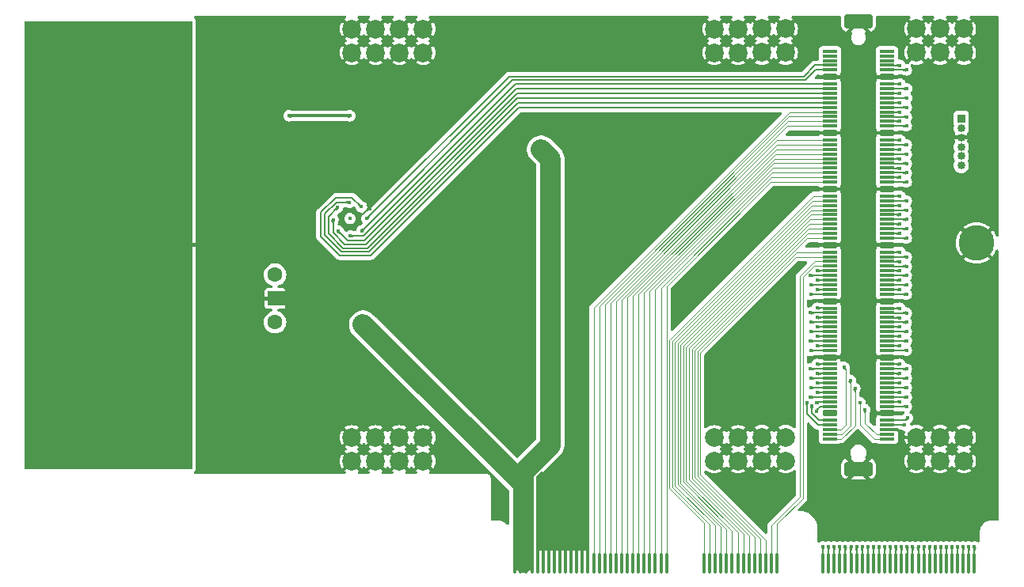
<source format=gbr>
%TF.GenerationSoftware,KiCad,Pcbnew,8.0.2*%
%TF.CreationDate,2024-07-11T13:13:48+02:00*%
%TF.ProjectId,HYDRA_VMM3_CARD,48594452-415f-4564-9d4d-335f43415244,rev?*%
%TF.SameCoordinates,Original*%
%TF.FileFunction,Copper,L1,Top*%
%TF.FilePolarity,Positive*%
%FSLAX46Y46*%
G04 Gerber Fmt 4.6, Leading zero omitted, Abs format (unit mm)*
G04 Created by KiCad (PCBNEW 8.0.2) date 2024-07-11 13:13:48*
%MOMM*%
%LPD*%
G01*
G04 APERTURE LIST*
G04 Aperture macros list*
%AMRoundRect*
0 Rectangle with rounded corners*
0 $1 Rounding radius*
0 $2 $3 $4 $5 $6 $7 $8 $9 X,Y pos of 4 corners*
0 Add a 4 corners polygon primitive as box body*
4,1,4,$2,$3,$4,$5,$6,$7,$8,$9,$2,$3,0*
0 Add four circle primitives for the rounded corners*
1,1,$1+$1,$2,$3*
1,1,$1+$1,$4,$5*
1,1,$1+$1,$6,$7*
1,1,$1+$1,$8,$9*
0 Add four rect primitives between the rounded corners*
20,1,$1+$1,$2,$3,$4,$5,0*
20,1,$1+$1,$4,$5,$6,$7,0*
20,1,$1+$1,$6,$7,$8,$9,0*
20,1,$1+$1,$8,$9,$2,$3,0*%
G04 Aperture macros list end*
%TA.AperFunction,ComponentPad*%
%ADD10C,2.000000*%
%TD*%
%TA.AperFunction,ComponentPad*%
%ADD11C,3.800000*%
%TD*%
%TA.AperFunction,SMDPad,CuDef*%
%ADD12RoundRect,0.095000X-0.095000X-0.965000X0.095000X-0.965000X0.095000X0.965000X-0.095000X0.965000X0*%
%TD*%
%TA.AperFunction,ComponentPad*%
%ADD13R,0.850000X0.850000*%
%TD*%
%TA.AperFunction,ComponentPad*%
%ADD14O,0.850000X0.850000*%
%TD*%
%TA.AperFunction,ComponentPad*%
%ADD15C,1.600000*%
%TD*%
%TA.AperFunction,SMDPad,CuDef*%
%ADD16R,18.000000X48.000000*%
%TD*%
%TA.AperFunction,SMDPad,CuDef*%
%ADD17RoundRect,0.068182X-0.731818X0.081818X-0.731818X-0.081818X0.731818X-0.081818X0.731818X0.081818X0*%
%TD*%
%TA.AperFunction,SMDPad,CuDef*%
%ADD18RoundRect,0.400000X-1.150000X0.400000X-1.150000X-0.400000X1.150000X-0.400000X1.150000X0.400000X0*%
%TD*%
%TA.AperFunction,SMDPad,CuDef*%
%ADD19RoundRect,0.159091X-0.640909X0.190909X-0.640909X-0.190909X0.640909X-0.190909X0.640909X0.190909X0*%
%TD*%
%TA.AperFunction,ComponentPad*%
%ADD20R,1.600000X1.600000*%
%TD*%
%TA.AperFunction,ViaPad*%
%ADD21C,0.400000*%
%TD*%
%TA.AperFunction,ViaPad*%
%ADD22C,0.600000*%
%TD*%
%TA.AperFunction,Conductor*%
%ADD23C,2.200000*%
%TD*%
%TA.AperFunction,Conductor*%
%ADD24C,2.000000*%
%TD*%
%TA.AperFunction,Conductor*%
%ADD25C,0.200000*%
%TD*%
%TA.AperFunction,Conductor*%
%ADD26C,0.100000*%
%TD*%
%TA.AperFunction,Conductor*%
%ADD27C,0.300000*%
%TD*%
%TA.AperFunction,Conductor*%
%ADD28C,1.500000*%
%TD*%
G04 APERTURE END LIST*
D10*
%TO.P,15,1*%
%TO.N,GND*%
X77748000Y-78380000D03*
%TD*%
%TO.P,,1*%
%TO.N,GND*%
X138083000Y-34660000D03*
%TD*%
%TO.P,16,1*%
%TO.N,GND*%
X111423000Y-78380000D03*
%TD*%
%TO.P,,1*%
%TO.N,GND*%
X135543000Y-78360000D03*
%TD*%
%TO.P,,1*%
%TO.N,GND*%
X135543000Y-34660000D03*
%TD*%
%TO.P,,1*%
%TO.N,GND*%
X72668000Y-34680000D03*
%TD*%
%TO.P,,1*%
%TO.N,GND*%
X133003000Y-34660000D03*
%TD*%
%TO.P,11,1*%
%TO.N,GND*%
X72668000Y-78380000D03*
%TD*%
%TO.P,,1*%
%TO.N,GND*%
X75208000Y-37220000D03*
%TD*%
%TO.P,,1*%
%TO.N,GND*%
X138083000Y-37200000D03*
%TD*%
D11*
%TO.P,,1*%
%TO.N,GND*%
X139450000Y-57580000D03*
%TD*%
D12*
%TO.P,J1,B1,B1*%
%TO.N,P1*%
X90100000Y-91840000D03*
%TO.P,J1,B2,B2*%
X90700000Y-91840000D03*
%TO.P,J1,B3,B3*%
X91300000Y-91840000D03*
%TO.P,J1,B4,B4*%
X91900000Y-91840000D03*
%TO.P,J1,B5,B5*%
%TO.N,GND*%
X92500000Y-91840000D03*
%TO.P,J1,B6,B6*%
X93100000Y-91840000D03*
%TO.P,J1,B7,B7*%
X93700000Y-91840000D03*
%TO.P,J1,B8,B8*%
X94300000Y-91840000D03*
%TO.P,J1,B9,B9*%
X94900000Y-91840000D03*
%TO.P,J1,B10,B10*%
X95500000Y-91840000D03*
%TO.P,J1,B11,B11*%
X96100000Y-91840000D03*
%TO.P,J1,B12,B12*%
X96700000Y-91840000D03*
%TO.P,J1,B13,B13*%
X97300000Y-91840000D03*
%TO.P,J1,B14,B14*%
X97900000Y-91840000D03*
%TO.P,J1,B15,B15*%
%TO.N,Ch_18*%
X98500000Y-91840000D03*
%TO.P,J1,B16,B16*%
%TO.N,Ch_20*%
X99100000Y-91840000D03*
%TO.P,J1,B17,B17*%
%TO.N,Ch_22*%
X99700000Y-91840000D03*
%TO.P,J1,B18,B18*%
%TO.N,Ch_24*%
X100300000Y-91840000D03*
%TO.P,J1,B19,B19*%
%TO.N,Ch_26*%
X100900000Y-91840000D03*
%TO.P,J1,B20,B20*%
%TO.N,Ch_28*%
X101500000Y-91840000D03*
%TO.P,J1,B21,B21*%
%TO.N,Ch_30*%
X102100000Y-91840000D03*
%TO.P,J1,B22,B22*%
%TO.N,Ch_32*%
X102700000Y-91840000D03*
%TO.P,J1,B23,B23*%
%TO.N,Ch_34*%
X103300000Y-91840000D03*
%TO.P,J1,B24,B24*%
%TO.N,Ch_36*%
X103900000Y-91840000D03*
%TO.P,J1,B25,B25*%
%TO.N,Ch_38*%
X104500000Y-91840000D03*
%TO.P,J1,B26,B26*%
%TO.N,Ch_40*%
X105100000Y-91840000D03*
%TO.P,J1,B27,B27*%
%TO.N,Ch_42*%
X105700000Y-91840000D03*
%TO.P,J1,B28,B28*%
%TO.N,Ch_44*%
X106300000Y-91840000D03*
%TO.P,J1,B29,B29*%
%TO.N,Ch_46*%
X110310000Y-91840000D03*
%TO.P,J1,B30,B30*%
%TO.N,Ch_48*%
X110910000Y-91840000D03*
%TO.P,J1,B31,B31*%
%TO.N,Ch_50*%
X111510000Y-91840000D03*
%TO.P,J1,B32,B32*%
%TO.N,Ch_52*%
X112110000Y-91840000D03*
%TO.P,J1,B33,B33*%
%TO.N,Ch_54*%
X112710000Y-91840000D03*
%TO.P,J1,B34,B34*%
%TO.N,Ch_56*%
X113310000Y-91840000D03*
%TO.P,J1,B35,B35*%
%TO.N,Ch_58*%
X113910000Y-91840000D03*
%TO.P,J1,B36,B36*%
%TO.N,Ch_60*%
X114510000Y-91840000D03*
%TO.P,J1,B37,B37*%
%TO.N,Ch_62*%
X115110000Y-91840000D03*
%TO.P,J1,B38,B38*%
%TO.N,Ch_64*%
X115710000Y-91840000D03*
%TO.P,J1,B39,B39*%
%TO.N,Ch_66*%
X116310000Y-91840000D03*
%TO.P,J1,B40,B40*%
%TO.N,Ch_68*%
X116910000Y-91840000D03*
%TO.P,J1,B41,B41*%
%TO.N,Ch_70*%
X117510000Y-91840000D03*
%TO.P,J1,B42,B42*%
%TO.N,Ch_72*%
X118110000Y-91840000D03*
%TO.P,J1,B43,B43*%
%TO.N,Ch_74*%
X123020000Y-91840000D03*
%TO.P,J1,B44,B44*%
%TO.N,Ch_76*%
X123620000Y-91840000D03*
%TO.P,J1,B45,B45*%
%TO.N,Ch_78*%
X124220000Y-91840000D03*
%TO.P,J1,B46,B46*%
%TO.N,Ch_80*%
X124820000Y-91840000D03*
%TO.P,J1,B47,B47*%
%TO.N,Ch_82*%
X125420000Y-91840000D03*
%TO.P,J1,B48,B48*%
%TO.N,Ch_84*%
X126020000Y-91840000D03*
%TO.P,J1,B49,B49*%
%TO.N,Ch_86*%
X126620000Y-91840000D03*
%TO.P,J1,B50,B50*%
%TO.N,Ch_88*%
X127220000Y-91840000D03*
%TO.P,J1,B51,B51*%
%TO.N,Ch_90*%
X127820000Y-91840000D03*
%TO.P,J1,B52,B52*%
%TO.N,Ch_92*%
X128420000Y-91840000D03*
%TO.P,J1,B53,B53*%
%TO.N,Ch_94*%
X129020000Y-91840000D03*
%TO.P,J1,B54,B54*%
%TO.N,Ch_96*%
X129620000Y-91840000D03*
%TO.P,J1,B55,B55*%
%TO.N,Ch_98*%
X130220000Y-91840000D03*
%TO.P,J1,B56,B56*%
%TO.N,Ch_100*%
X130820000Y-91840000D03*
%TO.P,J1,B57,B57*%
%TO.N,Ch_102*%
X131420000Y-91840000D03*
%TO.P,J1,B58,B58*%
%TO.N,Ch_104*%
X132020000Y-91840000D03*
%TO.P,J1,B59,B59*%
%TO.N,Ch_106*%
X132620000Y-91840000D03*
%TO.P,J1,B60,B60*%
%TO.N,Ch_128*%
X133220000Y-91840000D03*
%TO.P,J1,B61,B61*%
%TO.N,Ch_126*%
X133820000Y-91840000D03*
%TO.P,J1,B62,B62*%
%TO.N,Ch_124*%
X134420000Y-91840000D03*
%TO.P,J1,B63,B63*%
%TO.N,Ch_122*%
X135020000Y-91840000D03*
%TO.P,J1,B64,B64*%
%TO.N,Ch_120*%
X135620000Y-91840000D03*
%TO.P,J1,B65,B65*%
%TO.N,Ch_118*%
X136220000Y-91840000D03*
%TO.P,J1,B66,B66*%
%TO.N,Ch_116*%
X136820000Y-91840000D03*
%TO.P,J1,B67,B67*%
%TO.N,Ch_114*%
X137420000Y-91840000D03*
%TO.P,J1,B68,B68*%
%TO.N,Ch_112*%
X138020000Y-91840000D03*
%TO.P,J1,B69,B69*%
%TO.N,Ch_110*%
X138620000Y-91840000D03*
%TO.P,J1,B70,B70*%
%TO.N,Ch_108*%
X139220000Y-91840000D03*
%TD*%
D10*
%TO.P,,1*%
%TO.N,GND*%
X133003000Y-78360000D03*
%TD*%
%TO.P,18,1*%
%TO.N,GND*%
X116503000Y-80900000D03*
%TD*%
%TO.P,,1*%
%TO.N,GND*%
X135543000Y-80900000D03*
%TD*%
%TO.P,,1*%
%TO.N,GND*%
X135543000Y-37200000D03*
%TD*%
%TO.P,22,1*%
%TO.N,GND*%
X119043000Y-78360000D03*
%TD*%
%TO.P,17,1*%
%TO.N,GND*%
X113963000Y-80920000D03*
%TD*%
D13*
%TO.P,J2,1,Pin_1*%
%TO.N,I2C_VCC*%
X137800000Y-44280000D03*
D14*
%TO.P,J2,2,Pin_2*%
%TO.N,Signal_Out*%
X137800000Y-45280000D03*
%TO.P,J2,3,Pin_3*%
%TO.N,GND*%
X137800000Y-46280000D03*
%TO.P,J2,4,Pin_4*%
%TO.N,SCL*%
X137800000Y-47280000D03*
%TO.P,J2,5,Pin_5*%
%TO.N,SDA*%
X137800000Y-48280000D03*
%TO.P,J2,6,Pin_6*%
%TO.N,Signal_In*%
X137800000Y-49280000D03*
%TD*%
D10*
%TO.P,13,1*%
%TO.N,GND*%
X80288000Y-37220000D03*
%TD*%
D11*
%TO.P,REF\u002A\u002A3,1*%
%TO.N,GND*%
X53050000Y-57580000D03*
%TD*%
D15*
%TO.P,3.3V1,1,1*%
%TO.N,Net-(3.3V1-Pad1)*%
X64450000Y-60970000D03*
%TD*%
D10*
%TO.P,,1*%
%TO.N,GND*%
X72668000Y-37220000D03*
%TD*%
D16*
%TO.P,REF\u002A\u002A,1*%
%TO.N,GND*%
X46650000Y-57780000D03*
%TD*%
D10*
%TO.P,,1*%
%TO.N,GND*%
X133003000Y-80900000D03*
%TD*%
%TO.P,6,1*%
%TO.N,GND*%
X119043000Y-34660000D03*
%TD*%
%TO.P,,1*%
%TO.N,GND*%
X111423000Y-37220000D03*
%TD*%
%TO.P,,1*%
%TO.N,GND*%
X77748000Y-37220000D03*
%TD*%
%TO.P,10,1*%
%TO.N,GND*%
X111423000Y-80920000D03*
%TD*%
D17*
%TO.P,U1,1,1*%
%TO.N,unconnected-(U1-Pad1)*%
X129868000Y-37056000D03*
%TO.P,U1,2,2*%
%TO.N,unconnected-(U1-Pad2)*%
X123768000Y-37056000D03*
%TO.P,U1,3,3*%
%TO.N,unconnected-(U1-Pad3)*%
X129868000Y-37556000D03*
%TO.P,U1,4,4*%
%TO.N,unconnected-(U1-Pad4)*%
X123768000Y-37556000D03*
%TO.P,U1,5,5*%
%TO.N,unconnected-(U1-Pad5)*%
X129868000Y-38056000D03*
%TO.P,U1,6,6*%
%TO.N,unconnected-(U1-Pad6)*%
X123768000Y-38056000D03*
%TO.P,U1,7,7*%
%TO.N,Ch_1*%
X129868000Y-38556000D03*
%TO.P,U1,8,8*%
%TO.N,Ch_2*%
X123768000Y-38556000D03*
%TO.P,U1,9,9*%
%TO.N,Ch_3*%
X129868000Y-39056000D03*
%TO.P,U1,10,10*%
%TO.N,Ch_4*%
X123768000Y-39056000D03*
%TO.P,U1,11,11*%
%TO.N,Ch_5*%
X129868000Y-40556000D03*
%TO.P,U1,12,12*%
%TO.N,Ch_6*%
X123768000Y-40556000D03*
%TO.P,U1,13,13*%
%TO.N,Ch_7*%
X129868000Y-41056000D03*
%TO.P,U1,14,14*%
%TO.N,Ch_8*%
X123768000Y-41056000D03*
%TO.P,U1,15,15*%
%TO.N,Ch_9*%
X129868000Y-41556000D03*
%TO.P,U1,16,16*%
%TO.N,Ch_10*%
X123768000Y-41556000D03*
%TO.P,U1,17,17*%
%TO.N,Ch_11*%
X129868000Y-42056000D03*
%TO.P,U1,18,18*%
%TO.N,Ch_12*%
X123768000Y-42056000D03*
%TO.P,U1,19,19*%
%TO.N,Ch_13*%
X129868000Y-42556000D03*
%TO.P,U1,20,20*%
%TO.N,Ch_14*%
X123768000Y-42556000D03*
%TO.P,U1,21,21*%
%TO.N,Ch_15*%
X129868000Y-43056000D03*
%TO.P,U1,22,22*%
%TO.N,Ch_16*%
X123768000Y-43056000D03*
%TO.P,U1,23,23*%
%TO.N,Ch_17*%
X129868000Y-43556000D03*
%TO.P,U1,24,24*%
%TO.N,Ch_18*%
X123768000Y-43556000D03*
%TO.P,U1,25,25*%
%TO.N,Ch_19*%
X129868000Y-44056000D03*
%TO.P,U1,26,26*%
%TO.N,Ch_20*%
X123768000Y-44056000D03*
%TO.P,U1,27,27*%
%TO.N,Ch_21*%
X129868000Y-44556000D03*
%TO.P,U1,28,28*%
%TO.N,Ch_22*%
X123768000Y-44556000D03*
%TO.P,U1,29,29*%
%TO.N,Ch_23*%
X129868000Y-45056000D03*
%TO.P,U1,30,30*%
%TO.N,Ch_24*%
X123768000Y-45056000D03*
%TO.P,U1,31,31*%
%TO.N,Ch_25*%
X129868000Y-46556000D03*
%TO.P,U1,32,32*%
%TO.N,Ch_26*%
X123768000Y-46556000D03*
%TO.P,U1,33,33*%
%TO.N,Ch_27*%
X129868000Y-47056000D03*
%TO.P,U1,34,34*%
%TO.N,Ch_28*%
X123768000Y-47056000D03*
%TO.P,U1,35,35*%
%TO.N,Ch_29*%
X129868000Y-47556000D03*
%TO.P,U1,36,36*%
%TO.N,Ch_30*%
X123768000Y-47556000D03*
%TO.P,U1,37,37*%
%TO.N,Ch_31*%
X129868000Y-48056000D03*
%TO.P,U1,38,38*%
%TO.N,Ch_32*%
X123768000Y-48056000D03*
%TO.P,U1,39,39*%
%TO.N,Ch_33*%
X129868000Y-48556000D03*
%TO.P,U1,40,40*%
%TO.N,Ch_34*%
X123768000Y-48556000D03*
%TO.P,U1,41,41*%
%TO.N,Ch_35*%
X129868000Y-49056000D03*
%TO.P,U1,42,42*%
%TO.N,Ch_36*%
X123768000Y-49056000D03*
%TO.P,U1,43,43*%
%TO.N,Ch_37*%
X129868000Y-49556000D03*
%TO.P,U1,44,44*%
%TO.N,Ch_38*%
X123768000Y-49556000D03*
%TO.P,U1,45,45*%
%TO.N,Ch_39*%
X129868000Y-50056000D03*
%TO.P,U1,46,46*%
%TO.N,Ch_40*%
X123768000Y-50056000D03*
%TO.P,U1,47,47*%
%TO.N,Ch_41*%
X129868000Y-50556000D03*
%TO.P,U1,48,48*%
%TO.N,Ch_42*%
X123768000Y-50556000D03*
%TO.P,U1,49,49*%
%TO.N,Ch_43*%
X129868000Y-51056000D03*
%TO.P,U1,50,50*%
%TO.N,Ch_44*%
X123768000Y-51056000D03*
%TO.P,U1,51,51*%
%TO.N,Ch_45*%
X129868000Y-52556000D03*
%TO.P,U1,52,52*%
%TO.N,Ch_46*%
X123768000Y-52556000D03*
%TO.P,U1,53,53*%
%TO.N,Ch_47*%
X129868000Y-53056000D03*
%TO.P,U1,54,54*%
%TO.N,Ch_48*%
X123768000Y-53056000D03*
%TO.P,U1,55,55*%
%TO.N,Ch_49*%
X129868000Y-53556000D03*
%TO.P,U1,56,56*%
%TO.N,Ch_50*%
X123768000Y-53556000D03*
%TO.P,U1,57,57*%
%TO.N,Ch_51*%
X129868000Y-54056000D03*
%TO.P,U1,58,58*%
%TO.N,Ch_52*%
X123768000Y-54056000D03*
%TO.P,U1,59,59*%
%TO.N,Ch_53*%
X129868000Y-54556000D03*
%TO.P,U1,60,60*%
%TO.N,Ch_54*%
X123768000Y-54556000D03*
%TO.P,U1,61,61*%
%TO.N,Ch_55*%
X129868000Y-55056000D03*
%TO.P,U1,62,62*%
%TO.N,Ch_56*%
X123768000Y-55056000D03*
%TO.P,U1,63,63*%
%TO.N,Ch_57*%
X129868000Y-55556000D03*
%TO.P,U1,64,64*%
%TO.N,Ch_58*%
X123768000Y-55556000D03*
%TO.P,U1,65,65*%
%TO.N,Ch_59*%
X129868000Y-56056000D03*
%TO.P,U1,66,66*%
%TO.N,Ch_60*%
X123768000Y-56056000D03*
%TO.P,U1,67,67*%
%TO.N,Ch_61*%
X129868000Y-56556000D03*
%TO.P,U1,68,68*%
%TO.N,Ch_62*%
X123768000Y-56556000D03*
%TO.P,U1,69,69*%
%TO.N,Ch_63*%
X129868000Y-57056000D03*
%TO.P,U1,70,70*%
%TO.N,Ch_64*%
X123768000Y-57056000D03*
%TO.P,U1,71,71*%
%TO.N,Ch_65*%
X129868000Y-58556000D03*
%TO.P,U1,72,72*%
%TO.N,Ch_66*%
X123768000Y-58556000D03*
%TO.P,U1,73,73*%
%TO.N,Ch_67*%
X129868000Y-59056000D03*
%TO.P,U1,74,74*%
%TO.N,Ch_68*%
X123768000Y-59056000D03*
%TO.P,U1,75,75*%
%TO.N,Ch_69*%
X129868000Y-59556000D03*
%TO.P,U1,76,76*%
%TO.N,Ch_70*%
X123768000Y-59556000D03*
%TO.P,U1,77,77*%
%TO.N,Ch_71*%
X129868000Y-60056000D03*
%TO.P,U1,78,78*%
%TO.N,Ch_72*%
X123768000Y-60056000D03*
%TO.P,U1,79,79*%
%TO.N,Ch_73*%
X129868000Y-60556000D03*
%TO.P,U1,80,80*%
%TO.N,Ch_74*%
X123768000Y-60556000D03*
%TO.P,U1,81,81*%
%TO.N,Ch_75*%
X129868000Y-61056000D03*
%TO.P,U1,82,82*%
%TO.N,Ch_76*%
X123768000Y-61056000D03*
%TO.P,U1,83,83*%
%TO.N,Ch_77*%
X129868000Y-61556000D03*
%TO.P,U1,84,84*%
%TO.N,Ch_78*%
X123768000Y-61556000D03*
%TO.P,U1,85,85*%
%TO.N,Ch_79*%
X129868000Y-62056000D03*
%TO.P,U1,86,86*%
%TO.N,Ch_80*%
X123768000Y-62056000D03*
%TO.P,U1,87,87*%
%TO.N,Ch_81*%
X129868000Y-62556000D03*
%TO.P,U1,88,88*%
%TO.N,Ch_82*%
X123768000Y-62556000D03*
%TO.P,U1,89,89*%
%TO.N,Ch_83*%
X129868000Y-63056000D03*
%TO.P,U1,90,90*%
%TO.N,Ch_84*%
X123768000Y-63056000D03*
%TO.P,U1,91,91*%
%TO.N,Ch_85*%
X129868000Y-64556000D03*
%TO.P,U1,92,92*%
%TO.N,Ch_86*%
X123768000Y-64556000D03*
%TO.P,U1,93,93*%
%TO.N,Ch_87*%
X129868000Y-65056000D03*
%TO.P,U1,94,94*%
%TO.N,Ch_88*%
X123768000Y-65056000D03*
%TO.P,U1,95,95*%
%TO.N,Ch_89*%
X129868000Y-65556000D03*
%TO.P,U1,96,96*%
%TO.N,Ch_90*%
X123768000Y-65556000D03*
%TO.P,U1,97,97*%
%TO.N,Ch_91*%
X129868000Y-66056000D03*
%TO.P,U1,98,98*%
%TO.N,Ch_92*%
X123768000Y-66056000D03*
%TO.P,U1,99,99*%
%TO.N,Ch_93*%
X129868000Y-66556000D03*
%TO.P,U1,100,100*%
%TO.N,Ch_94*%
X123768000Y-66556000D03*
%TO.P,U1,101,101*%
%TO.N,Ch_95*%
X129868000Y-67056000D03*
%TO.P,U1,102,102*%
%TO.N,Ch_96*%
X123768000Y-67056000D03*
%TO.P,U1,103,103*%
%TO.N,Ch_97*%
X129868000Y-67556000D03*
%TO.P,U1,104,104*%
%TO.N,Ch_98*%
X123768000Y-67556000D03*
%TO.P,U1,105,105*%
%TO.N,Ch_99*%
X129868000Y-68056000D03*
%TO.P,U1,106,106*%
%TO.N,Ch_100*%
X123768000Y-68056000D03*
%TO.P,U1,107,107*%
%TO.N,Ch_101*%
X129868000Y-68556000D03*
%TO.P,U1,108,108*%
%TO.N,Ch_102*%
X123768000Y-68556000D03*
%TO.P,U1,109,109*%
%TO.N,Ch_103*%
X129868000Y-69056000D03*
%TO.P,U1,110,110*%
%TO.N,Ch_104*%
X123768000Y-69056000D03*
%TO.P,U1,111,111*%
%TO.N,Ch_105*%
X129868000Y-70556000D03*
%TO.P,U1,112,112*%
%TO.N,Ch_106*%
X123768000Y-70556000D03*
%TO.P,U1,113,113*%
%TO.N,Ch_107*%
X129868000Y-71056000D03*
%TO.P,U1,114,114*%
%TO.N,Ch_108*%
X123768000Y-71056000D03*
%TO.P,U1,115,115*%
%TO.N,Ch_109*%
X129868000Y-71556000D03*
%TO.P,U1,116,116*%
%TO.N,Ch_110*%
X123768000Y-71556000D03*
%TO.P,U1,117,117*%
%TO.N,Ch_111*%
X129868000Y-72056000D03*
%TO.P,U1,118,118*%
%TO.N,Ch_112*%
X123768000Y-72056000D03*
%TO.P,U1,119,119*%
%TO.N,Ch_113*%
X129868000Y-72556000D03*
%TO.P,U1,120,120*%
%TO.N,Ch_114*%
X123768000Y-72556000D03*
%TO.P,U1,121,121*%
%TO.N,Ch_115*%
X129868000Y-73056000D03*
%TO.P,U1,122,122*%
%TO.N,Ch_116*%
X123768000Y-73056000D03*
%TO.P,U1,123,123*%
%TO.N,Ch_117*%
X129868000Y-73556000D03*
%TO.P,U1,124,124*%
%TO.N,Ch_118*%
X123768000Y-73556000D03*
%TO.P,U1,125,125*%
%TO.N,Ch_119*%
X129868000Y-74056000D03*
%TO.P,U1,126,126*%
%TO.N,Ch_120*%
X123768000Y-74056000D03*
%TO.P,U1,127,127*%
%TO.N,Ch_121*%
X129868000Y-74556000D03*
%TO.P,U1,128,128*%
%TO.N,Ch_122*%
X123768000Y-74556000D03*
%TO.P,U1,129,129*%
%TO.N,Ch_123*%
X129868000Y-75056000D03*
%TO.P,U1,130,130*%
%TO.N,Ch_124*%
X123768000Y-75056000D03*
%TO.P,U1,131,131*%
%TO.N,Ch_125*%
X129868000Y-76556000D03*
%TO.P,U1,132,132*%
%TO.N,Ch_126*%
X123768000Y-76556000D03*
%TO.P,U1,133,133*%
%TO.N,Ch_127*%
X129868000Y-77056000D03*
%TO.P,U1,134,134*%
%TO.N,Ch_128*%
X123768000Y-77056000D03*
%TO.P,U1,135,135*%
%TO.N,GND*%
X129868000Y-77556000D03*
%TO.P,U1,136,136*%
%TO.N,I2C_VCC*%
X123768000Y-77556000D03*
%TO.P,U1,137,137*%
%TO.N,Signal_In*%
X129868000Y-78056000D03*
%TO.P,U1,138,138*%
%TO.N,Signal_Out*%
X123768000Y-78056000D03*
%TO.P,U1,139,139*%
%TO.N,SDA*%
X129868000Y-78556000D03*
%TO.P,U1,140,140*%
%TO.N,SCL*%
X123768000Y-78556000D03*
D18*
%TO.P,U1,141,GND*%
%TO.N,GND*%
X126818000Y-33856000D03*
D19*
X129868000Y-39806000D03*
X123768000Y-39806000D03*
X129868000Y-45806000D03*
X123768000Y-45806000D03*
X129868000Y-51806000D03*
X123768000Y-51806000D03*
X129868000Y-57806000D03*
X123768000Y-57806000D03*
X129868000Y-63806000D03*
X123768000Y-63806000D03*
X129868000Y-69806000D03*
X123768000Y-69806000D03*
X129868000Y-75806000D03*
X123768000Y-75806000D03*
D18*
X126818000Y-81756000D03*
%TD*%
D10*
%TO.P,24,1*%
%TO.N,GND*%
X80288000Y-78380000D03*
%TD*%
%TO.P,9,1*%
%TO.N,GND*%
X77748000Y-80920000D03*
%TD*%
%TO.P,1,1*%
%TO.N,GND*%
X113963000Y-37220000D03*
%TD*%
%TO.P,12,1*%
%TO.N,GND*%
X75208000Y-78380000D03*
%TD*%
D11*
%TO.P,REF\u002A\u002A,1*%
%TO.N,GND*%
X39650000Y-35780000D03*
%TD*%
D10*
%TO.P,2,1*%
%TO.N,GND*%
X116503000Y-37200000D03*
%TD*%
D20*
%TO.P,GND1,1,1*%
%TO.N,GND*%
X64450000Y-63510000D03*
%TD*%
D11*
%TO.P,,1*%
%TO.N,GND*%
X53050000Y-79380000D03*
%TD*%
%TO.P,25,1*%
%TO.N,GND*%
X39650000Y-79380000D03*
%TD*%
D10*
%TO.P,,1*%
%TO.N,GND*%
X138083000Y-80900000D03*
%TD*%
%TO.P,19,1*%
%TO.N,GND*%
X119043000Y-80900000D03*
%TD*%
D11*
%TO.P,REF\u002A\u002A2,1*%
%TO.N,GND*%
X39650000Y-57580000D03*
%TD*%
D10*
%TO.P,5,1*%
%TO.N,GND*%
X116503000Y-34660000D03*
%TD*%
%TO.P,20,1*%
%TO.N,GND*%
X113963000Y-78380000D03*
%TD*%
%TO.P,,1*%
%TO.N,GND*%
X111423000Y-34680000D03*
%TD*%
%TO.P,,1*%
%TO.N,GND*%
X77748000Y-34680000D03*
%TD*%
%TO.P,,1*%
%TO.N,GND*%
X133003000Y-37200000D03*
%TD*%
%TO.P,3,1*%
%TO.N,GND*%
X119043000Y-37200000D03*
%TD*%
D15*
%TO.P,1.8V1,1,1*%
%TO.N,Net-(1.8V1-Pad1)*%
X64450000Y-66050000D03*
%TD*%
D10*
%TO.P,4,1*%
%TO.N,GND*%
X113963000Y-34680000D03*
%TD*%
D11*
%TO.P,REF\u002A\u002A1,1*%
%TO.N,GND*%
X53050000Y-35780000D03*
%TD*%
D10*
%TO.P,,1*%
%TO.N,GND*%
X138083000Y-78360000D03*
%TD*%
%TO.P,,1*%
%TO.N,GND*%
X75208000Y-34680000D03*
%TD*%
%TO.P,8,1*%
%TO.N,GND*%
X75208000Y-80920000D03*
%TD*%
%TO.P,7,1*%
%TO.N,GND*%
X72668000Y-80920000D03*
%TD*%
%TO.P,23,1*%
%TO.N,GND*%
X80288000Y-80920000D03*
%TD*%
%TO.P,14,1*%
%TO.N,GND*%
X80288000Y-34680000D03*
%TD*%
%TO.P,21,1*%
%TO.N,GND*%
X116503000Y-78360000D03*
%TD*%
D21*
%TO.N,P1*%
X74720000Y-66410000D03*
X75460000Y-68700000D03*
X92886000Y-47570000D03*
X74320000Y-67570000D03*
X74700000Y-67920000D03*
X75440000Y-67210000D03*
X75030000Y-68300000D03*
X75440000Y-67910000D03*
X75860000Y-68310000D03*
X73960000Y-67160000D03*
X76260000Y-67910000D03*
X74350000Y-66750000D03*
X75060000Y-66860000D03*
X93876000Y-76440000D03*
X74720000Y-67190000D03*
X75820000Y-67550000D03*
X75090000Y-67550000D03*
%TO.N,Ch_1*%
X131250000Y-38560000D03*
%TO.N,Ch_25*%
X131250000Y-46556000D03*
%TO.N,Ch_13*%
X131250000Y-42560000D03*
%TO.N,Ch_93*%
X131250000Y-66556000D03*
%TO.N,Ch_39*%
X131950000Y-50070000D03*
%TO.N,Ch_119*%
X131950000Y-74070000D03*
%TO.N,Ch_123*%
X131950000Y-75070000D03*
%TO.N,Ch_107*%
X131946000Y-71066000D03*
%TO.N,Ch_73*%
X131250000Y-60556000D03*
%TO.N,Ch_5*%
X131260000Y-40550000D03*
%TO.N,Ch_61*%
X131250000Y-56570000D03*
%TO.N,Ch_127*%
X131761416Y-77055999D03*
%TO.N,Ch_103*%
X131950000Y-69070000D03*
%TO.N,Ch_75*%
X131946000Y-61066000D03*
%TO.N,Ch_21*%
X131250000Y-44556000D03*
%TO.N,Ch_117*%
X131250000Y-73570000D03*
%TO.N,Ch_31*%
X131950000Y-48070000D03*
%TO.N,Ch_79*%
X131950000Y-62070000D03*
%TO.N,Ch_49*%
X131250000Y-53570000D03*
%TO.N,Ch_59*%
X131950000Y-56070000D03*
%TO.N,Ch_41*%
X131250000Y-50570000D03*
%TO.N,Ch_77*%
X131250000Y-61570000D03*
%TO.N,Ch_47*%
X131946000Y-53066000D03*
%TO.N,Ch_53*%
X131250000Y-54556000D03*
%TO.N,Ch_111*%
X131950000Y-72070000D03*
%TO.N,Ch_125*%
X132048000Y-76310000D03*
%TO.N,Ch_11*%
X131960000Y-42060000D03*
%TO.N,Ch_19*%
X131950000Y-44080000D03*
%TO.N,Ch_15*%
X131950000Y-43060000D03*
%TO.N,Ch_121*%
X131250000Y-74570000D03*
%TO.N,Ch_45*%
X131250000Y-52556000D03*
%TO.N,Ch_95*%
X131946000Y-67066000D03*
%TO.N,Ch_9*%
X131260000Y-41560000D03*
%TO.N,Ch_87*%
X131946000Y-65066000D03*
%TO.N,Ch_97*%
X131250000Y-67570000D03*
%TO.N,Ch_67*%
X131946000Y-59066000D03*
%TO.N,Ch_83*%
X131950000Y-63070000D03*
%TO.N,Ch_63*%
X131950000Y-57070000D03*
%TO.N,Ch_99*%
X131950000Y-68070000D03*
%TO.N,Ch_85*%
X131250000Y-64556000D03*
%TO.N,Ch_23*%
X131950000Y-45056000D03*
%TO.N,Ch_69*%
X131250000Y-59570000D03*
%TO.N,Ch_113*%
X131250000Y-72556000D03*
%TO.N,Ch_89*%
X131250000Y-65570000D03*
%TO.N,Ch_37*%
X131250000Y-49570000D03*
%TO.N,Ch_81*%
X131250000Y-62570000D03*
%TO.N,Ch_7*%
X131960000Y-41050000D03*
%TO.N,Ch_43*%
X131950000Y-51070000D03*
%TO.N,Ch_29*%
X131250000Y-47570000D03*
%TO.N,Ch_71*%
X131950000Y-60070000D03*
%TO.N,Ch_33*%
X131250000Y-48556000D03*
%TO.N,Ch_57*%
X131250000Y-55570000D03*
%TO.N,Ch_3*%
X131950000Y-39060000D03*
%TO.N,Ch_27*%
X131946000Y-47066000D03*
%TO.N,Ch_105*%
X131250000Y-70556000D03*
%TO.N,Ch_51*%
X131950000Y-54070000D03*
%TO.N,Ch_17*%
X131250000Y-43580000D03*
%TO.N,Ch_115*%
X131946000Y-73066000D03*
%TO.N,Ch_65*%
X131250000Y-58556000D03*
%TO.N,Ch_55*%
X131946000Y-55066000D03*
%TO.N,Ch_91*%
X131950000Y-66070000D03*
%TO.N,Ch_109*%
X131250000Y-71570000D03*
%TO.N,Ch_35*%
X131946000Y-49066000D03*
%TO.N,Ch_101*%
X131250000Y-68570000D03*
%TO.N,Ch_108*%
X121690000Y-71060000D03*
X139220000Y-90090000D03*
%TO.N,Ch_102*%
X131420000Y-90090000D03*
X122420000Y-68580000D03*
%TO.N,Ch_94*%
X122420000Y-66560000D03*
X129020000Y-90090000D03*
%TO.N,Ch_114*%
X122420000Y-72570000D03*
X137420000Y-90090000D03*
%TO.N,Ch_82*%
X125420000Y-90090000D03*
X122420000Y-62560000D03*
%TO.N,Ch_120*%
X121690000Y-74080000D03*
X135620000Y-90090000D03*
%TO.N,Ch_88*%
X121690000Y-65050000D03*
X127220000Y-90090000D03*
%TO.N,Ch_128*%
X133220000Y-90090000D03*
X121318000Y-74675679D03*
%TO.N,Ch_122*%
X122368000Y-74690000D03*
X135028000Y-90100000D03*
%TO.N,Ch_104*%
X121720000Y-69080000D03*
X132020000Y-90090000D03*
%TO.N,Ch_90*%
X127820000Y-90090000D03*
X122420000Y-65560000D03*
%TO.N,Ch_100*%
X121690000Y-68070000D03*
X130820000Y-90090000D03*
%TO.N,Ch_110*%
X138620000Y-90090000D03*
X122420000Y-71570000D03*
%TO.N,Ch_86*%
X126620000Y-90090000D03*
X122390000Y-64550000D03*
%TO.N,Ch_84*%
X121720000Y-63060000D03*
X126020000Y-90090000D03*
%TO.N,Ch_124*%
X122348000Y-75630000D03*
X134420000Y-90090000D03*
%TO.N,Ch_106*%
X132620000Y-90090000D03*
X122390000Y-70560000D03*
%TO.N,Ch_112*%
X121720000Y-72070000D03*
X138020000Y-90090000D03*
%TO.N,Ch_92*%
X121720000Y-66060000D03*
X128420000Y-90090000D03*
%TO.N,Ch_74*%
X123020000Y-90090000D03*
X122390000Y-60550000D03*
%TO.N,Ch_98*%
X130220000Y-90090000D03*
X122390000Y-67570000D03*
%TO.N,Ch_80*%
X124820000Y-90090000D03*
X121720000Y-62060000D03*
%TO.N,Ch_126*%
X133820000Y-90090000D03*
X121818000Y-75020000D03*
%TO.N,Ch_116*%
X121720000Y-73070000D03*
X136820000Y-90090000D03*
%TO.N,Ch_118*%
X122390000Y-73580000D03*
X136220000Y-90090000D03*
%TO.N,Ch_96*%
X121720000Y-67060000D03*
X129620000Y-90090000D03*
%TO.N,Ch_76*%
X121690000Y-61050000D03*
X123620000Y-90090000D03*
%TO.N,Ch_78*%
X124220000Y-90090000D03*
X122420000Y-61560000D03*
%TO.N,Ch_14*%
X72400000Y-53220000D03*
%TO.N,Ch_16*%
X73687437Y-53711852D03*
D22*
%TO.N,GND*%
X50650000Y-35280000D03*
X51650000Y-55280000D03*
X41650000Y-47280000D03*
X46150000Y-68280000D03*
X42650000Y-65280000D03*
X45650000Y-77280000D03*
X40150000Y-52280000D03*
X49650000Y-59280000D03*
X42150000Y-48280000D03*
X48150000Y-68280000D03*
X49650000Y-61280000D03*
X42150000Y-42280000D03*
X45650000Y-75280000D03*
X49150000Y-38280000D03*
X39650000Y-49280000D03*
D21*
X97386000Y-78740000D03*
D22*
X39150000Y-40280000D03*
X39650000Y-53280000D03*
X44150000Y-42280000D03*
X48650000Y-79280000D03*
X51150000Y-46280000D03*
X48150000Y-64280000D03*
X49650000Y-55280000D03*
D21*
X71540000Y-54999423D03*
D22*
X44150000Y-46280000D03*
X43650000Y-47280000D03*
X43150000Y-36280000D03*
X53150000Y-52280000D03*
X43150000Y-60280000D03*
X38650000Y-43280000D03*
X42150000Y-36280000D03*
X50650000Y-61280000D03*
X49650000Y-77280000D03*
D21*
X103950000Y-44780000D03*
D22*
X54150000Y-66280000D03*
D21*
X104996666Y-50780000D03*
D22*
X54150000Y-42280000D03*
D21*
X85950000Y-57780000D03*
X96862666Y-83740000D03*
D22*
X45650000Y-37280000D03*
X48150000Y-70280000D03*
X51150000Y-42280000D03*
X41150000Y-66280000D03*
X47150000Y-70280000D03*
X44650000Y-49280000D03*
X44650000Y-67280000D03*
D21*
X97386000Y-80740000D03*
D22*
X47150000Y-76280000D03*
X48150000Y-80280000D03*
X41150000Y-70280000D03*
X45650000Y-41280000D03*
X52650000Y-47280000D03*
X51150000Y-66280000D03*
D21*
X85950000Y-59780000D03*
D22*
X42650000Y-61280000D03*
X53650000Y-75280000D03*
X45650000Y-47280000D03*
X43650000Y-39280000D03*
D21*
X74590446Y-53922446D03*
X105520000Y-47780000D03*
D22*
X46150000Y-58280000D03*
X47150000Y-56280000D03*
D21*
X86996666Y-64780000D03*
D22*
X50650000Y-75280000D03*
D21*
X73340000Y-54999423D03*
X87520000Y-61780000D03*
D22*
X46650000Y-63280000D03*
X47150000Y-46280000D03*
X47650000Y-45280000D03*
X43150000Y-40280000D03*
X43650000Y-75280000D03*
X39650000Y-41280000D03*
X47650000Y-43280000D03*
X46150000Y-56280000D03*
X44150000Y-78280000D03*
X47650000Y-65280000D03*
X46650000Y-43280000D03*
X53650000Y-61280000D03*
X46150000Y-40280000D03*
X43650000Y-77280000D03*
X51650000Y-45280000D03*
D21*
X95816000Y-80740000D03*
D22*
X41150000Y-38280000D03*
X53150000Y-54280000D03*
X41650000Y-41280000D03*
X47650000Y-51280000D03*
X50150000Y-66280000D03*
X45150000Y-68280000D03*
X44650000Y-69280000D03*
X46650000Y-75280000D03*
X39150000Y-68280000D03*
X49150000Y-48280000D03*
X44650000Y-51280000D03*
X49650000Y-43280000D03*
X39150000Y-72280000D03*
D21*
X97386000Y-81740000D03*
D22*
X39650000Y-39280000D03*
X46650000Y-51280000D03*
X41150000Y-72280000D03*
D21*
X86996666Y-57780000D03*
D22*
X45650000Y-43280000D03*
X43150000Y-38280000D03*
X53150000Y-50280000D03*
X51650000Y-73280000D03*
X49650000Y-73280000D03*
X47650000Y-61280000D03*
X46150000Y-76280000D03*
X45650000Y-39280000D03*
X45650000Y-71280000D03*
X43650000Y-63280000D03*
X52650000Y-71280000D03*
X53150000Y-74280000D03*
X48150000Y-56280000D03*
X51650000Y-65280000D03*
X47150000Y-58280000D03*
X47650000Y-63280000D03*
X48150000Y-60280000D03*
X38650000Y-55280000D03*
X50650000Y-45280000D03*
X50650000Y-71280000D03*
X51150000Y-70280000D03*
D21*
X85950000Y-64780000D03*
D22*
X46150000Y-54280000D03*
X48650000Y-75280000D03*
D21*
X72890000Y-54220000D03*
D22*
X48650000Y-45280000D03*
X38650000Y-61280000D03*
X41150000Y-40280000D03*
X47150000Y-68280000D03*
X43150000Y-72280000D03*
X44650000Y-59280000D03*
X54150000Y-62280000D03*
X39650000Y-71280000D03*
X53650000Y-63280000D03*
X47650000Y-79280000D03*
X41150000Y-42280000D03*
X44650000Y-73280000D03*
X54150000Y-60280000D03*
D21*
X123768000Y-75806000D03*
D22*
X43650000Y-51280000D03*
X41650000Y-63280000D03*
X53650000Y-39280000D03*
X50150000Y-44280000D03*
X40650000Y-53280000D03*
X41650000Y-53280000D03*
X48650000Y-37280000D03*
X39150000Y-74280000D03*
X51150000Y-62280000D03*
X46650000Y-53280000D03*
X42150000Y-38280000D03*
X40150000Y-40280000D03*
X41650000Y-37280000D03*
X53150000Y-70280000D03*
X46650000Y-79280000D03*
D21*
X97386000Y-85740000D03*
D22*
X51650000Y-43280000D03*
D21*
X96862666Y-81740000D03*
D22*
X39150000Y-42280000D03*
X49650000Y-79280000D03*
X47650000Y-57280000D03*
X44150000Y-74280000D03*
X52650000Y-53280000D03*
X53650000Y-41280000D03*
D21*
X104473333Y-51780000D03*
D22*
X42150000Y-80280000D03*
D21*
X72440000Y-55899423D03*
D22*
X44650000Y-61280000D03*
D21*
X85950000Y-60780000D03*
D22*
X40150000Y-76280000D03*
X54150000Y-54280000D03*
X46150000Y-46280000D03*
X47650000Y-67280000D03*
X48150000Y-40280000D03*
X50650000Y-37280000D03*
X42650000Y-37280000D03*
X44650000Y-37280000D03*
D21*
X86996666Y-56780000D03*
D22*
X47650000Y-35280000D03*
D21*
X103950000Y-53780000D03*
D22*
X54150000Y-68280000D03*
X41650000Y-65280000D03*
X51650000Y-53280000D03*
X40150000Y-46280000D03*
X42150000Y-68280000D03*
X49150000Y-36280000D03*
X44150000Y-80280000D03*
X52650000Y-45280000D03*
X45150000Y-60280000D03*
D21*
X72440000Y-54099423D03*
D22*
X48150000Y-74280000D03*
X45150000Y-72280000D03*
D21*
X103950000Y-49780000D03*
X97386000Y-84740000D03*
D22*
X54150000Y-38280000D03*
X53650000Y-67280000D03*
X42650000Y-67280000D03*
X45650000Y-79280000D03*
X43150000Y-50280000D03*
X52150000Y-44280000D03*
D21*
X86473333Y-64780000D03*
D22*
X53150000Y-72280000D03*
X49150000Y-80280000D03*
X48150000Y-76280000D03*
X47650000Y-55280000D03*
X46150000Y-38280000D03*
X48650000Y-57280000D03*
X42150000Y-50280000D03*
X44650000Y-65280000D03*
X46650000Y-65280000D03*
D21*
X96862666Y-77740000D03*
D22*
X41150000Y-76280000D03*
X53650000Y-73280000D03*
X44150000Y-48280000D03*
X40650000Y-41280000D03*
X46650000Y-39280000D03*
X39150000Y-54280000D03*
X45150000Y-36280000D03*
X53150000Y-62280000D03*
X43650000Y-41280000D03*
X51650000Y-49280000D03*
X52650000Y-75280000D03*
X52150000Y-68280000D03*
X52150000Y-50280000D03*
X51150000Y-76280000D03*
X44650000Y-53280000D03*
X48650000Y-63280000D03*
X43150000Y-62280000D03*
X44650000Y-41280000D03*
D21*
X96862666Y-78740000D03*
D22*
X52650000Y-63280000D03*
X46650000Y-45280000D03*
X39650000Y-65280000D03*
X53150000Y-42280000D03*
X46650000Y-59280000D03*
X45650000Y-45280000D03*
X44150000Y-60280000D03*
X48150000Y-58280000D03*
D21*
X105520000Y-51780000D03*
D22*
X42650000Y-75280000D03*
D21*
X105520000Y-46780000D03*
X71990000Y-55778846D03*
D22*
X44150000Y-54280000D03*
X49650000Y-53280000D03*
X42650000Y-35280000D03*
X39650000Y-47280000D03*
D21*
X104473333Y-52780000D03*
X103950000Y-46780000D03*
D22*
X51650000Y-51280000D03*
D21*
X86996666Y-61780000D03*
D22*
X49150000Y-60280000D03*
X48650000Y-67280000D03*
X42150000Y-76280000D03*
X42150000Y-52280000D03*
X40650000Y-55280000D03*
X50650000Y-67280000D03*
X52150000Y-46280000D03*
X48150000Y-62280000D03*
X52150000Y-48280000D03*
D21*
X85950000Y-55780000D03*
X104996666Y-49780000D03*
D22*
X45150000Y-52280000D03*
X48650000Y-61280000D03*
X52650000Y-65280000D03*
X45150000Y-66280000D03*
X48650000Y-77280000D03*
X50650000Y-55280000D03*
X46150000Y-78280000D03*
X51650000Y-71280000D03*
D21*
X87520000Y-63780000D03*
D22*
X44650000Y-43280000D03*
X47150000Y-66280000D03*
X39650000Y-51280000D03*
X46150000Y-42280000D03*
X50150000Y-50280000D03*
X54150000Y-50280000D03*
X48150000Y-52280000D03*
D21*
X86996666Y-59780000D03*
D22*
X47150000Y-52280000D03*
X42150000Y-40280000D03*
X47150000Y-50280000D03*
D21*
X95816000Y-77740000D03*
X86996666Y-55780000D03*
X85950000Y-61780000D03*
D22*
X51150000Y-52280000D03*
D21*
X96339333Y-77740000D03*
D22*
X40650000Y-75280000D03*
D21*
X96339333Y-86740000D03*
X86473333Y-63780000D03*
X104473333Y-48780000D03*
D22*
X50150000Y-42280000D03*
X48650000Y-73280000D03*
X42650000Y-79280000D03*
X52150000Y-62280000D03*
X42650000Y-77280000D03*
X51150000Y-44280000D03*
X53150000Y-44280000D03*
X40150000Y-74280000D03*
X38650000Y-69280000D03*
X52650000Y-61280000D03*
X38650000Y-67280000D03*
D21*
X86473333Y-61780000D03*
X86473333Y-57780000D03*
D22*
X39150000Y-66280000D03*
X40650000Y-65280000D03*
X42150000Y-74280000D03*
D21*
X95816000Y-86740000D03*
X104996666Y-52780000D03*
D22*
X47650000Y-75280000D03*
X49150000Y-78280000D03*
X50650000Y-57280000D03*
X52650000Y-67280000D03*
X49150000Y-56280000D03*
X46150000Y-74280000D03*
X40650000Y-63280000D03*
X40650000Y-43280000D03*
D21*
X96339333Y-78740000D03*
D22*
X50650000Y-51280000D03*
X46650000Y-69280000D03*
X50150000Y-70280000D03*
D21*
X103950000Y-45780000D03*
X104996666Y-47780000D03*
D22*
X42650000Y-43280000D03*
X38650000Y-45280000D03*
X52150000Y-40280000D03*
X51150000Y-74280000D03*
D21*
X97386000Y-77740000D03*
X86996666Y-58780000D03*
D22*
X49150000Y-46280000D03*
X40650000Y-71280000D03*
D21*
X86996666Y-63780000D03*
D22*
X38650000Y-49280000D03*
D21*
X104473333Y-53780000D03*
D22*
X54150000Y-70280000D03*
X46150000Y-50280000D03*
X52150000Y-60280000D03*
X50650000Y-53280000D03*
X42150000Y-64280000D03*
X51650000Y-63280000D03*
X42650000Y-69280000D03*
D21*
X85950000Y-58780000D03*
D22*
X51150000Y-54280000D03*
D21*
X85950000Y-62780000D03*
X105520000Y-45780000D03*
D22*
X53650000Y-65280000D03*
X41150000Y-74280000D03*
X53650000Y-53280000D03*
X47650000Y-73280000D03*
X44650000Y-63280000D03*
X43650000Y-55280000D03*
X50650000Y-73280000D03*
X44650000Y-71280000D03*
D21*
X95816000Y-83740000D03*
D22*
X47150000Y-40280000D03*
X53150000Y-60280000D03*
X49650000Y-63280000D03*
X54150000Y-46280000D03*
X52650000Y-43280000D03*
X54150000Y-48280000D03*
X42150000Y-66280000D03*
X50650000Y-49280000D03*
X53650000Y-69280000D03*
X42650000Y-49280000D03*
X51650000Y-61280000D03*
X44150000Y-50280000D03*
X39650000Y-69280000D03*
X39650000Y-61280000D03*
D21*
X95816000Y-81740000D03*
D22*
X48650000Y-65280000D03*
X44150000Y-58280000D03*
X42650000Y-47280000D03*
X43150000Y-52280000D03*
X42150000Y-58280000D03*
X44150000Y-68280000D03*
X48150000Y-72280000D03*
X47150000Y-38280000D03*
X52150000Y-70280000D03*
X45650000Y-55280000D03*
X47650000Y-49280000D03*
D21*
X96862666Y-85740000D03*
D22*
X40150000Y-62280000D03*
X45650000Y-67280000D03*
D21*
X96339333Y-84740000D03*
X104473333Y-47780000D03*
D22*
X52150000Y-66280000D03*
X53650000Y-47280000D03*
X48150000Y-48280000D03*
X45150000Y-58280000D03*
X41650000Y-49280000D03*
X44150000Y-66280000D03*
D21*
X97386000Y-86740000D03*
D22*
X50650000Y-41280000D03*
X43150000Y-54280000D03*
X50150000Y-78280000D03*
X50150000Y-74280000D03*
X41150000Y-50280000D03*
X42150000Y-56280000D03*
X43150000Y-56280000D03*
X39150000Y-70280000D03*
X53150000Y-48280000D03*
X43650000Y-65280000D03*
X39150000Y-44280000D03*
X46650000Y-37280000D03*
X43150000Y-78280000D03*
X39650000Y-67280000D03*
X49650000Y-51280000D03*
X50150000Y-76280000D03*
X43650000Y-79280000D03*
D21*
X95816000Y-78740000D03*
D22*
X39150000Y-60280000D03*
X41150000Y-48280000D03*
X52150000Y-42280000D03*
X47650000Y-37280000D03*
D21*
X86996666Y-60780000D03*
D22*
X49150000Y-62280000D03*
D21*
X86473333Y-60780000D03*
X86473333Y-55780000D03*
D22*
X54150000Y-44280000D03*
X45650000Y-49280000D03*
X45150000Y-76280000D03*
D21*
X103950000Y-51780000D03*
D22*
X45650000Y-59280000D03*
X44150000Y-38280000D03*
X44150000Y-40280000D03*
D21*
X103950000Y-50780000D03*
D22*
X41650000Y-69280000D03*
D21*
X96862666Y-79740000D03*
D22*
X47150000Y-80280000D03*
X42150000Y-54280000D03*
X41650000Y-67280000D03*
X53150000Y-68280000D03*
X52650000Y-41280000D03*
X42150000Y-44280000D03*
X53650000Y-51280000D03*
X47150000Y-60280000D03*
X43150000Y-80280000D03*
X52150000Y-52280000D03*
X38650000Y-71280000D03*
X45650000Y-69280000D03*
X43150000Y-70280000D03*
D21*
X104996666Y-48780000D03*
D22*
X49650000Y-49280000D03*
X47650000Y-41280000D03*
X47650000Y-71280000D03*
D21*
X104996666Y-51780000D03*
D22*
X42650000Y-71280000D03*
X38650000Y-51280000D03*
X49150000Y-58280000D03*
D21*
X105520000Y-48780000D03*
D22*
X42150000Y-70280000D03*
X50650000Y-47280000D03*
X41650000Y-51280000D03*
X46150000Y-72280000D03*
X49150000Y-66280000D03*
X43650000Y-57280000D03*
X43650000Y-69280000D03*
X53650000Y-45280000D03*
X45650000Y-61280000D03*
X42150000Y-72280000D03*
D21*
X104996666Y-53780000D03*
D22*
X39150000Y-62280000D03*
X42650000Y-59280000D03*
X43650000Y-37280000D03*
X45650000Y-53280000D03*
X42650000Y-57280000D03*
X46650000Y-77280000D03*
D21*
X96862666Y-80740000D03*
D22*
X47650000Y-59280000D03*
X45150000Y-50280000D03*
D21*
X87520000Y-60780000D03*
D22*
X39650000Y-73280000D03*
X52150000Y-76280000D03*
X53150000Y-46280000D03*
D21*
X85950000Y-63780000D03*
D22*
X40650000Y-51280000D03*
X50650000Y-43280000D03*
X43650000Y-73280000D03*
X43650000Y-49280000D03*
D21*
X87520000Y-59780000D03*
X97386000Y-83740000D03*
D22*
X48150000Y-54280000D03*
X46150000Y-64280000D03*
D21*
X104996666Y-46780000D03*
D22*
X45150000Y-38280000D03*
X46650000Y-57280000D03*
X41650000Y-55280000D03*
X40150000Y-60280000D03*
D21*
X71660577Y-55449423D03*
D22*
X50150000Y-68280000D03*
X43150000Y-58280000D03*
X43650000Y-43280000D03*
X42650000Y-63280000D03*
X52150000Y-72280000D03*
X53150000Y-38280000D03*
X47150000Y-36280000D03*
X53650000Y-43280000D03*
D21*
X87520000Y-57780000D03*
D22*
X48650000Y-71280000D03*
X46650000Y-67280000D03*
X48150000Y-78280000D03*
D21*
X96339333Y-82740000D03*
D22*
X44650000Y-57280000D03*
X47650000Y-69280000D03*
X45150000Y-42280000D03*
X51150000Y-68280000D03*
D21*
X87520000Y-64780000D03*
D22*
X39150000Y-38280000D03*
D21*
X87520000Y-58780000D03*
D22*
X41650000Y-73280000D03*
D21*
X95816000Y-79740000D03*
D22*
X40650000Y-69280000D03*
X49650000Y-45280000D03*
X43150000Y-48280000D03*
D21*
X105520000Y-49780000D03*
X96339333Y-81740000D03*
D22*
X39150000Y-52280000D03*
X45650000Y-35280000D03*
D21*
X86473333Y-56780000D03*
D22*
X46650000Y-61280000D03*
X48650000Y-49280000D03*
X40150000Y-44280000D03*
X38650000Y-47280000D03*
X40650000Y-61280000D03*
X40150000Y-66280000D03*
X39650000Y-75280000D03*
D21*
X105520000Y-44780000D03*
X105520000Y-52780000D03*
D22*
X39150000Y-64280000D03*
X40150000Y-68280000D03*
X39650000Y-63280000D03*
X47150000Y-48280000D03*
X44150000Y-64280000D03*
X45650000Y-63280000D03*
X50150000Y-56280000D03*
X52150000Y-38280000D03*
X48650000Y-55280000D03*
X41650000Y-59280000D03*
X51650000Y-41280000D03*
D21*
X103950000Y-52780000D03*
D22*
X41650000Y-43280000D03*
X41150000Y-44280000D03*
X50150000Y-48280000D03*
D21*
X86473333Y-58780000D03*
D22*
X40150000Y-38280000D03*
X54150000Y-40280000D03*
X46650000Y-41280000D03*
X46150000Y-44280000D03*
D21*
X73219423Y-54549423D03*
D22*
X42650000Y-41280000D03*
D21*
X97386000Y-82740000D03*
D22*
X48150000Y-36280000D03*
X50650000Y-63280000D03*
X40650000Y-39280000D03*
D21*
X85950000Y-56780000D03*
D22*
X42650000Y-53280000D03*
X44150000Y-56280000D03*
D21*
X96862666Y-86740000D03*
D22*
X48150000Y-38280000D03*
X51650000Y-77280000D03*
X46150000Y-62280000D03*
X41650000Y-71280000D03*
X44150000Y-72280000D03*
X50650000Y-65280000D03*
X41650000Y-61280000D03*
X43650000Y-35280000D03*
X52150000Y-74280000D03*
X48650000Y-69280000D03*
X40150000Y-48280000D03*
X43650000Y-59280000D03*
X39150000Y-50280000D03*
X43650000Y-67280000D03*
X44150000Y-62280000D03*
X49650000Y-71280000D03*
X49650000Y-39280000D03*
X54150000Y-76280000D03*
X46150000Y-60280000D03*
X51150000Y-48280000D03*
X40150000Y-64280000D03*
X43150000Y-46280000D03*
X48650000Y-47280000D03*
X39150000Y-48280000D03*
D21*
X97386000Y-79740000D03*
D22*
X41150000Y-46280000D03*
X49150000Y-40280000D03*
X47150000Y-64280000D03*
X41150000Y-68280000D03*
X48150000Y-44280000D03*
X42650000Y-45280000D03*
D21*
X86473333Y-59780000D03*
D22*
X45150000Y-70280000D03*
X44150000Y-76280000D03*
X38650000Y-63280000D03*
D21*
X96862666Y-82740000D03*
D22*
X41150000Y-52280000D03*
X45150000Y-40280000D03*
X43650000Y-61280000D03*
X49150000Y-52280000D03*
X49150000Y-68280000D03*
X40650000Y-45280000D03*
X50650000Y-79280000D03*
X40150000Y-72280000D03*
D21*
X104996666Y-45780000D03*
D22*
X52150000Y-54280000D03*
X53650000Y-49280000D03*
X45650000Y-65280000D03*
X42150000Y-60280000D03*
X49150000Y-50280000D03*
X38650000Y-53280000D03*
X43150000Y-44280000D03*
X41650000Y-75280000D03*
X45650000Y-51280000D03*
D21*
X87520000Y-62780000D03*
D22*
X51650000Y-67280000D03*
X48150000Y-50280000D03*
X40650000Y-73280000D03*
X42650000Y-51280000D03*
X46150000Y-52280000D03*
X43150000Y-66280000D03*
D21*
X86473333Y-62780000D03*
D22*
X48150000Y-46280000D03*
X53150000Y-66280000D03*
X50150000Y-36280000D03*
D21*
X87520000Y-56780000D03*
D22*
X42150000Y-62280000D03*
X51150000Y-40280000D03*
X47150000Y-62280000D03*
X44150000Y-44280000D03*
X41150000Y-54280000D03*
D21*
X87520000Y-55780000D03*
D22*
X52650000Y-49280000D03*
X42650000Y-55280000D03*
X50150000Y-46280000D03*
X42650000Y-39280000D03*
X41650000Y-39280000D03*
X41150000Y-60280000D03*
X51150000Y-72280000D03*
X48650000Y-51280000D03*
X39650000Y-45280000D03*
X43150000Y-68280000D03*
X41150000Y-64280000D03*
X49650000Y-57280000D03*
X47150000Y-42280000D03*
X52650000Y-39280000D03*
X40650000Y-47280000D03*
X49150000Y-74280000D03*
D21*
X104473333Y-46780000D03*
D22*
X50150000Y-80280000D03*
D21*
X105520000Y-53780000D03*
D22*
X41650000Y-77280000D03*
X53150000Y-64280000D03*
X52650000Y-73280000D03*
D21*
X96339333Y-85740000D03*
D22*
X39150000Y-76280000D03*
X44150000Y-52280000D03*
X50150000Y-64280000D03*
D21*
X96339333Y-80740000D03*
D22*
X48650000Y-41280000D03*
X50650000Y-77280000D03*
D21*
X96339333Y-83740000D03*
D22*
X49650000Y-67280000D03*
X44650000Y-55280000D03*
X43150000Y-64280000D03*
X46150000Y-48280000D03*
X49650000Y-69280000D03*
X50150000Y-40280000D03*
X38650000Y-73280000D03*
X49150000Y-54280000D03*
X47650000Y-47280000D03*
X49650000Y-37280000D03*
D21*
X104473333Y-44780000D03*
X103950000Y-47780000D03*
D22*
X45150000Y-44280000D03*
X51150000Y-60280000D03*
X45150000Y-64280000D03*
X45650000Y-57280000D03*
X47650000Y-77280000D03*
X50150000Y-54280000D03*
X44650000Y-47280000D03*
D21*
X104473333Y-49780000D03*
D22*
X41650000Y-45280000D03*
X44650000Y-45280000D03*
D21*
X72890000Y-55778846D03*
D22*
X45150000Y-78280000D03*
X53150000Y-40280000D03*
D21*
X104473333Y-50780000D03*
D22*
X51650000Y-47280000D03*
X47150000Y-72280000D03*
X48650000Y-43280000D03*
X44650000Y-77280000D03*
X46150000Y-36280000D03*
X46150000Y-66280000D03*
D21*
X103950000Y-48780000D03*
D22*
X51650000Y-39280000D03*
X54150000Y-52280000D03*
X42650000Y-73280000D03*
X48650000Y-53280000D03*
X46650000Y-49280000D03*
X47150000Y-78280000D03*
X45150000Y-74280000D03*
X47650000Y-53280000D03*
X44650000Y-35280000D03*
X40150000Y-42280000D03*
X49150000Y-76280000D03*
X46650000Y-71280000D03*
D21*
X104473333Y-45780000D03*
D22*
X50650000Y-59280000D03*
X48150000Y-66280000D03*
X51150000Y-38280000D03*
X47150000Y-74280000D03*
X50150000Y-60280000D03*
X45150000Y-62280000D03*
D21*
X96339333Y-79740000D03*
D22*
X39150000Y-46280000D03*
X43650000Y-53280000D03*
X50150000Y-72280000D03*
X38650000Y-41280000D03*
X51650000Y-75280000D03*
X40150000Y-70280000D03*
X44650000Y-79280000D03*
X50150000Y-62280000D03*
X39650000Y-43280000D03*
X49650000Y-75280000D03*
X42150000Y-46280000D03*
X46650000Y-55280000D03*
D21*
X95816000Y-84740000D03*
D22*
X44650000Y-75280000D03*
X46150000Y-70280000D03*
X43650000Y-71280000D03*
X40150000Y-50280000D03*
X42150000Y-78280000D03*
X40150000Y-54280000D03*
X40650000Y-67280000D03*
X47650000Y-39280000D03*
X49650000Y-41280000D03*
X38650000Y-39280000D03*
X54150000Y-74280000D03*
X38650000Y-75280000D03*
X47150000Y-54280000D03*
X45150000Y-48280000D03*
X50650000Y-39280000D03*
X54150000Y-64280000D03*
X43150000Y-42280000D03*
X44150000Y-70280000D03*
X49150000Y-42280000D03*
X50650000Y-69280000D03*
D21*
X86996666Y-62780000D03*
D22*
X43150000Y-74280000D03*
X52150000Y-64280000D03*
X51150000Y-50280000D03*
X48650000Y-59280000D03*
D21*
X105520000Y-50780000D03*
D22*
X53650000Y-71280000D03*
D21*
X95816000Y-82740000D03*
D22*
X48650000Y-39280000D03*
X40650000Y-49280000D03*
D21*
X95816000Y-85740000D03*
D22*
X46650000Y-47280000D03*
X48150000Y-42280000D03*
X50150000Y-38280000D03*
X45150000Y-54280000D03*
X54150000Y-72280000D03*
X49150000Y-44280000D03*
X45150000Y-56280000D03*
X43150000Y-76280000D03*
X49150000Y-70280000D03*
X50150000Y-58280000D03*
X50150000Y-52280000D03*
D21*
X96862666Y-84740000D03*
X104996666Y-44780000D03*
D22*
X49650000Y-35280000D03*
X52650000Y-69280000D03*
X47150000Y-44280000D03*
X46650000Y-73280000D03*
X51150000Y-64280000D03*
X44650000Y-39280000D03*
X38650000Y-65280000D03*
X48650000Y-35280000D03*
X41150000Y-62280000D03*
X43650000Y-45280000D03*
X49150000Y-72280000D03*
X45150000Y-80280000D03*
X52650000Y-51280000D03*
X45650000Y-73280000D03*
X46650000Y-35280000D03*
X45150000Y-46280000D03*
X46150000Y-80280000D03*
X49650000Y-65280000D03*
X53150000Y-76280000D03*
X51650000Y-69280000D03*
X49650000Y-47280000D03*
D21*
X73219423Y-55449423D03*
D22*
X44150000Y-36280000D03*
X49150000Y-64280000D03*
D21*
%TO.N,Ch_2*%
X74250000Y-54970000D03*
%TO.N,Ch_10*%
X70650000Y-55070000D03*
%TO.N,Ch_6*%
X72500000Y-56820000D03*
%TO.N,Ch_4*%
X73758148Y-56257437D03*
%TO.N,Ch_8*%
X71212563Y-56328148D03*
%TO.N,Ch_12*%
X71141852Y-53782563D03*
%TO.N,I2C_VCC*%
X125280000Y-70870000D03*
%TO.N,Signal_Out*%
X125940000Y-72270000D03*
%TO.N,SCL*%
X126440000Y-73130000D03*
%TO.N,Signal_In*%
X127521397Y-75398603D03*
%TO.N,SDA*%
X126990000Y-74650000D03*
%TO.N,Sig1*%
X65925000Y-43970000D03*
X72450000Y-43970000D03*
%TO.N,Sig2*%
X72450000Y-54970000D03*
%TD*%
D23*
%TO.N,P1*%
X90970000Y-83430000D02*
X90970000Y-82129390D01*
X93876000Y-48560000D02*
X92886000Y-47570000D01*
D24*
X90970000Y-91750000D02*
X90980000Y-91760000D01*
D23*
X93876000Y-76440000D02*
X93876000Y-48560000D01*
X90970000Y-83430000D02*
X90970000Y-91750000D01*
X73860000Y-66300000D02*
X73860000Y-66320000D01*
X90970000Y-82129390D02*
X93876000Y-79223390D01*
X93876000Y-79223390D02*
X93876000Y-76440000D01*
X73860000Y-66320000D02*
X90970000Y-83430000D01*
D25*
%TO.N,Ch_1*%
X131250000Y-38560000D02*
X129878000Y-38560000D01*
%TO.N,Ch_25*%
X131250000Y-46556000D02*
X129894000Y-46556000D01*
X129894000Y-46556000D02*
X129870000Y-46580000D01*
%TO.N,Ch_13*%
X131250000Y-42560000D02*
X129878000Y-42560000D01*
%TO.N,Ch_93*%
X131250000Y-66556000D02*
X129894000Y-66556000D01*
%TO.N,Ch_39*%
X131950000Y-50070000D02*
X129882000Y-50070000D01*
%TO.N,Ch_119*%
X131950000Y-74070000D02*
X129882000Y-74070000D01*
%TO.N,Ch_123*%
X131950000Y-75070000D02*
X129882000Y-75070000D01*
%TO.N,Ch_107*%
X131946000Y-71066000D02*
X129878000Y-71066000D01*
%TO.N,Ch_73*%
X131250000Y-60556000D02*
X129894000Y-60556000D01*
%TO.N,Ch_5*%
X131260000Y-40550000D02*
X129888000Y-40550000D01*
%TO.N,Ch_61*%
X131250000Y-56570000D02*
X129894000Y-56570000D01*
%TO.N,Ch_127*%
X131761415Y-77056000D02*
X129868000Y-77056000D01*
X131761416Y-77055999D02*
X131761415Y-77056000D01*
%TO.N,Ch_103*%
X131950000Y-69070000D02*
X129882000Y-69070000D01*
%TO.N,Ch_75*%
X131946000Y-61066000D02*
X129878000Y-61066000D01*
%TO.N,Ch_21*%
X131250000Y-44556000D02*
X129868000Y-44556000D01*
%TO.N,Ch_117*%
X131250000Y-73570000D02*
X129894000Y-73570000D01*
%TO.N,Ch_31*%
X131950000Y-48070000D02*
X129882000Y-48070000D01*
%TO.N,Ch_79*%
X131950000Y-62070000D02*
X129882000Y-62070000D01*
%TO.N,Ch_49*%
X131250000Y-53570000D02*
X129894000Y-53570000D01*
%TO.N,Ch_59*%
X131950000Y-56070000D02*
X129882000Y-56070000D01*
%TO.N,Ch_41*%
X131250000Y-50570000D02*
X129894000Y-50570000D01*
%TO.N,Ch_77*%
X131250000Y-61570000D02*
X129894000Y-61570000D01*
%TO.N,Ch_47*%
X131946000Y-53066000D02*
X129878000Y-53066000D01*
%TO.N,Ch_53*%
X131250000Y-54556000D02*
X129894000Y-54556000D01*
%TO.N,Ch_111*%
X131950000Y-72070000D02*
X129882000Y-72070000D01*
%TO.N,Ch_125*%
X131802000Y-76556000D02*
X129868000Y-76556000D01*
X132048000Y-76310000D02*
X131802000Y-76556000D01*
%TO.N,Ch_11*%
X131960000Y-42060000D02*
X129888000Y-42060000D01*
%TO.N,Ch_19*%
X131950000Y-44080000D02*
X129868000Y-44080000D01*
%TO.N,Ch_15*%
X131950000Y-43060000D02*
X129878000Y-43060000D01*
%TO.N,Ch_121*%
X131250000Y-74570000D02*
X129894000Y-74570000D01*
%TO.N,Ch_45*%
X131250000Y-52556000D02*
X129894000Y-52556000D01*
%TO.N,Ch_95*%
X131946000Y-67066000D02*
X129878000Y-67066000D01*
%TO.N,Ch_9*%
X131260000Y-41560000D02*
X129888000Y-41560000D01*
%TO.N,Ch_87*%
X131946000Y-65066000D02*
X129878000Y-65066000D01*
%TO.N,Ch_97*%
X131250000Y-67570000D02*
X129894000Y-67570000D01*
%TO.N,Ch_67*%
X131946000Y-59066000D02*
X129878000Y-59066000D01*
%TO.N,Ch_83*%
X131950000Y-63070000D02*
X129882000Y-63070000D01*
%TO.N,Ch_63*%
X131950000Y-57070000D02*
X129882000Y-57070000D01*
%TO.N,Ch_99*%
X131950000Y-68070000D02*
X129882000Y-68070000D01*
%TO.N,Ch_85*%
X131250000Y-64556000D02*
X129894000Y-64556000D01*
%TO.N,Ch_23*%
X131950000Y-45056000D02*
X129868000Y-45056000D01*
%TO.N,Ch_69*%
X131250000Y-59570000D02*
X129894000Y-59570000D01*
%TO.N,Ch_113*%
X131250000Y-72556000D02*
X129894000Y-72556000D01*
%TO.N,Ch_89*%
X131250000Y-65570000D02*
X129894000Y-65570000D01*
%TO.N,Ch_37*%
X131250000Y-49570000D02*
X129894000Y-49570000D01*
%TO.N,Ch_81*%
X131250000Y-62570000D02*
X129894000Y-62570000D01*
%TO.N,Ch_7*%
X131960000Y-41050000D02*
X129888000Y-41050000D01*
%TO.N,Ch_43*%
X131950000Y-51070000D02*
X129882000Y-51070000D01*
%TO.N,Ch_29*%
X131250000Y-47570000D02*
X129894000Y-47570000D01*
%TO.N,Ch_71*%
X131950000Y-60070000D02*
X129882000Y-60070000D01*
%TO.N,Ch_33*%
X131250000Y-48556000D02*
X129894000Y-48556000D01*
%TO.N,Ch_57*%
X131250000Y-55570000D02*
X129894000Y-55570000D01*
%TO.N,Ch_3*%
X131950000Y-39060000D02*
X129878000Y-39060000D01*
%TO.N,Ch_27*%
X131946000Y-47066000D02*
X129878000Y-47066000D01*
%TO.N,Ch_105*%
X131250000Y-70556000D02*
X129894000Y-70556000D01*
%TO.N,Ch_51*%
X131950000Y-54070000D02*
X129882000Y-54070000D01*
%TO.N,Ch_17*%
X131250000Y-43580000D02*
X129868000Y-43580000D01*
%TO.N,Ch_115*%
X131946000Y-73066000D02*
X129878000Y-73066000D01*
%TO.N,Ch_65*%
X131250000Y-58556000D02*
X129894000Y-58556000D01*
%TO.N,Ch_55*%
X131946000Y-55066000D02*
X129878000Y-55066000D01*
%TO.N,Ch_91*%
X131950000Y-66070000D02*
X129882000Y-66070000D01*
%TO.N,Ch_109*%
X131250000Y-71570000D02*
X129894000Y-71570000D01*
%TO.N,Ch_35*%
X131946000Y-49066000D02*
X129878000Y-49066000D01*
%TO.N,Ch_101*%
X131250000Y-68570000D02*
X129894000Y-68570000D01*
D26*
%TO.N,Ch_22*%
X99700000Y-91840000D02*
X99700000Y-64148528D01*
X119292528Y-44556000D02*
X123768000Y-44556000D01*
X99700000Y-64148528D02*
X119292528Y-44556000D01*
D25*
%TO.N,Ch_108*%
X139220000Y-90090000D02*
X139220000Y-91850000D01*
X121690000Y-71060000D02*
X123762000Y-71060000D01*
D26*
%TO.N,Ch_64*%
X121320376Y-57056000D02*
X123768000Y-57056000D01*
X115710000Y-89058680D02*
X109300000Y-82648680D01*
X109300000Y-69076376D02*
X121320376Y-57056000D01*
X115710000Y-91840000D02*
X115710000Y-89058680D01*
X109300000Y-82648680D02*
X109300000Y-69076376D01*
%TO.N,Ch_32*%
X117913848Y-48056000D02*
X123768000Y-48056000D01*
X102700000Y-63269848D02*
X117913848Y-48056000D01*
X102700000Y-91840000D02*
X102700000Y-63269848D01*
D25*
%TO.N,Ch_102*%
X122420000Y-68580000D02*
X123764000Y-68580000D01*
X131430000Y-90080000D02*
X131430000Y-91840000D01*
D26*
%TO.N,Ch_60*%
X121471848Y-56056000D02*
X123768000Y-56056000D01*
X114510000Y-88707208D02*
X108700000Y-82897208D01*
X108700000Y-68827848D02*
X121471848Y-56056000D01*
X108700000Y-82897208D02*
X108700000Y-68827848D01*
X114510000Y-91840000D02*
X114510000Y-88707208D01*
D25*
%TO.N,Ch_94*%
X122420000Y-66560000D02*
X123764000Y-66560000D01*
X129040000Y-90080000D02*
X129040000Y-91840000D01*
%TO.N,Ch_114*%
X137420000Y-90100000D02*
X137420000Y-91860000D01*
X122420000Y-72570000D02*
X123764000Y-72570000D01*
%TO.N,Ch_82*%
X122420000Y-62560000D02*
X123764000Y-62560000D01*
X125410000Y-90080000D02*
X125410000Y-91840000D01*
D26*
%TO.N,Ch_40*%
X105100000Y-91840000D02*
X105100000Y-62566904D01*
X117610904Y-50056000D02*
X123768000Y-50056000D01*
X105100000Y-62566904D02*
X117610904Y-50056000D01*
%TO.N,Ch_70*%
X120568000Y-61111339D02*
X122123339Y-59556000D01*
X120568000Y-84765736D02*
X120568000Y-61111339D01*
X117510000Y-87823736D02*
X120568000Y-84765736D01*
X117510000Y-91840000D02*
X117510000Y-87823736D01*
X122123339Y-59556000D02*
X123768000Y-59556000D01*
%TO.N,Ch_68*%
X109900000Y-69324904D02*
X120168904Y-59056000D01*
X109900000Y-82400152D02*
X109900000Y-69324904D01*
X120168904Y-59056000D02*
X123768000Y-59056000D01*
X116910000Y-89410152D02*
X109900000Y-82400152D01*
X116910000Y-91840000D02*
X116910000Y-89410152D01*
D25*
%TO.N,Ch_120*%
X135620000Y-91850000D02*
X135610000Y-91860000D01*
X135610000Y-90100000D02*
X135620000Y-90110000D01*
X121690000Y-74080000D02*
X123762000Y-74080000D01*
X135620000Y-90110000D02*
X135620000Y-91850000D01*
%TO.N,Ch_88*%
X121690000Y-65050000D02*
X123762000Y-65050000D01*
X127210000Y-90070000D02*
X127210000Y-91830000D01*
D26*
%TO.N,Ch_66*%
X109600000Y-82524416D02*
X109600000Y-69200640D01*
X109600000Y-69200640D02*
X120244640Y-58556000D01*
X120244640Y-58556000D02*
X123768000Y-58556000D01*
X116310000Y-89234416D02*
X109600000Y-82524416D01*
X116310000Y-91840000D02*
X116310000Y-89234416D01*
%TO.N,Ch_50*%
X107200000Y-83518528D02*
X107200000Y-68206528D01*
X111510000Y-91840000D02*
X111510000Y-87828528D01*
X111510000Y-87828528D02*
X107200000Y-83518528D01*
X121850528Y-53556000D02*
X123768000Y-53556000D01*
X107200000Y-68206528D02*
X121850528Y-53556000D01*
%TO.N,Ch_48*%
X110910000Y-91840000D02*
X110910000Y-87707736D01*
X106900000Y-68082264D02*
X121926264Y-53056000D01*
X121926264Y-53056000D02*
X123768000Y-53056000D01*
X110910000Y-87707736D02*
X106900000Y-83697736D01*
X106900000Y-83697736D02*
X106900000Y-68082264D01*
D25*
%TO.N,Ch_128*%
X121318000Y-74675679D02*
X121318000Y-75872793D01*
X122505207Y-77060000D02*
X123764000Y-77060000D01*
X133220000Y-90100000D02*
X133220000Y-91860000D01*
X121318000Y-75872793D02*
X122505207Y-77060000D01*
%TO.N,Ch_122*%
X122502000Y-74556000D02*
X123768000Y-74556000D01*
X122368000Y-74690000D02*
X122502000Y-74556000D01*
X135028000Y-90120000D02*
X135028000Y-91860000D01*
D26*
%TO.N,Ch_72*%
X118110000Y-91840000D02*
X118110000Y-87648000D01*
X120868000Y-84890000D02*
X120868000Y-61235603D01*
X120868000Y-61235603D02*
X122047603Y-60056000D01*
X118110000Y-87648000D02*
X120868000Y-84890000D01*
X122047603Y-60056000D02*
X123768000Y-60056000D01*
%TO.N,Ch_36*%
X103900000Y-62918376D02*
X117762376Y-49056000D01*
X117762376Y-49056000D02*
X123768000Y-49056000D01*
X103900000Y-91840000D02*
X103900000Y-62918376D01*
D25*
%TO.N,Ch_104*%
X121720000Y-69080000D02*
X123764000Y-69080000D01*
X132030000Y-90080000D02*
X132030000Y-91840000D01*
%TO.N,Ch_90*%
X122420000Y-65560000D02*
X123764000Y-65560000D01*
X127840000Y-90090000D02*
X127840000Y-91850000D01*
D26*
%TO.N,Ch_42*%
X105700000Y-91840000D02*
X105700000Y-62391168D01*
X105700000Y-62391168D02*
X117535168Y-50556000D01*
X117535168Y-50556000D02*
X123768000Y-50556000D01*
D25*
%TO.N,Ch_100*%
X121690000Y-68070000D02*
X123762000Y-68070000D01*
X130830000Y-90090000D02*
X130830000Y-91850000D01*
D26*
%TO.N,Ch_38*%
X104500000Y-91840000D02*
X104500000Y-62742640D01*
X117686640Y-49556000D02*
X123768000Y-49556000D01*
X104500000Y-62742640D02*
X117686640Y-49556000D01*
D25*
%TO.N,Ch_110*%
X138620000Y-90090000D02*
X138620000Y-91850000D01*
X122420000Y-71570000D02*
X123764000Y-71570000D01*
D26*
%TO.N,Ch_28*%
X101500000Y-63621320D02*
X118065320Y-47056000D01*
X101500000Y-91840000D02*
X101500000Y-63621320D01*
X118065320Y-47056000D02*
X123768000Y-47056000D01*
%TO.N,Ch_62*%
X121396112Y-56556000D02*
X123768000Y-56556000D01*
X109000000Y-68952112D02*
X121396112Y-56556000D01*
X115110000Y-88882944D02*
X109000000Y-82772944D01*
X109000000Y-82772944D02*
X109000000Y-68952112D01*
X115110000Y-91840000D02*
X115110000Y-88882944D01*
%TO.N,Ch_24*%
X119216792Y-45056000D02*
X123768000Y-45056000D01*
X100300000Y-91840000D02*
X100300000Y-63972792D01*
X100300000Y-63972792D02*
X119216792Y-45056000D01*
D25*
%TO.N,Ch_86*%
X126610000Y-90070000D02*
X126610000Y-91830000D01*
X122390000Y-64550000D02*
X123762000Y-64550000D01*
%TO.N,Ch_84*%
X121720000Y-63060000D02*
X123764000Y-63060000D01*
X126010000Y-90080000D02*
X126010000Y-91840000D01*
D26*
%TO.N,Ch_58*%
X108400000Y-83021472D02*
X108400000Y-68703584D01*
X113910000Y-88531472D02*
X108400000Y-83021472D01*
X108400000Y-68703584D02*
X121547584Y-55556000D01*
X121547584Y-55556000D02*
X123768000Y-55556000D01*
X113910000Y-91840000D02*
X113910000Y-88531472D01*
%TO.N,Ch_54*%
X107800000Y-83270000D02*
X107800000Y-68455056D01*
X112710000Y-91840000D02*
X112710000Y-88180000D01*
X121699056Y-54556000D02*
X123768000Y-54556000D01*
X112710000Y-88180000D02*
X107800000Y-83270000D01*
X107800000Y-68455056D02*
X121699056Y-54556000D01*
D25*
%TO.N,Ch_124*%
X122732000Y-75056000D02*
X123730000Y-75056000D01*
X123730000Y-75056000D02*
X123764000Y-75090000D01*
X122348000Y-75630000D02*
X122348000Y-75440000D01*
X134420000Y-90090000D02*
X134420000Y-91850000D01*
X122348000Y-75440000D02*
X122732000Y-75056000D01*
D26*
%TO.N,Ch_34*%
X103300000Y-91840000D02*
X103300000Y-63094112D01*
X103300000Y-63094112D02*
X117838112Y-48556000D01*
X117838112Y-48556000D02*
X123768000Y-48556000D01*
%TO.N,Ch_46*%
X106600000Y-67958000D02*
X122002000Y-52556000D01*
X106600000Y-83822000D02*
X106600000Y-67958000D01*
X110310000Y-91840000D02*
X110310000Y-87532000D01*
X122002000Y-52556000D02*
X123768000Y-52556000D01*
X110310000Y-87532000D02*
X106600000Y-83822000D01*
%TO.N,Ch_44*%
X117459432Y-51056000D02*
X123768000Y-51056000D01*
X106300000Y-62215432D02*
X117459432Y-51056000D01*
X106300000Y-91840000D02*
X106300000Y-62215432D01*
%TO.N,Ch_56*%
X108100000Y-83145736D02*
X108100000Y-68579320D01*
X113310000Y-88355736D02*
X108100000Y-83145736D01*
X121623320Y-55056000D02*
X123768000Y-55056000D01*
X113310000Y-91840000D02*
X113310000Y-88355736D01*
X108100000Y-68579320D02*
X121623320Y-55056000D01*
%TO.N,Ch_52*%
X112110000Y-91840000D02*
X112110000Y-88004264D01*
X107500000Y-68330792D02*
X121774792Y-54056000D01*
X107500000Y-83394264D02*
X107500000Y-68330792D01*
X121774792Y-54056000D02*
X123768000Y-54056000D01*
X112110000Y-88004264D02*
X107500000Y-83394264D01*
D25*
%TO.N,Ch_106*%
X132620000Y-90100000D02*
X132620000Y-91860000D01*
X122390000Y-70560000D02*
X123762000Y-70560000D01*
%TO.N,Ch_112*%
X121720000Y-72070000D02*
X123764000Y-72070000D01*
X138020000Y-90100000D02*
X138020000Y-91860000D01*
%TO.N,Ch_92*%
X128440000Y-90090000D02*
X128440000Y-91850000D01*
X121720000Y-66060000D02*
X123764000Y-66060000D01*
%TO.N,Ch_74*%
X122390000Y-60550000D02*
X123762000Y-60550000D01*
X123762000Y-60550000D02*
X123768000Y-60556000D01*
X123020000Y-90080000D02*
X123020000Y-91840000D01*
%TO.N,Ch_98*%
X130230000Y-90090000D02*
X130230000Y-91850000D01*
X122390000Y-67570000D02*
X123762000Y-67570000D01*
%TO.N,Ch_80*%
X124820000Y-90070000D02*
X124820000Y-91830000D01*
X121720000Y-62060000D02*
X123764000Y-62060000D01*
X123764000Y-62060000D02*
X123768000Y-62056000D01*
D26*
%TO.N,Ch_30*%
X102100000Y-63445584D02*
X117989584Y-47556000D01*
X102100000Y-91840000D02*
X102100000Y-63445584D01*
X117989584Y-47556000D02*
X123768000Y-47556000D01*
D25*
%TO.N,Ch_126*%
X122570893Y-76560000D02*
X123764000Y-76560000D01*
X121818000Y-75020000D02*
X121818000Y-75807107D01*
X133820000Y-90090000D02*
X133820000Y-91850000D01*
X121818000Y-75807107D02*
X122570893Y-76560000D01*
D26*
%TO.N,Ch_20*%
X119368264Y-44056000D02*
X123768000Y-44056000D01*
X99100000Y-91840000D02*
X99100000Y-64324264D01*
X99100000Y-64324264D02*
X119368264Y-44056000D01*
D25*
%TO.N,Ch_116*%
X121720000Y-73070000D02*
X123764000Y-73070000D01*
X136810000Y-90090000D02*
X136810000Y-91850000D01*
%TO.N,Ch_118*%
X136210000Y-90090000D02*
X136210000Y-91850000D01*
X122390000Y-73580000D02*
X123762000Y-73580000D01*
%TO.N,Ch_96*%
X121720000Y-67060000D02*
X123764000Y-67060000D01*
X129640000Y-90080000D02*
X129640000Y-91840000D01*
%TO.N,Ch_76*%
X123620000Y-90080000D02*
X123620000Y-91840000D01*
X123762000Y-61050000D02*
X123768000Y-61056000D01*
X121690000Y-61050000D02*
X123762000Y-61050000D01*
D26*
%TO.N,Ch_26*%
X123768000Y-46556000D02*
X118141056Y-46556000D01*
X118141056Y-46556000D02*
X100900000Y-63797056D01*
X100900000Y-63797056D02*
X100900000Y-91840000D01*
%TO.N,Ch_18*%
X119444000Y-43556000D02*
X123768000Y-43556000D01*
X98500000Y-91840000D02*
X98500000Y-64500000D01*
X98500000Y-64500000D02*
X119444000Y-43556000D01*
D25*
%TO.N,Ch_78*%
X122420000Y-61560000D02*
X123764000Y-61560000D01*
X123764000Y-61560000D02*
X123768000Y-61556000D01*
X124220000Y-90070000D02*
X124220000Y-91830000D01*
%TO.N,Ch_14*%
X70997308Y-53220000D02*
X72400000Y-53220000D01*
X71565936Y-58520000D02*
X69750000Y-56704064D01*
X74465436Y-58520000D02*
X71565936Y-58520000D01*
X69750000Y-56704064D02*
X69750000Y-54467308D01*
X123768000Y-42556000D02*
X90429436Y-42556000D01*
X90429436Y-42556000D02*
X74465436Y-58520000D01*
X69750000Y-54467308D02*
X70997308Y-53220000D01*
%TO.N,Ch_16*%
X90495122Y-43056000D02*
X74631122Y-58920000D01*
X69350000Y-56869750D02*
X69350000Y-54301622D01*
X71400250Y-58920000D02*
X69350000Y-56869750D01*
X69350000Y-54301622D02*
X70951622Y-52700000D01*
X123768000Y-43056000D02*
X90495122Y-43056000D01*
X74631122Y-58920000D02*
X71400250Y-58920000D01*
X72675585Y-52700000D02*
X73687437Y-53711852D01*
X70951622Y-52700000D02*
X72675585Y-52700000D01*
D27*
%TO.N,GND*%
X97900000Y-91840000D02*
X97900000Y-89950000D01*
D25*
X73788577Y-54549423D02*
X73219423Y-54549423D01*
X74590446Y-53922446D02*
X74415554Y-53922446D01*
D28*
X64450000Y-63510000D02*
X65930000Y-63510000D01*
D27*
X94300000Y-91890000D02*
X94300000Y-89950000D01*
X92500000Y-82650000D02*
X92930000Y-82220000D01*
X95500000Y-91910000D02*
X95500000Y-89950000D01*
X96700000Y-91920000D02*
X96700000Y-89950000D01*
X130986000Y-77556000D02*
X131790000Y-78360000D01*
D28*
X65930000Y-63510000D02*
X68440000Y-66020000D01*
D25*
X74415554Y-53922446D02*
X73788577Y-54549423D01*
D26*
X123768000Y-75806000D02*
X123768000Y-75860000D01*
D27*
X131790000Y-78360000D02*
X133003000Y-78360000D01*
X94900000Y-91930000D02*
X94900000Y-89950000D01*
X93100000Y-91970000D02*
X93100000Y-89950000D01*
X96100000Y-91910000D02*
X96100000Y-89950000D01*
X129868000Y-77556000D02*
X130986000Y-77556000D01*
X93700000Y-91970000D02*
X93700000Y-89950000D01*
X97300000Y-91850000D02*
X97300000Y-89950000D01*
X92500000Y-91970000D02*
X92500000Y-82650000D01*
D25*
%TO.N,Ch_2*%
X89464000Y-39756000D02*
X74250000Y-54970000D01*
X122146314Y-38556000D02*
X120946314Y-39756000D01*
X123768000Y-38556000D02*
X122146314Y-38556000D01*
X120946314Y-39756000D02*
X89464000Y-39756000D01*
%TO.N,Ch_10*%
X90298064Y-41556000D02*
X74134064Y-57720000D01*
X123768000Y-41556000D02*
X90298064Y-41556000D01*
X71897308Y-57720000D02*
X70650000Y-56472692D01*
X70650000Y-56472692D02*
X70650000Y-55070000D01*
X74134064Y-57720000D02*
X71897308Y-57720000D01*
%TO.N,Ch_6*%
X73902692Y-56820000D02*
X72500000Y-56820000D01*
X90166692Y-40556000D02*
X73902692Y-56820000D01*
X123768000Y-40556000D02*
X90166692Y-40556000D01*
%TO.N,Ch_4*%
X123768000Y-39056000D02*
X122212000Y-39056000D01*
X122212000Y-39056000D02*
X121112000Y-40156000D01*
X121112000Y-40156000D02*
X89859585Y-40156000D01*
X89859585Y-40156000D02*
X73758148Y-56257437D01*
%TO.N,Ch_8*%
X73968378Y-57320000D02*
X72204415Y-57320000D01*
X72204415Y-57320000D02*
X71212563Y-56328148D01*
X123768000Y-41056000D02*
X90232378Y-41056000D01*
X90232378Y-41056000D02*
X73968378Y-57320000D01*
%TO.N,Ch_12*%
X90363750Y-42056000D02*
X74299750Y-58120000D01*
X70150000Y-54774415D02*
X71141852Y-53782563D01*
X74299750Y-58120000D02*
X71731622Y-58120000D01*
X70150000Y-56538378D02*
X70150000Y-54774415D01*
X71731622Y-58120000D02*
X70150000Y-56538378D01*
X123768000Y-42056000D02*
X90363750Y-42056000D01*
D26*
%TO.N,I2C_VCC*%
X125460000Y-71050000D02*
X125460000Y-77030000D01*
X124934000Y-77556000D02*
X123768000Y-77556000D01*
X125460000Y-77030000D02*
X124934000Y-77556000D01*
X125280000Y-70870000D02*
X125460000Y-71050000D01*
%TO.N,Signal_Out*%
X125940000Y-72270000D02*
X125940000Y-77160000D01*
X125044000Y-78056000D02*
X123768000Y-78056000D01*
X125940000Y-77160000D02*
X125044000Y-78056000D01*
%TO.N,SCL*%
X126440000Y-73130000D02*
X126440000Y-77084264D01*
X124968264Y-78556000D02*
X123768000Y-78556000D01*
X126440000Y-77084264D02*
X124968264Y-78556000D01*
%TO.N,Signal_In*%
X128736000Y-78056000D02*
X129868000Y-78056000D01*
X127521397Y-75398603D02*
X127521397Y-76841397D01*
X127521397Y-76841397D02*
X128736000Y-78056000D01*
%TO.N,SDA*%
X126990000Y-77000000D02*
X128546000Y-78556000D01*
X128546000Y-78556000D02*
X129868000Y-78556000D01*
X126990000Y-74650000D02*
X126990000Y-77000000D01*
D27*
%TO.N,Sig1*%
X65925000Y-43970000D02*
X72450000Y-43970000D01*
%TD*%
%TA.AperFunction,Conductor*%
%TO.N,GND*%
G36*
X72002144Y-33300462D02*
G01*
X72056682Y-33355000D01*
X72076644Y-33429500D01*
X72056682Y-33504000D01*
X72013107Y-33551554D01*
X71900938Y-33630095D01*
X72370512Y-34099669D01*
X72360110Y-34103978D01*
X72253649Y-34175112D01*
X72163112Y-34265649D01*
X72091978Y-34372110D01*
X72087669Y-34382512D01*
X71618095Y-33912938D01*
X71537865Y-34027517D01*
X71537862Y-34027522D01*
X71441733Y-34233674D01*
X71441732Y-34233676D01*
X71382859Y-34453393D01*
X71363034Y-34680000D01*
X71382859Y-34906606D01*
X71441732Y-35126323D01*
X71441733Y-35126325D01*
X71537866Y-35332483D01*
X71537872Y-35332492D01*
X71618094Y-35447060D01*
X72087668Y-34977486D01*
X72091978Y-34987890D01*
X72163112Y-35094351D01*
X72253649Y-35184888D01*
X72360110Y-35256022D01*
X72370511Y-35260330D01*
X71900938Y-35729904D01*
X72015507Y-35810127D01*
X72015520Y-35810135D01*
X72025865Y-35814959D01*
X72084949Y-35864535D01*
X72111329Y-35937012D01*
X72097936Y-36012968D01*
X72048360Y-36072052D01*
X72025872Y-36085036D01*
X72015527Y-36089860D01*
X72015517Y-36089865D01*
X71900938Y-36170095D01*
X72370512Y-36639669D01*
X72360110Y-36643978D01*
X72253649Y-36715112D01*
X72163112Y-36805649D01*
X72091978Y-36912110D01*
X72087669Y-36922512D01*
X71618095Y-36452938D01*
X71537865Y-36567517D01*
X71537862Y-36567522D01*
X71441733Y-36773674D01*
X71441732Y-36773676D01*
X71382859Y-36993393D01*
X71363034Y-37220000D01*
X71382859Y-37446606D01*
X71441732Y-37666323D01*
X71441733Y-37666325D01*
X71537866Y-37872483D01*
X71537872Y-37872492D01*
X71618094Y-37987060D01*
X72087668Y-37517486D01*
X72091978Y-37527890D01*
X72163112Y-37634351D01*
X72253649Y-37724888D01*
X72360110Y-37796022D01*
X72370511Y-37800330D01*
X71900938Y-38269904D01*
X72015507Y-38350127D01*
X72015516Y-38350133D01*
X72221674Y-38446266D01*
X72221676Y-38446267D01*
X72441394Y-38505140D01*
X72441393Y-38505140D01*
X72668000Y-38524965D01*
X72894606Y-38505140D01*
X73114323Y-38446267D01*
X73114325Y-38446266D01*
X73320478Y-38350135D01*
X73320488Y-38350129D01*
X73435061Y-38269904D01*
X72965487Y-37800330D01*
X72975890Y-37796022D01*
X73082351Y-37724888D01*
X73172888Y-37634351D01*
X73244022Y-37527890D01*
X73248330Y-37517487D01*
X73717904Y-37987061D01*
X73798129Y-37872488D01*
X73798137Y-37872474D01*
X73802960Y-37862133D01*
X73852536Y-37803049D01*
X73925013Y-37776669D01*
X74000969Y-37790062D01*
X74060053Y-37839638D01*
X74073040Y-37862133D01*
X74077864Y-37872479D01*
X74077872Y-37872492D01*
X74158094Y-37987060D01*
X74627668Y-37517486D01*
X74631978Y-37527890D01*
X74703112Y-37634351D01*
X74793649Y-37724888D01*
X74900110Y-37796022D01*
X74910511Y-37800330D01*
X74440938Y-38269904D01*
X74555507Y-38350127D01*
X74555516Y-38350133D01*
X74761674Y-38446266D01*
X74761676Y-38446267D01*
X74981394Y-38505140D01*
X74981393Y-38505140D01*
X75208000Y-38524965D01*
X75434606Y-38505140D01*
X75654323Y-38446267D01*
X75654325Y-38446266D01*
X75860478Y-38350135D01*
X75860488Y-38350129D01*
X75975061Y-38269904D01*
X75505487Y-37800330D01*
X75515890Y-37796022D01*
X75622351Y-37724888D01*
X75712888Y-37634351D01*
X75784022Y-37527890D01*
X75788330Y-37517487D01*
X76257904Y-37987061D01*
X76338129Y-37872488D01*
X76338137Y-37872474D01*
X76342960Y-37862133D01*
X76392536Y-37803049D01*
X76465013Y-37776669D01*
X76540969Y-37790062D01*
X76600053Y-37839638D01*
X76613040Y-37862133D01*
X76617864Y-37872479D01*
X76617872Y-37872492D01*
X76698094Y-37987060D01*
X77167668Y-37517486D01*
X77171978Y-37527890D01*
X77243112Y-37634351D01*
X77333649Y-37724888D01*
X77440110Y-37796022D01*
X77450511Y-37800330D01*
X76980938Y-38269904D01*
X77095507Y-38350127D01*
X77095516Y-38350133D01*
X77301674Y-38446266D01*
X77301676Y-38446267D01*
X77521394Y-38505140D01*
X77521393Y-38505140D01*
X77748000Y-38524965D01*
X77974606Y-38505140D01*
X78194323Y-38446267D01*
X78194325Y-38446266D01*
X78400478Y-38350135D01*
X78400488Y-38350129D01*
X78515061Y-38269904D01*
X78045487Y-37800330D01*
X78055890Y-37796022D01*
X78162351Y-37724888D01*
X78252888Y-37634351D01*
X78324022Y-37527890D01*
X78328330Y-37517487D01*
X78797904Y-37987061D01*
X78878129Y-37872488D01*
X78878137Y-37872474D01*
X78882960Y-37862133D01*
X78932536Y-37803049D01*
X79005013Y-37776669D01*
X79080969Y-37790062D01*
X79140053Y-37839638D01*
X79153040Y-37862133D01*
X79157864Y-37872479D01*
X79157872Y-37872492D01*
X79238094Y-37987060D01*
X79707668Y-37517486D01*
X79711978Y-37527890D01*
X79783112Y-37634351D01*
X79873649Y-37724888D01*
X79980110Y-37796022D01*
X79990511Y-37800330D01*
X79520938Y-38269904D01*
X79635507Y-38350127D01*
X79635516Y-38350133D01*
X79841674Y-38446266D01*
X79841676Y-38446267D01*
X80061394Y-38505140D01*
X80061393Y-38505140D01*
X80288000Y-38524965D01*
X80514606Y-38505140D01*
X80734323Y-38446267D01*
X80734325Y-38446266D01*
X80940478Y-38350135D01*
X80940488Y-38350129D01*
X81055061Y-38269904D01*
X80585487Y-37800330D01*
X80595890Y-37796022D01*
X80702351Y-37724888D01*
X80792888Y-37634351D01*
X80864022Y-37527890D01*
X80868330Y-37517487D01*
X81337904Y-37987061D01*
X81418129Y-37872488D01*
X81418135Y-37872478D01*
X81514266Y-37666325D01*
X81514267Y-37666323D01*
X81573140Y-37446606D01*
X81592965Y-37220000D01*
X81573140Y-36993393D01*
X81514267Y-36773676D01*
X81514266Y-36773674D01*
X81418133Y-36567516D01*
X81418127Y-36567507D01*
X81337904Y-36452938D01*
X80868330Y-36922511D01*
X80864022Y-36912110D01*
X80792888Y-36805649D01*
X80702351Y-36715112D01*
X80595890Y-36643978D01*
X80585486Y-36639668D01*
X81055061Y-36170094D01*
X80940492Y-36089872D01*
X80940479Y-36089864D01*
X80930133Y-36085040D01*
X80871049Y-36035464D01*
X80844669Y-35962987D01*
X80858062Y-35887031D01*
X80907638Y-35827947D01*
X80930133Y-35814960D01*
X80940474Y-35810137D01*
X80940488Y-35810129D01*
X81055061Y-35729904D01*
X80585487Y-35260330D01*
X80595890Y-35256022D01*
X80702351Y-35184888D01*
X80792888Y-35094351D01*
X80864022Y-34987890D01*
X80868330Y-34977487D01*
X81337904Y-35447061D01*
X81418129Y-35332488D01*
X81418135Y-35332478D01*
X81514266Y-35126325D01*
X81514267Y-35126323D01*
X81573140Y-34906606D01*
X81592965Y-34680000D01*
X81573140Y-34453393D01*
X81514267Y-34233676D01*
X81514266Y-34233674D01*
X81418133Y-34027516D01*
X81418127Y-34027507D01*
X81337904Y-33912938D01*
X80868330Y-34382511D01*
X80864022Y-34372110D01*
X80792888Y-34265649D01*
X80702351Y-34175112D01*
X80595890Y-34103978D01*
X80585486Y-34099668D01*
X81055061Y-33630094D01*
X80942893Y-33551553D01*
X80893316Y-33492470D01*
X80879923Y-33416513D01*
X80906303Y-33344037D01*
X80965386Y-33294460D01*
X81028356Y-33280500D01*
X110682644Y-33280500D01*
X110757144Y-33300462D01*
X110811682Y-33355000D01*
X110831644Y-33429500D01*
X110811682Y-33504000D01*
X110768107Y-33551554D01*
X110655938Y-33630095D01*
X111125512Y-34099669D01*
X111115110Y-34103978D01*
X111008649Y-34175112D01*
X110918112Y-34265649D01*
X110846978Y-34372110D01*
X110842669Y-34382512D01*
X110373095Y-33912938D01*
X110292865Y-34027517D01*
X110292862Y-34027522D01*
X110196733Y-34233674D01*
X110196732Y-34233676D01*
X110137859Y-34453393D01*
X110118034Y-34680000D01*
X110137859Y-34906606D01*
X110196732Y-35126323D01*
X110196733Y-35126325D01*
X110292866Y-35332483D01*
X110292872Y-35332492D01*
X110373094Y-35447060D01*
X110842668Y-34977486D01*
X110846978Y-34987890D01*
X110918112Y-35094351D01*
X111008649Y-35184888D01*
X111115110Y-35256022D01*
X111125511Y-35260330D01*
X110655938Y-35729904D01*
X110770507Y-35810127D01*
X110770520Y-35810135D01*
X110780865Y-35814959D01*
X110839949Y-35864535D01*
X110866329Y-35937012D01*
X110852936Y-36012968D01*
X110803360Y-36072052D01*
X110780872Y-36085036D01*
X110770527Y-36089860D01*
X110770517Y-36089865D01*
X110655938Y-36170095D01*
X111125512Y-36639669D01*
X111115110Y-36643978D01*
X111008649Y-36715112D01*
X110918112Y-36805649D01*
X110846978Y-36912110D01*
X110842669Y-36922512D01*
X110373095Y-36452938D01*
X110292865Y-36567517D01*
X110292862Y-36567522D01*
X110196733Y-36773674D01*
X110196732Y-36773676D01*
X110137859Y-36993393D01*
X110118034Y-37220000D01*
X110137859Y-37446606D01*
X110196732Y-37666323D01*
X110196733Y-37666325D01*
X110292866Y-37872483D01*
X110292872Y-37872492D01*
X110373094Y-37987060D01*
X110842668Y-37517486D01*
X110846978Y-37527890D01*
X110918112Y-37634351D01*
X111008649Y-37724888D01*
X111115110Y-37796022D01*
X111125511Y-37800330D01*
X110655938Y-38269904D01*
X110770507Y-38350127D01*
X110770516Y-38350133D01*
X110976674Y-38446266D01*
X110976676Y-38446267D01*
X111196394Y-38505140D01*
X111196393Y-38505140D01*
X111423000Y-38524965D01*
X111649606Y-38505140D01*
X111869323Y-38446267D01*
X111869325Y-38446266D01*
X112075478Y-38350135D01*
X112075488Y-38350129D01*
X112190061Y-38269904D01*
X111720487Y-37800330D01*
X111730890Y-37796022D01*
X111837351Y-37724888D01*
X111927888Y-37634351D01*
X111999022Y-37527890D01*
X112003330Y-37517487D01*
X112472904Y-37987061D01*
X112553129Y-37872488D01*
X112553137Y-37872474D01*
X112557960Y-37862133D01*
X112607536Y-37803049D01*
X112680013Y-37776669D01*
X112755969Y-37790062D01*
X112815053Y-37839638D01*
X112828040Y-37862133D01*
X112832864Y-37872479D01*
X112832872Y-37872492D01*
X112913094Y-37987060D01*
X113382668Y-37517486D01*
X113386978Y-37527890D01*
X113458112Y-37634351D01*
X113548649Y-37724888D01*
X113655110Y-37796022D01*
X113665511Y-37800330D01*
X113195938Y-38269904D01*
X113310507Y-38350127D01*
X113310516Y-38350133D01*
X113516674Y-38446266D01*
X113516676Y-38446267D01*
X113736394Y-38505140D01*
X113736393Y-38505140D01*
X113963000Y-38524965D01*
X114189606Y-38505140D01*
X114409323Y-38446267D01*
X114409325Y-38446266D01*
X114615478Y-38350135D01*
X114615488Y-38350129D01*
X114730061Y-38269904D01*
X114260487Y-37800330D01*
X114270890Y-37796022D01*
X114377351Y-37724888D01*
X114467888Y-37634351D01*
X114539022Y-37527890D01*
X114543330Y-37517487D01*
X115012904Y-37987061D01*
X115093129Y-37872488D01*
X115093137Y-37872474D01*
X115102623Y-37852133D01*
X115152199Y-37793049D01*
X115224676Y-37766669D01*
X115300632Y-37780062D01*
X115359716Y-37829638D01*
X115372703Y-37852132D01*
X115372866Y-37852483D01*
X115372872Y-37852492D01*
X115453094Y-37967060D01*
X115922668Y-37497486D01*
X115926978Y-37507890D01*
X115998112Y-37614351D01*
X116088649Y-37704888D01*
X116195110Y-37776022D01*
X116205511Y-37780330D01*
X115735938Y-38249904D01*
X115850507Y-38330127D01*
X115850516Y-38330133D01*
X116056674Y-38426266D01*
X116056676Y-38426267D01*
X116276394Y-38485140D01*
X116276393Y-38485140D01*
X116503000Y-38504965D01*
X116729606Y-38485140D01*
X116949323Y-38426267D01*
X116949325Y-38426266D01*
X117155478Y-38330135D01*
X117155488Y-38330129D01*
X117270061Y-38249904D01*
X116800487Y-37780330D01*
X116810890Y-37776022D01*
X116917351Y-37704888D01*
X117007888Y-37614351D01*
X117079022Y-37507890D01*
X117083330Y-37497487D01*
X117552904Y-37967061D01*
X117633129Y-37852488D01*
X117633137Y-37852474D01*
X117637960Y-37842133D01*
X117687536Y-37783049D01*
X117760013Y-37756669D01*
X117835969Y-37770062D01*
X117895053Y-37819638D01*
X117908040Y-37842133D01*
X117912864Y-37852479D01*
X117912872Y-37852492D01*
X117993094Y-37967060D01*
X118462668Y-37497486D01*
X118466978Y-37507890D01*
X118538112Y-37614351D01*
X118628649Y-37704888D01*
X118735110Y-37776022D01*
X118745511Y-37780330D01*
X118275938Y-38249904D01*
X118390507Y-38330127D01*
X118390516Y-38330133D01*
X118596674Y-38426266D01*
X118596676Y-38426267D01*
X118816394Y-38485140D01*
X118816393Y-38485140D01*
X119043000Y-38504965D01*
X119269606Y-38485140D01*
X119489323Y-38426267D01*
X119489325Y-38426266D01*
X119695478Y-38330135D01*
X119695488Y-38330129D01*
X119810061Y-38249904D01*
X119340487Y-37780330D01*
X119350890Y-37776022D01*
X119457351Y-37704888D01*
X119547888Y-37614351D01*
X119619022Y-37507890D01*
X119623330Y-37497487D01*
X120092904Y-37967061D01*
X120173129Y-37852488D01*
X120173135Y-37852478D01*
X120269266Y-37646325D01*
X120269267Y-37646323D01*
X120328140Y-37426606D01*
X120347965Y-37200000D01*
X120328140Y-36973393D01*
X120269267Y-36753676D01*
X120269266Y-36753674D01*
X120173133Y-36547516D01*
X120173127Y-36547507D01*
X120092904Y-36432938D01*
X119623330Y-36902511D01*
X119619022Y-36892110D01*
X119547888Y-36785649D01*
X119457351Y-36695112D01*
X119350890Y-36623978D01*
X119340486Y-36619668D01*
X119810060Y-36150094D01*
X119695492Y-36069872D01*
X119695479Y-36069864D01*
X119685133Y-36065040D01*
X119626049Y-36015464D01*
X119599669Y-35942987D01*
X119613062Y-35867031D01*
X119662638Y-35807947D01*
X119685133Y-35794960D01*
X119695474Y-35790137D01*
X119695488Y-35790129D01*
X119810061Y-35709904D01*
X119340487Y-35240330D01*
X119350890Y-35236022D01*
X119457351Y-35164888D01*
X119547888Y-35074351D01*
X119619022Y-34967890D01*
X119623330Y-34957487D01*
X120092904Y-35427061D01*
X120173129Y-35312488D01*
X120173135Y-35312478D01*
X120269266Y-35106325D01*
X120269267Y-35106323D01*
X120309546Y-34955999D01*
X126000844Y-34955999D01*
X126010804Y-34955999D01*
X126085304Y-34975961D01*
X126139842Y-35030499D01*
X126159804Y-35104999D01*
X126139842Y-35179499D01*
X126134692Y-35187780D01*
X126108608Y-35226816D01*
X126108605Y-35226822D01*
X126048263Y-35372501D01*
X126048262Y-35372505D01*
X126017500Y-35527157D01*
X126017500Y-35684842D01*
X126048262Y-35839494D01*
X126048263Y-35839498D01*
X126108604Y-35985176D01*
X126108605Y-35985178D01*
X126108606Y-35985179D01*
X126196211Y-36116289D01*
X126307711Y-36227789D01*
X126438821Y-36315394D01*
X126584503Y-36375737D01*
X126739158Y-36406500D01*
X126896842Y-36406500D01*
X127051497Y-36375737D01*
X127197179Y-36315394D01*
X127328289Y-36227789D01*
X127439789Y-36116289D01*
X127527394Y-35985179D01*
X127587737Y-35839497D01*
X127618500Y-35684842D01*
X127618500Y-35527158D01*
X127587737Y-35372503D01*
X127527394Y-35226821D01*
X127527391Y-35226816D01*
X127501308Y-35187780D01*
X127476515Y-35114745D01*
X127491562Y-35039099D01*
X127542415Y-34981111D01*
X127615450Y-34956318D01*
X127625196Y-34955999D01*
X127635155Y-34955999D01*
X126818000Y-34138843D01*
X126000844Y-34955999D01*
X120309546Y-34955999D01*
X120328140Y-34886606D01*
X120347965Y-34660000D01*
X120328140Y-34433393D01*
X120269267Y-34213676D01*
X120269266Y-34213674D01*
X120173133Y-34007516D01*
X120173127Y-34007507D01*
X120092904Y-33892938D01*
X119623330Y-34362511D01*
X119619022Y-34352110D01*
X119547888Y-34245649D01*
X119457351Y-34155112D01*
X119350890Y-34083978D01*
X119340486Y-34079668D01*
X119810061Y-33610094D01*
X119726456Y-33551553D01*
X119676879Y-33492470D01*
X119663486Y-33416513D01*
X119689866Y-33344037D01*
X119748949Y-33294460D01*
X119811919Y-33280500D01*
X124819000Y-33280500D01*
X124893500Y-33300462D01*
X124948038Y-33355000D01*
X124968000Y-33429500D01*
X124968000Y-34312567D01*
X124968001Y-34312569D01*
X124974409Y-34383104D01*
X124974410Y-34383111D01*
X125024980Y-34545395D01*
X125024983Y-34545401D01*
X125112923Y-34690871D01*
X125112923Y-34690872D01*
X125233127Y-34811076D01*
X125378598Y-34899016D01*
X125378605Y-34899019D01*
X125465163Y-34925992D01*
X126712640Y-33678515D01*
X126779435Y-33639951D01*
X126856563Y-33639951D01*
X126923358Y-33678515D01*
X128170835Y-34925992D01*
X128257391Y-34899020D01*
X128257407Y-34899013D01*
X128402871Y-34811076D01*
X128402872Y-34811076D01*
X128523076Y-34690872D01*
X128523076Y-34690871D01*
X128611016Y-34545401D01*
X128611019Y-34545394D01*
X128661590Y-34383109D01*
X128667999Y-34312569D01*
X128667999Y-33429500D01*
X128687961Y-33355000D01*
X128742499Y-33300462D01*
X128816999Y-33280500D01*
X132234081Y-33280500D01*
X132308581Y-33300462D01*
X132363119Y-33355000D01*
X132383081Y-33429500D01*
X132363119Y-33504000D01*
X132319544Y-33551554D01*
X132235938Y-33610095D01*
X132705512Y-34079669D01*
X132695110Y-34083978D01*
X132588649Y-34155112D01*
X132498112Y-34245649D01*
X132426978Y-34352110D01*
X132422669Y-34362512D01*
X131953095Y-33892938D01*
X131872865Y-34007517D01*
X131872862Y-34007522D01*
X131776733Y-34213674D01*
X131776732Y-34213676D01*
X131717859Y-34433393D01*
X131698034Y-34660000D01*
X131717859Y-34886606D01*
X131776732Y-35106323D01*
X131776733Y-35106325D01*
X131872866Y-35312483D01*
X131872872Y-35312492D01*
X131953094Y-35427060D01*
X132422668Y-34957486D01*
X132426978Y-34967890D01*
X132498112Y-35074351D01*
X132588649Y-35164888D01*
X132695110Y-35236022D01*
X132705511Y-35240330D01*
X132235938Y-35709904D01*
X132350507Y-35790127D01*
X132350520Y-35790135D01*
X132360865Y-35794959D01*
X132419949Y-35844535D01*
X132446329Y-35917012D01*
X132432936Y-35992968D01*
X132383360Y-36052052D01*
X132360872Y-36065036D01*
X132350527Y-36069860D01*
X132350517Y-36069865D01*
X132235938Y-36150095D01*
X132705512Y-36619669D01*
X132695110Y-36623978D01*
X132588649Y-36695112D01*
X132498112Y-36785649D01*
X132426978Y-36892110D01*
X132422669Y-36902512D01*
X131953095Y-36432938D01*
X131872865Y-36547517D01*
X131872862Y-36547522D01*
X131776733Y-36753674D01*
X131776732Y-36753676D01*
X131717859Y-36973393D01*
X131698034Y-37200000D01*
X131717859Y-37426606D01*
X131776732Y-37646323D01*
X131776733Y-37646325D01*
X131872866Y-37852483D01*
X131872872Y-37852492D01*
X131953094Y-37967060D01*
X132422668Y-37497486D01*
X132426978Y-37507890D01*
X132498112Y-37614351D01*
X132588649Y-37704888D01*
X132695110Y-37776022D01*
X132705511Y-37780330D01*
X132235937Y-38249905D01*
X132241181Y-38309840D01*
X132227787Y-38385796D01*
X132178210Y-38444879D01*
X132105733Y-38471258D01*
X132073300Y-38470550D01*
X131940318Y-38453043D01*
X131940682Y-38450277D01*
X131881260Y-38434356D01*
X131826722Y-38379818D01*
X131818102Y-38362337D01*
X131815150Y-38355211D01*
X131794767Y-38306000D01*
X131774537Y-38257160D01*
X131678282Y-38131718D01*
X131678281Y-38131717D01*
X131552840Y-38035463D01*
X131449650Y-37992721D01*
X131406762Y-37974956D01*
X131406760Y-37974955D01*
X131406756Y-37974954D01*
X131406759Y-37974954D01*
X131250003Y-37954318D01*
X131250000Y-37954318D01*
X131216566Y-37958719D01*
X131140098Y-37948650D01*
X131078909Y-37901696D01*
X131056490Y-37860227D01*
X131056029Y-37858910D01*
X131054741Y-37855231D01*
X131048966Y-37778322D01*
X131054736Y-37756785D01*
X131065531Y-37725935D01*
X131065531Y-37725934D01*
X131068499Y-37694285D01*
X131068500Y-37694266D01*
X131068500Y-37417734D01*
X131068499Y-37417714D01*
X131065531Y-37386065D01*
X131065531Y-37386064D01*
X131054736Y-37355215D01*
X131048970Y-37278303D01*
X131054736Y-37256785D01*
X131065531Y-37225935D01*
X131065531Y-37225934D01*
X131066088Y-37220000D01*
X131068500Y-37194274D01*
X131068500Y-36917726D01*
X131065531Y-36886064D01*
X131018867Y-36752708D01*
X130934970Y-36639030D01*
X130821292Y-36555133D01*
X130687936Y-36508469D01*
X130687933Y-36508468D01*
X130687931Y-36508468D01*
X130656282Y-36505500D01*
X130656274Y-36505500D01*
X129079726Y-36505500D01*
X129079717Y-36505500D01*
X129048068Y-36508468D01*
X129048065Y-36508468D01*
X129048064Y-36508469D01*
X128936439Y-36547529D01*
X128914708Y-36555133D01*
X128801030Y-36639030D01*
X128717133Y-36752708D01*
X128670468Y-36886068D01*
X128667500Y-36917717D01*
X128667500Y-37194282D01*
X128670468Y-37225933D01*
X128681265Y-37256789D01*
X128687028Y-37333701D01*
X128681265Y-37355211D01*
X128670468Y-37386066D01*
X128667500Y-37417717D01*
X128667500Y-37694282D01*
X128670468Y-37725933D01*
X128681265Y-37756789D01*
X128687028Y-37833701D01*
X128681265Y-37855211D01*
X128670468Y-37886066D01*
X128667500Y-37917717D01*
X128667500Y-38194282D01*
X128670468Y-38225933D01*
X128681265Y-38256789D01*
X128687028Y-38333701D01*
X128681265Y-38355211D01*
X128670468Y-38386066D01*
X128667500Y-38417717D01*
X128667500Y-38694282D01*
X128670468Y-38725933D01*
X128681265Y-38756789D01*
X128687028Y-38833701D01*
X128681265Y-38855211D01*
X128670468Y-38886066D01*
X128667500Y-38917717D01*
X128667500Y-39194282D01*
X128670468Y-39225931D01*
X128670468Y-39225933D01*
X128670469Y-39225936D01*
X128695459Y-39297352D01*
X128717132Y-39359291D01*
X128717133Y-39359292D01*
X128747104Y-39399902D01*
X128775281Y-39471699D01*
X128772787Y-39520172D01*
X128770907Y-39528778D01*
X128768000Y-39559778D01*
X128768000Y-39606000D01*
X129067427Y-39606000D01*
X129076251Y-39606413D01*
X129076255Y-39606337D01*
X129079718Y-39606499D01*
X129079726Y-39606500D01*
X129079734Y-39606500D01*
X130656266Y-39606500D01*
X130656274Y-39606500D01*
X130656281Y-39606499D01*
X130659745Y-39606337D01*
X130659748Y-39606413D01*
X130668573Y-39606000D01*
X130968000Y-39606000D01*
X130969859Y-39604141D01*
X131036654Y-39565577D01*
X131075218Y-39560500D01*
X131497263Y-39560500D01*
X131529729Y-39564079D01*
X131535611Y-39565393D01*
X131578106Y-39568055D01*
X131628450Y-39580231D01*
X131674006Y-39600141D01*
X131700102Y-39611546D01*
X131702432Y-39612556D01*
X131714529Y-39617145D01*
X131735670Y-39625165D01*
X131735678Y-39625166D01*
X131742909Y-39627107D01*
X131742840Y-39627361D01*
X131767438Y-39634357D01*
X131788651Y-39643144D01*
X131793240Y-39645045D01*
X131949997Y-39665682D01*
X131950000Y-39665682D01*
X131950003Y-39665682D01*
X132106757Y-39645045D01*
X132106758Y-39645044D01*
X132106762Y-39645044D01*
X132252841Y-39584536D01*
X132378282Y-39488282D01*
X132474536Y-39362841D01*
X132535044Y-39216762D01*
X132535690Y-39211859D01*
X132555682Y-39060002D01*
X132555682Y-39059997D01*
X132535045Y-38903242D01*
X132535044Y-38903240D01*
X132535044Y-38903238D01*
X132474536Y-38757159D01*
X132400869Y-38661154D01*
X132371354Y-38589897D01*
X132381421Y-38513429D01*
X132428374Y-38452239D01*
X132499631Y-38422724D01*
X132557644Y-38426526D01*
X132776395Y-38485141D01*
X133003000Y-38504965D01*
X133229606Y-38485140D01*
X133449323Y-38426267D01*
X133449325Y-38426266D01*
X133655478Y-38330135D01*
X133655488Y-38330129D01*
X133770061Y-38249904D01*
X133300487Y-37780330D01*
X133310890Y-37776022D01*
X133417351Y-37704888D01*
X133507888Y-37614351D01*
X133579022Y-37507890D01*
X133583330Y-37497487D01*
X134052904Y-37967061D01*
X134133129Y-37852488D01*
X134133137Y-37852474D01*
X134137960Y-37842133D01*
X134187536Y-37783049D01*
X134260013Y-37756669D01*
X134335969Y-37770062D01*
X134395053Y-37819638D01*
X134408040Y-37842133D01*
X134412864Y-37852479D01*
X134412872Y-37852492D01*
X134493094Y-37967060D01*
X134962668Y-37497486D01*
X134966978Y-37507890D01*
X135038112Y-37614351D01*
X135128649Y-37704888D01*
X135235110Y-37776022D01*
X135245511Y-37780330D01*
X134775938Y-38249904D01*
X134890507Y-38330127D01*
X134890516Y-38330133D01*
X135096674Y-38426266D01*
X135096676Y-38426267D01*
X135316394Y-38485140D01*
X135316393Y-38485140D01*
X135543000Y-38504965D01*
X135769606Y-38485140D01*
X135989323Y-38426267D01*
X135989325Y-38426266D01*
X136195478Y-38330135D01*
X136195488Y-38330129D01*
X136310061Y-38249904D01*
X135840487Y-37780330D01*
X135850890Y-37776022D01*
X135957351Y-37704888D01*
X136047888Y-37614351D01*
X136119022Y-37507890D01*
X136123330Y-37497487D01*
X136592904Y-37967061D01*
X136673129Y-37852488D01*
X136673137Y-37852474D01*
X136677960Y-37842133D01*
X136727536Y-37783049D01*
X136800013Y-37756669D01*
X136875969Y-37770062D01*
X136935053Y-37819638D01*
X136948040Y-37842133D01*
X136952864Y-37852479D01*
X136952872Y-37852492D01*
X137033094Y-37967060D01*
X137502668Y-37497486D01*
X137506978Y-37507890D01*
X137578112Y-37614351D01*
X137668649Y-37704888D01*
X137775110Y-37776022D01*
X137785511Y-37780330D01*
X137315938Y-38249904D01*
X137430507Y-38330127D01*
X137430516Y-38330133D01*
X137636674Y-38426266D01*
X137636676Y-38426267D01*
X137856394Y-38485140D01*
X137856393Y-38485140D01*
X138083000Y-38504965D01*
X138309606Y-38485140D01*
X138529323Y-38426267D01*
X138529325Y-38426266D01*
X138735478Y-38330135D01*
X138735488Y-38330129D01*
X138850061Y-38249904D01*
X138380487Y-37780330D01*
X138390890Y-37776022D01*
X138497351Y-37704888D01*
X138587888Y-37614351D01*
X138659022Y-37507890D01*
X138663330Y-37497487D01*
X139132904Y-37967061D01*
X139213129Y-37852488D01*
X139213135Y-37852478D01*
X139309266Y-37646325D01*
X139309267Y-37646323D01*
X139368140Y-37426606D01*
X139387965Y-37200000D01*
X139368140Y-36973393D01*
X139309267Y-36753676D01*
X139309266Y-36753674D01*
X139213133Y-36547516D01*
X139213127Y-36547507D01*
X139132904Y-36432938D01*
X138663330Y-36902511D01*
X138659022Y-36892110D01*
X138587888Y-36785649D01*
X138497351Y-36695112D01*
X138390890Y-36623978D01*
X138380486Y-36619668D01*
X138850061Y-36150094D01*
X138735492Y-36069872D01*
X138735479Y-36069864D01*
X138725133Y-36065040D01*
X138666049Y-36015464D01*
X138639669Y-35942987D01*
X138653062Y-35867031D01*
X138702638Y-35807947D01*
X138725133Y-35794960D01*
X138735474Y-35790137D01*
X138735488Y-35790129D01*
X138850061Y-35709904D01*
X138380487Y-35240330D01*
X138390890Y-35236022D01*
X138497351Y-35164888D01*
X138587888Y-35074351D01*
X138659022Y-34967890D01*
X138663330Y-34957487D01*
X139132904Y-35427061D01*
X139213129Y-35312488D01*
X139213135Y-35312478D01*
X139309266Y-35106325D01*
X139309267Y-35106323D01*
X139368140Y-34886606D01*
X139387965Y-34660000D01*
X139368140Y-34433393D01*
X139309267Y-34213676D01*
X139309266Y-34213674D01*
X139213133Y-34007516D01*
X139213127Y-34007507D01*
X139132904Y-33892938D01*
X138663330Y-34362511D01*
X138659022Y-34352110D01*
X138587888Y-34245649D01*
X138497351Y-34155112D01*
X138390890Y-34083978D01*
X138380486Y-34079668D01*
X138850060Y-33610094D01*
X138766456Y-33551553D01*
X138716879Y-33492470D01*
X138703486Y-33416513D01*
X138729866Y-33344037D01*
X138788949Y-33294460D01*
X138851919Y-33280500D01*
X141650500Y-33280500D01*
X141725000Y-33300462D01*
X141779538Y-33355000D01*
X141799500Y-33429500D01*
X141799500Y-56754711D01*
X141779538Y-56829211D01*
X141725000Y-56883749D01*
X141650500Y-56903711D01*
X141576000Y-56883749D01*
X141521462Y-56829211D01*
X141509408Y-56802606D01*
X141486899Y-56736297D01*
X141359346Y-56477643D01*
X141199126Y-56237858D01*
X141199117Y-56237846D01*
X141141123Y-56171717D01*
X140356534Y-56956306D01*
X140289033Y-56863398D01*
X140166602Y-56740967D01*
X140073691Y-56673463D01*
X140858280Y-55888875D01*
X140792144Y-55830876D01*
X140792141Y-55830873D01*
X140552356Y-55670653D01*
X140293707Y-55543103D01*
X140020628Y-55450405D01*
X139737775Y-55394142D01*
X139450000Y-55375280D01*
X139162224Y-55394142D01*
X138879371Y-55450405D01*
X138606292Y-55543103D01*
X138347643Y-55670653D01*
X138107847Y-55830881D01*
X138041718Y-55888874D01*
X138041718Y-55888875D01*
X138826307Y-56673464D01*
X138733398Y-56740967D01*
X138610967Y-56863398D01*
X138543464Y-56956307D01*
X137758875Y-56171718D01*
X137758874Y-56171718D01*
X137700881Y-56237847D01*
X137540653Y-56477643D01*
X137413103Y-56736292D01*
X137320405Y-57009371D01*
X137264142Y-57292224D01*
X137245280Y-57580000D01*
X137264142Y-57867775D01*
X137320405Y-58150628D01*
X137413103Y-58423707D01*
X137540653Y-58682356D01*
X137700873Y-58922141D01*
X137700876Y-58922144D01*
X137758875Y-58988280D01*
X138543463Y-58203691D01*
X138610967Y-58296602D01*
X138733398Y-58419033D01*
X138826307Y-58486534D01*
X138041717Y-59271124D01*
X138107846Y-59329117D01*
X138107858Y-59329126D01*
X138347643Y-59489346D01*
X138606292Y-59616896D01*
X138879371Y-59709594D01*
X139162224Y-59765857D01*
X139450000Y-59784719D01*
X139737775Y-59765857D01*
X140020628Y-59709594D01*
X140293707Y-59616896D01*
X140552356Y-59489346D01*
X140792152Y-59329119D01*
X140858280Y-59271125D01*
X140858281Y-59271124D01*
X140073692Y-58486535D01*
X140166602Y-58419033D01*
X140289033Y-58296602D01*
X140356535Y-58203691D01*
X141141124Y-58988281D01*
X141141125Y-58988280D01*
X141199119Y-58922152D01*
X141359346Y-58682356D01*
X141486896Y-58423707D01*
X141509407Y-58357394D01*
X141552257Y-58293264D01*
X141621431Y-58259151D01*
X141698394Y-58264195D01*
X141762524Y-58307045D01*
X141796637Y-58376219D01*
X141799500Y-58405288D01*
X141799500Y-87130500D01*
X141779538Y-87205000D01*
X141725000Y-87259538D01*
X141650500Y-87279500D01*
X141115892Y-87279500D01*
X141050000Y-87279500D01*
X140951583Y-87279500D01*
X140757174Y-87310291D01*
X140569975Y-87371116D01*
X140569972Y-87371117D01*
X140569963Y-87371121D01*
X140394598Y-87460474D01*
X140394593Y-87460477D01*
X140235363Y-87576165D01*
X140235352Y-87576174D01*
X140096174Y-87715352D01*
X140096165Y-87715363D01*
X139980477Y-87874593D01*
X139980474Y-87874598D01*
X139891121Y-88049963D01*
X139891117Y-88049972D01*
X139891116Y-88049975D01*
X139830291Y-88237174D01*
X139799500Y-88431583D01*
X139799500Y-88431587D01*
X139799500Y-89475609D01*
X139779538Y-89550109D01*
X139725000Y-89604647D01*
X139650500Y-89624609D01*
X139576000Y-89604647D01*
X139559796Y-89593820D01*
X139522840Y-89565463D01*
X139442944Y-89532369D01*
X139376762Y-89504956D01*
X139376760Y-89504955D01*
X139376756Y-89504954D01*
X139376759Y-89504954D01*
X139220003Y-89484318D01*
X139219997Y-89484318D01*
X139063242Y-89504954D01*
X138977018Y-89540669D01*
X138900550Y-89550735D01*
X138862982Y-89540669D01*
X138776757Y-89504954D01*
X138620003Y-89484318D01*
X138619997Y-89484318D01*
X138463242Y-89504954D01*
X138377018Y-89540669D01*
X138300550Y-89550735D01*
X138262982Y-89540669D01*
X138176757Y-89504954D01*
X138020003Y-89484318D01*
X138019997Y-89484318D01*
X137863242Y-89504954D01*
X137777018Y-89540669D01*
X137700550Y-89550735D01*
X137662982Y-89540669D01*
X137576757Y-89504954D01*
X137420003Y-89484318D01*
X137419997Y-89484318D01*
X137263242Y-89504954D01*
X137177018Y-89540669D01*
X137100550Y-89550735D01*
X137062982Y-89540669D01*
X136976757Y-89504954D01*
X136820003Y-89484318D01*
X136819997Y-89484318D01*
X136663242Y-89504954D01*
X136577018Y-89540669D01*
X136500550Y-89550735D01*
X136462982Y-89540669D01*
X136376757Y-89504954D01*
X136220003Y-89484318D01*
X136219997Y-89484318D01*
X136063242Y-89504954D01*
X135977018Y-89540669D01*
X135900550Y-89550735D01*
X135862982Y-89540669D01*
X135776757Y-89504954D01*
X135620003Y-89484318D01*
X135619997Y-89484318D01*
X135463242Y-89504954D01*
X135368946Y-89544012D01*
X135292478Y-89554078D01*
X135254911Y-89544012D01*
X135184762Y-89514956D01*
X135184758Y-89514955D01*
X135184755Y-89514954D01*
X135028003Y-89494318D01*
X135027997Y-89494318D01*
X134871240Y-89514954D01*
X134793088Y-89547326D01*
X134716619Y-89557392D01*
X134679050Y-89547325D01*
X134576762Y-89504956D01*
X134576760Y-89504955D01*
X134576756Y-89504954D01*
X134576759Y-89504954D01*
X134420003Y-89484318D01*
X134419997Y-89484318D01*
X134263242Y-89504954D01*
X134177018Y-89540669D01*
X134100550Y-89550735D01*
X134062982Y-89540669D01*
X133976757Y-89504954D01*
X133820003Y-89484318D01*
X133819997Y-89484318D01*
X133663242Y-89504954D01*
X133577018Y-89540669D01*
X133500550Y-89550735D01*
X133462982Y-89540669D01*
X133376757Y-89504954D01*
X133220003Y-89484318D01*
X133219997Y-89484318D01*
X133063242Y-89504954D01*
X132977018Y-89540669D01*
X132900550Y-89550735D01*
X132862982Y-89540669D01*
X132776757Y-89504954D01*
X132620003Y-89484318D01*
X132619997Y-89484318D01*
X132463242Y-89504954D01*
X132377018Y-89540669D01*
X132300550Y-89550735D01*
X132262982Y-89540669D01*
X132176757Y-89504954D01*
X132020003Y-89484318D01*
X132019997Y-89484318D01*
X131863242Y-89504954D01*
X131777018Y-89540669D01*
X131700550Y-89550735D01*
X131662982Y-89540669D01*
X131576757Y-89504954D01*
X131420003Y-89484318D01*
X131419997Y-89484318D01*
X131263242Y-89504954D01*
X131177018Y-89540669D01*
X131100550Y-89550735D01*
X131062982Y-89540669D01*
X130976757Y-89504954D01*
X130820003Y-89484318D01*
X130819997Y-89484318D01*
X130663242Y-89504954D01*
X130577018Y-89540669D01*
X130500550Y-89550735D01*
X130462982Y-89540669D01*
X130376757Y-89504954D01*
X130220003Y-89484318D01*
X130219997Y-89484318D01*
X130063242Y-89504954D01*
X129977018Y-89540669D01*
X129900550Y-89550735D01*
X129862982Y-89540669D01*
X129776757Y-89504954D01*
X129620003Y-89484318D01*
X129619997Y-89484318D01*
X129463242Y-89504954D01*
X129377018Y-89540669D01*
X129300550Y-89550735D01*
X129262982Y-89540669D01*
X129176757Y-89504954D01*
X129020003Y-89484318D01*
X129019997Y-89484318D01*
X128863242Y-89504954D01*
X128777018Y-89540669D01*
X128700550Y-89550735D01*
X128662982Y-89540669D01*
X128576757Y-89504954D01*
X128420003Y-89484318D01*
X128419997Y-89484318D01*
X128263242Y-89504954D01*
X128177018Y-89540669D01*
X128100550Y-89550735D01*
X128062982Y-89540669D01*
X127976757Y-89504954D01*
X127820003Y-89484318D01*
X127819997Y-89484318D01*
X127663242Y-89504954D01*
X127577018Y-89540669D01*
X127500550Y-89550735D01*
X127462982Y-89540669D01*
X127376757Y-89504954D01*
X127220003Y-89484318D01*
X127219997Y-89484318D01*
X127063242Y-89504954D01*
X126977018Y-89540669D01*
X126900550Y-89550735D01*
X126862982Y-89540669D01*
X126776757Y-89504954D01*
X126620003Y-89484318D01*
X126619997Y-89484318D01*
X126463242Y-89504954D01*
X126377018Y-89540669D01*
X126300550Y-89550735D01*
X126262982Y-89540669D01*
X126176757Y-89504954D01*
X126020003Y-89484318D01*
X126019997Y-89484318D01*
X125863242Y-89504954D01*
X125777018Y-89540669D01*
X125700550Y-89550735D01*
X125662982Y-89540669D01*
X125576757Y-89504954D01*
X125420003Y-89484318D01*
X125419997Y-89484318D01*
X125263242Y-89504954D01*
X125177018Y-89540669D01*
X125100550Y-89550735D01*
X125062982Y-89540669D01*
X124976757Y-89504954D01*
X124820003Y-89484318D01*
X124819997Y-89484318D01*
X124663242Y-89504954D01*
X124577018Y-89540669D01*
X124500550Y-89550735D01*
X124462982Y-89540669D01*
X124376757Y-89504954D01*
X124220003Y-89484318D01*
X124219997Y-89484318D01*
X124063242Y-89504954D01*
X123977018Y-89540669D01*
X123900550Y-89550735D01*
X123862982Y-89540669D01*
X123776757Y-89504954D01*
X123620003Y-89484318D01*
X123619997Y-89484318D01*
X123463242Y-89504954D01*
X123377018Y-89540669D01*
X123300550Y-89550735D01*
X123262982Y-89540669D01*
X123176757Y-89504954D01*
X123020003Y-89484318D01*
X123019997Y-89484318D01*
X122863242Y-89504954D01*
X122717160Y-89565463D01*
X122680203Y-89593821D01*
X122608946Y-89623336D01*
X122532478Y-89613267D01*
X122471288Y-89566314D01*
X122441773Y-89495057D01*
X122440499Y-89475610D01*
X122440499Y-88163040D01*
X122442420Y-88145351D01*
X122442140Y-88145327D01*
X122442974Y-88135593D01*
X122440653Y-88084535D01*
X122440499Y-88077768D01*
X122440499Y-88026612D01*
X122440499Y-88026608D01*
X122440497Y-88026604D01*
X122439224Y-88016930D01*
X122439478Y-88016896D01*
X122436736Y-87999209D01*
X122433902Y-87937625D01*
X122414499Y-87834603D01*
X122384933Y-87677623D01*
X122299978Y-87427059D01*
X122180715Y-87190889D01*
X122029504Y-86973783D01*
X121849335Y-86780034D01*
X121849333Y-86780033D01*
X121849331Y-86780030D01*
X121643781Y-86613482D01*
X121643759Y-86613467D01*
X121416877Y-86477397D01*
X121391506Y-86466685D01*
X121173131Y-86374488D01*
X121173124Y-86374486D01*
X120917360Y-86306788D01*
X120654635Y-86275635D01*
X120654631Y-86275635D01*
X120478527Y-86279635D01*
X120403595Y-86261371D01*
X120347833Y-86208086D01*
X120326183Y-86134058D01*
X120344448Y-86059124D01*
X120369782Y-86025320D01*
X121228489Y-85166614D01*
X121287799Y-85063887D01*
X121288483Y-85061330D01*
X121294285Y-85039679D01*
X121294286Y-85039675D01*
X121302734Y-85008144D01*
X121318500Y-84949309D01*
X121318500Y-82855999D01*
X126000844Y-82855999D01*
X127635155Y-82855999D01*
X126818000Y-82038843D01*
X126000844Y-82855999D01*
X121318500Y-82855999D01*
X121318500Y-81299430D01*
X124968000Y-81299430D01*
X124968000Y-82212567D01*
X124968001Y-82212569D01*
X124974409Y-82283104D01*
X124974410Y-82283111D01*
X125024980Y-82445395D01*
X125024983Y-82445401D01*
X125112923Y-82590871D01*
X125112923Y-82590872D01*
X125233127Y-82711076D01*
X125378598Y-82799016D01*
X125378605Y-82799019D01*
X125465163Y-82825992D01*
X126535156Y-81755999D01*
X127100843Y-81755999D01*
X127100843Y-81756000D01*
X128170835Y-82825992D01*
X128257391Y-82799020D01*
X128257407Y-82799013D01*
X128402871Y-82711076D01*
X128402872Y-82711076D01*
X128523076Y-82590872D01*
X128523076Y-82590871D01*
X128611016Y-82445401D01*
X128611019Y-82445394D01*
X128661590Y-82283109D01*
X128667999Y-82212569D01*
X128667999Y-81299432D01*
X128667998Y-81299430D01*
X128661590Y-81228895D01*
X128661589Y-81228888D01*
X128611019Y-81066604D01*
X128611016Y-81066598D01*
X128523076Y-80921128D01*
X128523076Y-80921127D01*
X128402873Y-80800924D01*
X128257404Y-80712985D01*
X128257393Y-80712980D01*
X128170834Y-80686006D01*
X127100843Y-81755999D01*
X126535156Y-81755999D01*
X125465163Y-80686006D01*
X125378602Y-80712981D01*
X125378601Y-80712981D01*
X125233126Y-80800924D01*
X125112923Y-80921127D01*
X125112923Y-80921128D01*
X125024983Y-81066598D01*
X125024980Y-81066605D01*
X124974409Y-81228890D01*
X124968000Y-81299430D01*
X121318500Y-81299430D01*
X121318500Y-79922232D01*
X125967500Y-79922232D01*
X125967500Y-80089767D01*
X126000183Y-80254079D01*
X126064294Y-80408858D01*
X126064301Y-80408870D01*
X126074557Y-80424219D01*
X126099350Y-80497254D01*
X126084304Y-80572900D01*
X126033450Y-80630888D01*
X126007610Y-80639659D01*
X126000842Y-80655999D01*
X126817999Y-81473156D01*
X127635156Y-80655999D01*
X127628892Y-80640877D01*
X127610831Y-80636038D01*
X127556293Y-80581500D01*
X127536331Y-80507000D01*
X127556293Y-80432500D01*
X127561443Y-80424219D01*
X127571698Y-80408870D01*
X127571703Y-80408863D01*
X127635816Y-80254082D01*
X127668500Y-80089767D01*
X127668500Y-79922233D01*
X127635816Y-79757918D01*
X127585735Y-79637012D01*
X127571705Y-79603141D01*
X127571698Y-79603129D01*
X127478628Y-79463841D01*
X127478626Y-79463838D01*
X127360162Y-79345374D01*
X127360158Y-79345371D01*
X127220870Y-79252301D01*
X127220858Y-79252294D01*
X127098136Y-79201461D01*
X127066082Y-79188184D01*
X127066080Y-79188183D01*
X127066079Y-79188183D01*
X126901767Y-79155500D01*
X126734233Y-79155500D01*
X126569920Y-79188183D01*
X126415141Y-79252294D01*
X126415129Y-79252301D01*
X126275841Y-79345371D01*
X126275834Y-79345377D01*
X126157377Y-79463834D01*
X126157371Y-79463841D01*
X126064301Y-79603129D01*
X126064294Y-79603141D01*
X126000183Y-79757920D01*
X125967500Y-79922232D01*
X121318500Y-79922232D01*
X121318500Y-76940824D01*
X121338462Y-76866324D01*
X121393000Y-76811786D01*
X121467500Y-76791824D01*
X121542000Y-76811786D01*
X121572859Y-76835465D01*
X122104705Y-77367311D01*
X122104707Y-77367314D01*
X122197893Y-77460500D01*
X122197895Y-77460501D01*
X122197896Y-77460502D01*
X122297295Y-77517890D01*
X122297294Y-77517890D01*
X122312018Y-77526390D01*
X122312021Y-77526392D01*
X122420553Y-77555473D01*
X122437746Y-77560080D01*
X122439314Y-77560500D01*
X122448748Y-77563028D01*
X122448365Y-77564455D01*
X122509838Y-77589910D01*
X122556798Y-77651095D01*
X122567495Y-77694221D01*
X122570468Y-77725933D01*
X122581265Y-77756789D01*
X122587028Y-77833701D01*
X122581265Y-77855211D01*
X122570468Y-77886066D01*
X122567500Y-77917717D01*
X122567500Y-78194282D01*
X122570468Y-78225933D01*
X122581265Y-78256789D01*
X122587028Y-78333701D01*
X122581265Y-78355211D01*
X122570468Y-78386066D01*
X122567500Y-78417717D01*
X122567500Y-78694282D01*
X122570468Y-78725931D01*
X122570468Y-78725933D01*
X122570469Y-78725936D01*
X122617133Y-78859292D01*
X122701030Y-78972970D01*
X122814708Y-79056867D01*
X122948064Y-79103531D01*
X122979726Y-79106500D01*
X122979734Y-79106500D01*
X124556266Y-79106500D01*
X124556274Y-79106500D01*
X124587936Y-79103531D01*
X124721292Y-79056867D01*
X124750089Y-79035613D01*
X124821886Y-79007437D01*
X124838567Y-79006500D01*
X125027570Y-79006500D01*
X125027573Y-79006500D01*
X125117937Y-78982286D01*
X125142151Y-78975799D01*
X125244878Y-78916489D01*
X126651776Y-77509590D01*
X126718567Y-77471029D01*
X126795695Y-77471029D01*
X126862490Y-77509593D01*
X128269386Y-78916489D01*
X128328696Y-78950731D01*
X128372114Y-78975799D01*
X128486691Y-79006500D01*
X128797433Y-79006500D01*
X128871933Y-79026462D01*
X128885908Y-79035612D01*
X128914708Y-79056867D01*
X129048064Y-79103531D01*
X129079726Y-79106500D01*
X129079734Y-79106500D01*
X130656266Y-79106500D01*
X130656274Y-79106500D01*
X130687936Y-79103531D01*
X130821292Y-79056867D01*
X130934970Y-78972970D01*
X131018867Y-78859292D01*
X131065531Y-78725936D01*
X131068500Y-78694274D01*
X131068500Y-78417726D01*
X131065531Y-78386064D01*
X131054736Y-78355215D01*
X131048970Y-78278303D01*
X131054736Y-78256785D01*
X131065531Y-78225935D01*
X131065531Y-78225934D01*
X131068499Y-78194285D01*
X131068500Y-78194266D01*
X131068500Y-77917734D01*
X131068499Y-77917717D01*
X131065531Y-77886065D01*
X131065531Y-77886063D01*
X131019569Y-77754712D01*
X131013805Y-77677800D01*
X131047269Y-77608309D01*
X131110995Y-77564862D01*
X131160207Y-77556500D01*
X131308679Y-77556500D01*
X131341145Y-77560079D01*
X131347027Y-77561393D01*
X131389526Y-77564055D01*
X131439874Y-77576233D01*
X131471168Y-77589910D01*
X131511611Y-77607585D01*
X131513696Y-77608489D01*
X131513854Y-77608557D01*
X131547086Y-77621164D01*
X131547094Y-77621165D01*
X131554325Y-77623106D01*
X131554256Y-77623360D01*
X131578854Y-77630356D01*
X131604654Y-77641043D01*
X131604657Y-77641044D01*
X131685083Y-77651632D01*
X131756341Y-77681147D01*
X131803294Y-77742336D01*
X131813361Y-77818804D01*
X131800677Y-77862325D01*
X131776733Y-77913674D01*
X131776732Y-77913676D01*
X131717859Y-78133393D01*
X131698034Y-78360000D01*
X131717859Y-78586606D01*
X131776732Y-78806323D01*
X131776733Y-78806325D01*
X131872866Y-79012483D01*
X131872872Y-79012492D01*
X131953094Y-79127060D01*
X132422668Y-78657486D01*
X132426978Y-78667890D01*
X132498112Y-78774351D01*
X132588649Y-78864888D01*
X132695110Y-78936022D01*
X132705511Y-78940330D01*
X132235938Y-79409904D01*
X132350507Y-79490127D01*
X132350520Y-79490135D01*
X132360865Y-79494959D01*
X132419949Y-79544535D01*
X132446329Y-79617012D01*
X132432936Y-79692968D01*
X132383360Y-79752052D01*
X132360872Y-79765036D01*
X132350527Y-79769860D01*
X132350517Y-79769865D01*
X132235938Y-79850095D01*
X132705512Y-80319669D01*
X132695110Y-80323978D01*
X132588649Y-80395112D01*
X132498112Y-80485649D01*
X132426978Y-80592110D01*
X132422669Y-80602512D01*
X131953095Y-80132938D01*
X131872865Y-80247517D01*
X131872862Y-80247522D01*
X131776733Y-80453674D01*
X131776732Y-80453676D01*
X131717859Y-80673393D01*
X131698034Y-80900000D01*
X131717859Y-81126606D01*
X131776732Y-81346323D01*
X131776733Y-81346325D01*
X131872866Y-81552483D01*
X131872872Y-81552492D01*
X131953094Y-81667060D01*
X132422668Y-81197486D01*
X132426978Y-81207890D01*
X132498112Y-81314351D01*
X132588649Y-81404888D01*
X132695110Y-81476022D01*
X132705511Y-81480330D01*
X132235938Y-81949904D01*
X132350507Y-82030127D01*
X132350516Y-82030133D01*
X132556674Y-82126266D01*
X132556676Y-82126267D01*
X132776394Y-82185140D01*
X132776393Y-82185140D01*
X133003000Y-82204965D01*
X133229606Y-82185140D01*
X133449323Y-82126267D01*
X133449325Y-82126266D01*
X133655478Y-82030135D01*
X133655488Y-82030129D01*
X133770061Y-81949904D01*
X133300487Y-81480330D01*
X133310890Y-81476022D01*
X133417351Y-81404888D01*
X133507888Y-81314351D01*
X133579022Y-81207890D01*
X133583330Y-81197487D01*
X134052904Y-81667061D01*
X134133129Y-81552488D01*
X134133137Y-81552474D01*
X134137960Y-81542133D01*
X134187536Y-81483049D01*
X134260013Y-81456669D01*
X134335969Y-81470062D01*
X134395053Y-81519638D01*
X134408040Y-81542133D01*
X134412864Y-81552479D01*
X134412872Y-81552492D01*
X134493094Y-81667060D01*
X134962668Y-81197486D01*
X134966978Y-81207890D01*
X135038112Y-81314351D01*
X135128649Y-81404888D01*
X135235110Y-81476022D01*
X135245511Y-81480330D01*
X134775938Y-81949904D01*
X134890507Y-82030127D01*
X134890516Y-82030133D01*
X135096674Y-82126266D01*
X135096676Y-82126267D01*
X135316394Y-82185140D01*
X135316393Y-82185140D01*
X135543000Y-82204965D01*
X135769606Y-82185140D01*
X135989323Y-82126267D01*
X135989325Y-82126266D01*
X136195478Y-82030135D01*
X136195488Y-82030129D01*
X136310061Y-81949904D01*
X135840487Y-81480330D01*
X135850890Y-81476022D01*
X135957351Y-81404888D01*
X136047888Y-81314351D01*
X136119022Y-81207890D01*
X136123330Y-81197487D01*
X136592904Y-81667061D01*
X136673129Y-81552488D01*
X136673137Y-81552474D01*
X136677960Y-81542133D01*
X136727536Y-81483049D01*
X136800013Y-81456669D01*
X136875969Y-81470062D01*
X136935053Y-81519638D01*
X136948040Y-81542133D01*
X136952864Y-81552479D01*
X136952872Y-81552492D01*
X137033094Y-81667060D01*
X137502668Y-81197486D01*
X137506978Y-81207890D01*
X137578112Y-81314351D01*
X137668649Y-81404888D01*
X137775110Y-81476022D01*
X137785511Y-81480330D01*
X137315938Y-81949904D01*
X137430507Y-82030127D01*
X137430516Y-82030133D01*
X137636674Y-82126266D01*
X137636676Y-82126267D01*
X137856394Y-82185140D01*
X137856393Y-82185140D01*
X138083000Y-82204965D01*
X138309606Y-82185140D01*
X138529323Y-82126267D01*
X138529325Y-82126266D01*
X138735478Y-82030135D01*
X138735488Y-82030129D01*
X138850061Y-81949904D01*
X138380487Y-81480330D01*
X138390890Y-81476022D01*
X138497351Y-81404888D01*
X138587888Y-81314351D01*
X138659022Y-81207890D01*
X138663330Y-81197487D01*
X139132904Y-81667061D01*
X139213129Y-81552488D01*
X139213135Y-81552478D01*
X139309266Y-81346325D01*
X139309267Y-81346323D01*
X139368140Y-81126606D01*
X139387965Y-80900000D01*
X139368140Y-80673393D01*
X139309267Y-80453676D01*
X139309266Y-80453674D01*
X139213133Y-80247516D01*
X139213127Y-80247507D01*
X139132904Y-80132938D01*
X138663330Y-80602511D01*
X138659022Y-80592110D01*
X138587888Y-80485649D01*
X138497351Y-80395112D01*
X138390890Y-80323978D01*
X138380486Y-80319668D01*
X138850061Y-79850094D01*
X138735492Y-79769872D01*
X138735479Y-79769864D01*
X138725133Y-79765040D01*
X138666049Y-79715464D01*
X138639669Y-79642987D01*
X138653062Y-79567031D01*
X138702638Y-79507947D01*
X138725133Y-79494960D01*
X138735474Y-79490137D01*
X138735488Y-79490129D01*
X138850061Y-79409904D01*
X138380487Y-78940330D01*
X138390890Y-78936022D01*
X138497351Y-78864888D01*
X138587888Y-78774351D01*
X138659022Y-78667890D01*
X138663330Y-78657487D01*
X139132904Y-79127061D01*
X139213129Y-79012488D01*
X139213135Y-79012478D01*
X139309266Y-78806325D01*
X139309267Y-78806323D01*
X139368140Y-78586606D01*
X139387965Y-78360000D01*
X139368140Y-78133393D01*
X139309267Y-77913676D01*
X139309266Y-77913674D01*
X139213133Y-77707516D01*
X139213127Y-77707507D01*
X139132904Y-77592938D01*
X138663330Y-78062511D01*
X138659022Y-78052110D01*
X138587888Y-77945649D01*
X138497351Y-77855112D01*
X138390890Y-77783978D01*
X138380486Y-77779668D01*
X138850061Y-77310094D01*
X138735492Y-77229872D01*
X138735483Y-77229866D01*
X138529325Y-77133733D01*
X138529323Y-77133732D01*
X138309605Y-77074859D01*
X138309606Y-77074859D01*
X138083000Y-77055034D01*
X137856393Y-77074859D01*
X137636676Y-77133732D01*
X137636674Y-77133733D01*
X137430522Y-77229862D01*
X137430517Y-77229865D01*
X137315938Y-77310095D01*
X137785512Y-77779669D01*
X137775110Y-77783978D01*
X137668649Y-77855112D01*
X137578112Y-77945649D01*
X137506978Y-78052110D01*
X137502669Y-78062512D01*
X137033095Y-77592938D01*
X136952865Y-77707517D01*
X136952860Y-77707527D01*
X136948036Y-77717872D01*
X136898457Y-77776953D01*
X136825979Y-77803330D01*
X136750023Y-77789933D01*
X136690942Y-77740354D01*
X136677959Y-77717865D01*
X136673135Y-77707520D01*
X136673127Y-77707507D01*
X136592904Y-77592938D01*
X136123330Y-78062511D01*
X136119022Y-78052110D01*
X136047888Y-77945649D01*
X135957351Y-77855112D01*
X135850890Y-77783978D01*
X135840486Y-77779668D01*
X136310061Y-77310094D01*
X136195492Y-77229872D01*
X136195483Y-77229866D01*
X135989325Y-77133733D01*
X135989323Y-77133732D01*
X135769605Y-77074859D01*
X135769606Y-77074859D01*
X135543000Y-77055034D01*
X135316393Y-77074859D01*
X135096676Y-77133732D01*
X135096674Y-77133733D01*
X134890522Y-77229862D01*
X134890517Y-77229865D01*
X134775938Y-77310095D01*
X135245512Y-77779669D01*
X135235110Y-77783978D01*
X135128649Y-77855112D01*
X135038112Y-77945649D01*
X134966978Y-78052110D01*
X134962669Y-78062512D01*
X134493095Y-77592938D01*
X134412865Y-77707517D01*
X134412860Y-77707527D01*
X134408036Y-77717872D01*
X134358457Y-77776953D01*
X134285979Y-77803330D01*
X134210023Y-77789933D01*
X134150942Y-77740354D01*
X134137959Y-77717865D01*
X134133135Y-77707520D01*
X134133127Y-77707507D01*
X134052904Y-77592938D01*
X133583330Y-78062511D01*
X133579022Y-78052110D01*
X133507888Y-77945649D01*
X133417351Y-77855112D01*
X133310890Y-77783978D01*
X133300487Y-77779668D01*
X133770061Y-77310094D01*
X133655492Y-77229872D01*
X133655483Y-77229866D01*
X133449325Y-77133733D01*
X133449323Y-77133732D01*
X133229605Y-77074859D01*
X133229606Y-77074859D01*
X133003000Y-77055034D01*
X132776393Y-77074859D01*
X132550391Y-77135417D01*
X132549856Y-77133421D01*
X132483112Y-77139242D01*
X132413219Y-77106628D01*
X132368997Y-77043437D01*
X132361300Y-77011961D01*
X132358498Y-76990679D01*
X132350354Y-76928814D01*
X132360421Y-76852345D01*
X132407372Y-76791158D01*
X132476282Y-76738282D01*
X132572536Y-76612841D01*
X132633044Y-76466762D01*
X132652115Y-76321908D01*
X132653682Y-76310002D01*
X132653682Y-76309997D01*
X132633045Y-76153242D01*
X132633044Y-76153240D01*
X132633044Y-76153238D01*
X132572536Y-76007159D01*
X132476282Y-75881718D01*
X132466067Y-75873880D01*
X132421689Y-75839827D01*
X132350841Y-75785464D01*
X132350840Y-75785463D01*
X132350838Y-75785462D01*
X132346044Y-75782694D01*
X132291508Y-75728154D01*
X132271549Y-75653653D01*
X132291514Y-75579154D01*
X132329842Y-75535450D01*
X132378282Y-75498282D01*
X132474536Y-75372841D01*
X132535044Y-75226762D01*
X132535154Y-75225931D01*
X132555682Y-75070002D01*
X132555682Y-75069997D01*
X132535045Y-74913242D01*
X132535044Y-74913240D01*
X132535044Y-74913238D01*
X132474536Y-74767159D01*
X132392850Y-74660704D01*
X132363336Y-74589448D01*
X132373403Y-74512980D01*
X132392851Y-74479295D01*
X132474536Y-74372841D01*
X132535044Y-74226762D01*
X132535709Y-74221717D01*
X132555682Y-74070002D01*
X132555682Y-74069997D01*
X132535045Y-73913242D01*
X132535044Y-73913240D01*
X132535044Y-73913238D01*
X132474536Y-73767159D01*
X132389315Y-73656097D01*
X132359801Y-73584841D01*
X132369868Y-73508373D01*
X132389314Y-73474690D01*
X132470536Y-73368841D01*
X132531044Y-73222762D01*
X132534794Y-73194282D01*
X132551682Y-73066002D01*
X132551682Y-73065997D01*
X132531045Y-72909242D01*
X132531044Y-72909240D01*
X132531044Y-72909238D01*
X132470536Y-72763159D01*
X132392385Y-72661310D01*
X132362870Y-72590053D01*
X132372937Y-72513585D01*
X132392380Y-72479908D01*
X132474536Y-72372841D01*
X132535044Y-72226762D01*
X132555682Y-72070000D01*
X132535044Y-71913238D01*
X132474536Y-71767159D01*
X132389315Y-71656097D01*
X132359801Y-71584841D01*
X132369868Y-71508373D01*
X132389314Y-71474690D01*
X132470536Y-71368841D01*
X132531044Y-71222762D01*
X132534794Y-71194282D01*
X132551682Y-71066002D01*
X132551682Y-71065997D01*
X132531045Y-70909242D01*
X132531044Y-70909240D01*
X132531044Y-70909238D01*
X132470536Y-70763159D01*
X132374282Y-70637718D01*
X132282328Y-70567159D01*
X132248840Y-70541463D01*
X132102758Y-70480954D01*
X131940692Y-70459618D01*
X131869435Y-70430102D01*
X131822483Y-70368913D01*
X131774536Y-70253159D01*
X131678282Y-70127718D01*
X131678281Y-70127717D01*
X131552840Y-70031463D01*
X131458187Y-69992257D01*
X131406762Y-69970956D01*
X131406760Y-69970955D01*
X131406756Y-69970954D01*
X131406759Y-69970954D01*
X131250003Y-69950318D01*
X131249997Y-69950318D01*
X131093239Y-69970955D01*
X131042781Y-69991855D01*
X131023353Y-69998376D01*
X131012598Y-70001180D01*
X130975008Y-70006000D01*
X130668573Y-70006000D01*
X130659748Y-70005586D01*
X130659745Y-70005663D01*
X130656282Y-70005500D01*
X130656274Y-70005500D01*
X129079726Y-70005500D01*
X129079717Y-70005500D01*
X129076255Y-70005663D01*
X129076251Y-70005586D01*
X129067427Y-70006000D01*
X128768000Y-70006000D01*
X128768000Y-70052221D01*
X128770907Y-70083224D01*
X128772786Y-70091825D01*
X128769181Y-70168869D01*
X128747105Y-70212095D01*
X128717134Y-70252704D01*
X128717132Y-70252708D01*
X128701412Y-70297634D01*
X128676471Y-70368913D01*
X128670468Y-70386068D01*
X128667500Y-70417717D01*
X128667500Y-70694282D01*
X128670468Y-70725933D01*
X128681265Y-70756789D01*
X128687028Y-70833701D01*
X128681265Y-70855211D01*
X128670468Y-70886066D01*
X128667500Y-70917717D01*
X128667500Y-71194282D01*
X128670468Y-71225933D01*
X128681265Y-71256789D01*
X128687028Y-71333701D01*
X128681265Y-71355211D01*
X128670468Y-71386066D01*
X128667500Y-71417717D01*
X128667500Y-71694282D01*
X128670468Y-71725933D01*
X128681265Y-71756789D01*
X128687028Y-71833701D01*
X128681265Y-71855211D01*
X128670468Y-71886066D01*
X128667500Y-71917717D01*
X128667500Y-72194282D01*
X128670468Y-72225933D01*
X128681265Y-72256789D01*
X128687028Y-72333701D01*
X128681265Y-72355211D01*
X128670468Y-72386066D01*
X128667500Y-72417717D01*
X128667500Y-72694282D01*
X128670468Y-72725933D01*
X128681265Y-72756789D01*
X128687028Y-72833701D01*
X128681265Y-72855211D01*
X128670468Y-72886066D01*
X128667500Y-72917717D01*
X128667500Y-73194282D01*
X128670468Y-73225933D01*
X128681265Y-73256789D01*
X128687028Y-73333701D01*
X128681265Y-73355211D01*
X128670468Y-73386066D01*
X128667500Y-73417717D01*
X128667500Y-73694282D01*
X128670468Y-73725933D01*
X128681265Y-73756789D01*
X128687028Y-73833701D01*
X128681265Y-73855211D01*
X128670468Y-73886066D01*
X128667500Y-73917717D01*
X128667500Y-74194282D01*
X128670468Y-74225933D01*
X128681265Y-74256789D01*
X128687028Y-74333701D01*
X128681265Y-74355211D01*
X128670468Y-74386066D01*
X128667500Y-74417717D01*
X128667500Y-74694282D01*
X128670468Y-74725933D01*
X128681265Y-74756789D01*
X128687028Y-74833701D01*
X128681265Y-74855211D01*
X128670468Y-74886066D01*
X128667500Y-74917717D01*
X128667500Y-75194282D01*
X128670468Y-75225931D01*
X128670468Y-75225933D01*
X128670469Y-75225936D01*
X128676036Y-75241845D01*
X128717132Y-75359291D01*
X128717133Y-75359292D01*
X128747104Y-75399902D01*
X128775281Y-75471699D01*
X128772787Y-75520172D01*
X128770907Y-75528778D01*
X128768000Y-75559778D01*
X128768000Y-75606000D01*
X129067427Y-75606000D01*
X129076251Y-75606413D01*
X129076255Y-75606337D01*
X129079718Y-75606499D01*
X129079726Y-75606500D01*
X129079734Y-75606500D01*
X130656266Y-75606500D01*
X130656274Y-75606500D01*
X130656281Y-75606499D01*
X130659745Y-75606337D01*
X130659748Y-75606413D01*
X130668573Y-75606000D01*
X130973960Y-75606000D01*
X131026654Y-75575577D01*
X131065218Y-75570500D01*
X131497263Y-75570500D01*
X131529729Y-75574079D01*
X131535611Y-75575393D01*
X131578106Y-75578055D01*
X131628473Y-75590241D01*
X131630832Y-75591272D01*
X131633647Y-75592503D01*
X131693910Y-75640640D01*
X131722030Y-75712459D01*
X131710474Y-75788716D01*
X131664660Y-75847232D01*
X131619720Y-75881715D01*
X131619715Y-75881720D01*
X131531100Y-75997206D01*
X131469911Y-76044158D01*
X131412891Y-76055500D01*
X131079218Y-76055500D01*
X131004718Y-76035538D01*
X130973859Y-76011859D01*
X130968000Y-76006000D01*
X130668573Y-76006000D01*
X130659748Y-76005586D01*
X130659745Y-76005663D01*
X130656282Y-76005500D01*
X130656274Y-76005500D01*
X129079726Y-76005500D01*
X129079717Y-76005500D01*
X129076255Y-76005663D01*
X129076251Y-76005586D01*
X129067427Y-76006000D01*
X128768000Y-76006000D01*
X128768000Y-76052221D01*
X128770907Y-76083224D01*
X128772786Y-76091825D01*
X128769181Y-76168869D01*
X128747105Y-76212095D01*
X128717134Y-76252704D01*
X128717132Y-76252708D01*
X128670468Y-76386068D01*
X128667500Y-76417717D01*
X128667500Y-76694282D01*
X128670468Y-76725933D01*
X128681265Y-76756789D01*
X128687028Y-76833701D01*
X128681265Y-76855211D01*
X128670468Y-76886066D01*
X128667500Y-76917717D01*
X128667500Y-76990679D01*
X128647538Y-77065179D01*
X128593000Y-77119717D01*
X128518500Y-77139679D01*
X128444000Y-77119717D01*
X128413141Y-77096038D01*
X128015538Y-76698435D01*
X127976974Y-76631640D01*
X127971897Y-76593076D01*
X127971897Y-75873880D01*
X127973750Y-75850455D01*
X127974493Y-75845789D01*
X127992147Y-75795510D01*
X127996279Y-75788254D01*
X128034934Y-75718475D01*
X128044706Y-75703567D01*
X128045924Y-75701454D01*
X128045933Y-75701444D01*
X128047338Y-75698049D01*
X128053699Y-75684867D01*
X128053633Y-75684833D01*
X128054547Y-75683071D01*
X128054559Y-75683051D01*
X128064623Y-75663671D01*
X128065178Y-75662528D01*
X128068779Y-75653653D01*
X128081393Y-75622558D01*
X128085482Y-75612479D01*
X128085482Y-75612472D01*
X128087737Y-75604442D01*
X128088478Y-75604650D01*
X128093854Y-75585751D01*
X128097043Y-75578053D01*
X128106441Y-75555365D01*
X128127079Y-75398603D01*
X128127079Y-75398600D01*
X128106442Y-75241845D01*
X128106441Y-75241843D01*
X128106441Y-75241841D01*
X128045933Y-75095762D01*
X127949679Y-74970321D01*
X127839876Y-74886066D01*
X127824237Y-74874066D01*
X127685156Y-74816457D01*
X127623966Y-74769504D01*
X127594451Y-74698247D01*
X127594451Y-74659349D01*
X127595682Y-74649999D01*
X127595682Y-74649997D01*
X127575045Y-74493242D01*
X127575044Y-74493240D01*
X127575044Y-74493238D01*
X127514536Y-74347159D01*
X127418282Y-74221718D01*
X127292841Y-74125464D01*
X127292840Y-74125463D01*
X127146758Y-74064954D01*
X127020051Y-74048273D01*
X126948794Y-74018757D01*
X126901842Y-73957567D01*
X126890500Y-73900548D01*
X126890500Y-73605277D01*
X126892353Y-73581852D01*
X126893096Y-73577186D01*
X126910750Y-73526907D01*
X126914882Y-73519651D01*
X126953537Y-73449872D01*
X126963309Y-73434964D01*
X126964527Y-73432851D01*
X126964536Y-73432841D01*
X126965941Y-73429446D01*
X126972302Y-73416264D01*
X126972236Y-73416230D01*
X126973150Y-73414468D01*
X126973162Y-73414448D01*
X126983226Y-73395068D01*
X126983781Y-73393925D01*
X127004085Y-73343876D01*
X127004085Y-73343869D01*
X127006340Y-73335839D01*
X127007081Y-73336047D01*
X127012457Y-73317148D01*
X127017075Y-73306000D01*
X127025044Y-73286762D01*
X127045682Y-73130000D01*
X127037257Y-73066002D01*
X127025045Y-72973242D01*
X127025044Y-72973240D01*
X127025044Y-72973238D01*
X126964536Y-72827159D01*
X126868282Y-72701718D01*
X126784876Y-72637718D01*
X126742840Y-72605463D01*
X126619625Y-72554426D01*
X126558435Y-72507473D01*
X126528920Y-72436216D01*
X126528920Y-72397319D01*
X126545682Y-72270001D01*
X126545682Y-72269997D01*
X126525045Y-72113242D01*
X126525044Y-72113240D01*
X126525044Y-72113238D01*
X126464536Y-71967159D01*
X126368282Y-71841718D01*
X126321734Y-71806000D01*
X126242840Y-71745463D01*
X126096758Y-71684954D01*
X126040051Y-71677489D01*
X125968794Y-71647973D01*
X125921842Y-71586783D01*
X125910500Y-71529764D01*
X125910500Y-71199936D01*
X125911140Y-71186140D01*
X125911198Y-71185513D01*
X125913858Y-71156912D01*
X125910808Y-71109583D01*
X125910500Y-71100002D01*
X125910500Y-70990694D01*
X125910500Y-70990691D01*
X125892747Y-70924440D01*
X125887981Y-70895470D01*
X125885362Y-70854816D01*
X125883827Y-70837083D01*
X125881648Y-70829066D01*
X125877711Y-70809460D01*
X125865044Y-70713238D01*
X125804536Y-70567159D01*
X125708282Y-70441718D01*
X125677004Y-70417717D01*
X125582840Y-70345463D01*
X125467369Y-70297634D01*
X125436762Y-70284956D01*
X125436760Y-70284955D01*
X125436756Y-70284954D01*
X125436759Y-70284954D01*
X125280003Y-70264318D01*
X125279997Y-70264318D01*
X125123242Y-70284954D01*
X125092631Y-70297634D01*
X125016163Y-70307700D01*
X124944906Y-70278184D01*
X124915728Y-70248454D01*
X124888896Y-70212098D01*
X124860718Y-70140302D01*
X124863215Y-70091816D01*
X124865092Y-70083221D01*
X124867999Y-70052221D01*
X124868000Y-70052203D01*
X124868000Y-70006000D01*
X124568573Y-70006000D01*
X124559748Y-70005586D01*
X124559745Y-70005663D01*
X124556282Y-70005500D01*
X124556274Y-70005500D01*
X122979726Y-70005500D01*
X122979717Y-70005500D01*
X122976255Y-70005663D01*
X122976251Y-70005586D01*
X122967427Y-70006000D01*
X122661093Y-70006000D01*
X122608441Y-69996387D01*
X122604329Y-69994834D01*
X122604324Y-69994832D01*
X122597150Y-69992913D01*
X122597218Y-69992658D01*
X122572565Y-69985643D01*
X122546760Y-69974955D01*
X122390003Y-69954318D01*
X122389997Y-69954318D01*
X122233242Y-69974954D01*
X122087159Y-70035463D01*
X121961718Y-70131717D01*
X121961717Y-70131718D01*
X121865462Y-70257160D01*
X121821898Y-70362337D01*
X121774946Y-70423527D01*
X121703689Y-70453043D01*
X121695707Y-70453566D01*
X121533242Y-70474954D01*
X121527957Y-70477143D01*
X121524515Y-70478569D01*
X121448048Y-70488634D01*
X121376791Y-70459116D01*
X121329840Y-70397925D01*
X121318500Y-70340909D01*
X121318500Y-69786664D01*
X121338462Y-69712164D01*
X121393000Y-69657626D01*
X121467500Y-69637664D01*
X121524517Y-69649005D01*
X121563238Y-69665044D01*
X121563241Y-69665044D01*
X121563243Y-69665045D01*
X121563240Y-69665045D01*
X121719997Y-69685682D01*
X121720000Y-69685682D01*
X121720003Y-69685682D01*
X121814057Y-69673299D01*
X121876762Y-69665044D01*
X121927230Y-69644138D01*
X121946668Y-69637614D01*
X121969806Y-69631585D01*
X122041538Y-69600234D01*
X122091891Y-69588055D01*
X122134388Y-69585393D01*
X122153490Y-69583743D01*
X122153502Y-69583739D01*
X122158684Y-69582816D01*
X122184853Y-69580500D01*
X122580782Y-69580500D01*
X122655282Y-69600462D01*
X122662499Y-69606000D01*
X122967427Y-69606000D01*
X122976251Y-69606413D01*
X122976255Y-69606337D01*
X122979718Y-69606499D01*
X122979726Y-69606500D01*
X122979734Y-69606500D01*
X124556266Y-69606500D01*
X124556274Y-69606500D01*
X124556281Y-69606499D01*
X124559745Y-69606337D01*
X124559748Y-69606413D01*
X124568573Y-69606000D01*
X124868000Y-69606000D01*
X124868000Y-69559796D01*
X124867999Y-69559778D01*
X124865093Y-69528784D01*
X124863214Y-69520182D01*
X124866816Y-69443138D01*
X124888897Y-69399900D01*
X124918866Y-69359294D01*
X124918867Y-69359291D01*
X124965531Y-69225936D01*
X124968500Y-69194274D01*
X124968500Y-68917726D01*
X124965531Y-68886064D01*
X124954736Y-68855215D01*
X124948970Y-68778303D01*
X124954736Y-68756785D01*
X124965531Y-68725935D01*
X124965531Y-68725934D01*
X124968499Y-68694285D01*
X124968500Y-68694266D01*
X124968500Y-68417734D01*
X124968499Y-68417714D01*
X124965531Y-68386065D01*
X124965531Y-68386064D01*
X124954736Y-68355215D01*
X124948970Y-68278303D01*
X124954736Y-68256785D01*
X124965242Y-68226762D01*
X124965531Y-68225936D01*
X124968500Y-68194274D01*
X124968500Y-67917726D01*
X124965531Y-67886064D01*
X124954736Y-67855215D01*
X124948970Y-67778303D01*
X124954736Y-67756785D01*
X124965531Y-67725935D01*
X124965531Y-67725934D01*
X124968499Y-67694285D01*
X124968500Y-67694266D01*
X124968500Y-67417734D01*
X124968499Y-67417714D01*
X124965531Y-67386065D01*
X124965531Y-67386064D01*
X124954736Y-67355215D01*
X124948970Y-67278303D01*
X124954736Y-67256785D01*
X124965531Y-67225935D01*
X124965531Y-67225934D01*
X124965829Y-67222762D01*
X124968500Y-67194274D01*
X124968500Y-66917726D01*
X124967704Y-66909242D01*
X124965531Y-66886065D01*
X124965531Y-66886064D01*
X124954736Y-66855215D01*
X124948970Y-66778303D01*
X124954736Y-66756785D01*
X124965531Y-66725935D01*
X124965531Y-66725934D01*
X124968499Y-66694285D01*
X124968500Y-66694266D01*
X124968500Y-66417734D01*
X124968499Y-66417714D01*
X124965531Y-66386065D01*
X124965531Y-66386064D01*
X124954736Y-66355215D01*
X124948970Y-66278303D01*
X124954736Y-66256785D01*
X124965242Y-66226762D01*
X124965531Y-66225936D01*
X124968500Y-66194274D01*
X124968500Y-65917726D01*
X124965531Y-65886064D01*
X124954736Y-65855215D01*
X124948970Y-65778303D01*
X124954736Y-65756785D01*
X124965531Y-65725935D01*
X124965531Y-65725934D01*
X124968499Y-65694285D01*
X124968500Y-65694266D01*
X124968500Y-65417734D01*
X124968499Y-65417714D01*
X124965531Y-65386065D01*
X124965531Y-65386064D01*
X124954736Y-65355215D01*
X124948970Y-65278303D01*
X124954736Y-65256785D01*
X124965531Y-65225935D01*
X124965531Y-65225934D01*
X124965829Y-65222762D01*
X124968500Y-65194274D01*
X124968500Y-64917726D01*
X124967704Y-64909242D01*
X124965531Y-64886065D01*
X124965531Y-64886064D01*
X124954736Y-64855215D01*
X124948970Y-64778303D01*
X124954736Y-64756785D01*
X124965531Y-64725935D01*
X124965531Y-64725934D01*
X124968499Y-64694285D01*
X124968500Y-64694266D01*
X124968500Y-64417734D01*
X124968499Y-64417717D01*
X128667500Y-64417717D01*
X128667500Y-64694282D01*
X128670468Y-64725933D01*
X128681265Y-64756789D01*
X128687028Y-64833701D01*
X128681265Y-64855211D01*
X128670468Y-64886066D01*
X128667500Y-64917717D01*
X128667500Y-65194282D01*
X128670468Y-65225933D01*
X128681265Y-65256789D01*
X128687028Y-65333701D01*
X128681265Y-65355211D01*
X128670468Y-65386066D01*
X128667500Y-65417717D01*
X128667500Y-65694282D01*
X128670468Y-65725933D01*
X128681265Y-65756789D01*
X128687028Y-65833701D01*
X128681265Y-65855211D01*
X128670468Y-65886066D01*
X128667500Y-65917717D01*
X128667500Y-66194282D01*
X128670468Y-66225933D01*
X128681265Y-66256789D01*
X128687028Y-66333701D01*
X128681265Y-66355211D01*
X128670468Y-66386066D01*
X128667500Y-66417717D01*
X128667500Y-66694282D01*
X128670468Y-66725933D01*
X128681265Y-66756789D01*
X128687028Y-66833701D01*
X128681265Y-66855211D01*
X128670468Y-66886066D01*
X128667500Y-66917717D01*
X128667500Y-67194282D01*
X128670468Y-67225933D01*
X128681265Y-67256789D01*
X128687028Y-67333701D01*
X128681265Y-67355211D01*
X128670468Y-67386066D01*
X128667500Y-67417717D01*
X128667500Y-67694282D01*
X128670468Y-67725933D01*
X128681265Y-67756789D01*
X128687028Y-67833701D01*
X128681265Y-67855211D01*
X128670468Y-67886066D01*
X128667500Y-67917717D01*
X128667500Y-68194282D01*
X128670468Y-68225933D01*
X128681265Y-68256789D01*
X128687028Y-68333701D01*
X128681265Y-68355211D01*
X128670468Y-68386066D01*
X128667500Y-68417717D01*
X128667500Y-68694282D01*
X128670468Y-68725933D01*
X128681265Y-68756789D01*
X128687028Y-68833701D01*
X128681265Y-68855211D01*
X128670468Y-68886066D01*
X128667500Y-68917717D01*
X128667500Y-69194282D01*
X128670468Y-69225931D01*
X128670468Y-69225933D01*
X128670469Y-69225936D01*
X128695459Y-69297352D01*
X128717132Y-69359291D01*
X128717133Y-69359292D01*
X128747104Y-69399902D01*
X128775281Y-69471699D01*
X128772787Y-69520172D01*
X128770907Y-69528778D01*
X128768000Y-69559778D01*
X128768000Y-69606000D01*
X129067427Y-69606000D01*
X129076251Y-69606413D01*
X129076255Y-69606337D01*
X129079718Y-69606499D01*
X129079726Y-69606500D01*
X129079734Y-69606500D01*
X130656266Y-69606500D01*
X130656274Y-69606500D01*
X130656281Y-69606499D01*
X130659745Y-69606337D01*
X130659748Y-69606413D01*
X130668573Y-69606000D01*
X130973960Y-69606000D01*
X131026654Y-69575577D01*
X131065218Y-69570500D01*
X131497263Y-69570500D01*
X131529729Y-69574079D01*
X131535611Y-69575393D01*
X131578106Y-69578055D01*
X131628450Y-69590231D01*
X131677072Y-69611481D01*
X131700102Y-69621546D01*
X131702432Y-69622556D01*
X131714529Y-69627145D01*
X131735670Y-69635165D01*
X131735678Y-69635166D01*
X131742909Y-69637107D01*
X131742840Y-69637361D01*
X131767438Y-69644357D01*
X131778662Y-69649006D01*
X131793240Y-69655045D01*
X131949997Y-69675682D01*
X131950000Y-69675682D01*
X131950003Y-69675682D01*
X132106757Y-69655045D01*
X132106758Y-69655044D01*
X132106762Y-69655044D01*
X132252841Y-69594536D01*
X132378282Y-69498282D01*
X132474536Y-69372841D01*
X132535044Y-69226762D01*
X132535154Y-69225931D01*
X132555682Y-69070002D01*
X132555682Y-69069997D01*
X132535045Y-68913242D01*
X132535044Y-68913240D01*
X132535044Y-68913238D01*
X132474536Y-68767159D01*
X132392850Y-68660704D01*
X132363336Y-68589448D01*
X132373403Y-68512980D01*
X132392851Y-68479295D01*
X132440088Y-68417734D01*
X132474536Y-68372841D01*
X132535044Y-68226762D01*
X132555682Y-68070000D01*
X132535634Y-67917717D01*
X132535045Y-67913242D01*
X132535044Y-67913240D01*
X132535044Y-67913238D01*
X132474536Y-67767159D01*
X132389315Y-67656097D01*
X132359801Y-67584841D01*
X132369868Y-67508373D01*
X132389314Y-67474690D01*
X132470536Y-67368841D01*
X132531044Y-67222762D01*
X132532775Y-67209618D01*
X132551682Y-67066002D01*
X132551682Y-67065997D01*
X132531045Y-66909242D01*
X132531044Y-66909240D01*
X132531044Y-66909238D01*
X132470536Y-66763159D01*
X132410321Y-66684685D01*
X132392385Y-66661310D01*
X132362870Y-66590053D01*
X132372937Y-66513585D01*
X132392380Y-66479908D01*
X132474536Y-66372841D01*
X132535044Y-66226762D01*
X132555682Y-66070000D01*
X132555682Y-66069997D01*
X132535045Y-65913242D01*
X132535044Y-65913240D01*
X132535044Y-65913238D01*
X132474536Y-65767159D01*
X132389315Y-65656097D01*
X132359801Y-65584841D01*
X132369868Y-65508373D01*
X132389314Y-65474690D01*
X132470536Y-65368841D01*
X132531044Y-65222762D01*
X132534794Y-65194282D01*
X132551682Y-65066002D01*
X132551682Y-65065997D01*
X132531045Y-64909242D01*
X132531044Y-64909240D01*
X132531044Y-64909238D01*
X132470536Y-64763159D01*
X132374282Y-64637718D01*
X132340456Y-64611762D01*
X132248840Y-64541463D01*
X132102758Y-64480954D01*
X131940692Y-64459618D01*
X131869435Y-64430102D01*
X131822483Y-64368913D01*
X131774536Y-64253159D01*
X131678282Y-64127718D01*
X131678281Y-64127717D01*
X131552840Y-64031463D01*
X131466712Y-63995788D01*
X131406762Y-63970956D01*
X131406760Y-63970955D01*
X131406756Y-63970954D01*
X131406759Y-63970954D01*
X131250003Y-63950318D01*
X131249997Y-63950318D01*
X131093239Y-63970955D01*
X131042781Y-63991855D01*
X131023353Y-63998376D01*
X131012598Y-64001180D01*
X130975008Y-64006000D01*
X130668573Y-64006000D01*
X130659748Y-64005586D01*
X130659745Y-64005663D01*
X130656282Y-64005500D01*
X130656274Y-64005500D01*
X129079726Y-64005500D01*
X129079717Y-64005500D01*
X129076255Y-64005663D01*
X129076251Y-64005586D01*
X129067427Y-64006000D01*
X128768000Y-64006000D01*
X128768000Y-64052221D01*
X128770907Y-64083224D01*
X128772786Y-64091825D01*
X128769181Y-64168869D01*
X128747105Y-64212095D01*
X128717134Y-64252704D01*
X128717132Y-64252708D01*
X128691448Y-64326109D01*
X128676471Y-64368913D01*
X128670468Y-64386068D01*
X128667500Y-64417717D01*
X124968499Y-64417717D01*
X124966766Y-64399238D01*
X124965531Y-64386064D01*
X124918867Y-64252708D01*
X124918864Y-64252704D01*
X124888896Y-64212098D01*
X124860718Y-64140302D01*
X124863215Y-64091816D01*
X124865092Y-64083221D01*
X124867999Y-64052221D01*
X124868000Y-64052203D01*
X124868000Y-64006000D01*
X124568573Y-64006000D01*
X124559748Y-64005586D01*
X124559745Y-64005663D01*
X124556282Y-64005500D01*
X124556274Y-64005500D01*
X122979726Y-64005500D01*
X122979717Y-64005500D01*
X122976255Y-64005663D01*
X122976251Y-64005586D01*
X122967427Y-64006000D01*
X122687567Y-64006000D01*
X122634916Y-63996387D01*
X122604331Y-63984834D01*
X122597150Y-63982913D01*
X122597218Y-63982658D01*
X122572565Y-63975643D01*
X122546760Y-63964955D01*
X122390003Y-63944318D01*
X122389997Y-63944318D01*
X122233242Y-63964954D01*
X122087159Y-64025463D01*
X121961718Y-64121717D01*
X121961717Y-64121718D01*
X121865462Y-64247160D01*
X121821898Y-64352337D01*
X121774946Y-64413527D01*
X121703689Y-64443043D01*
X121695707Y-64443566D01*
X121533242Y-64464954D01*
X121527957Y-64467143D01*
X121524515Y-64468569D01*
X121448048Y-64478634D01*
X121376791Y-64449116D01*
X121329840Y-64387925D01*
X121318500Y-64330909D01*
X121318500Y-63766664D01*
X121338462Y-63692164D01*
X121393000Y-63637626D01*
X121467500Y-63617664D01*
X121524517Y-63629005D01*
X121563238Y-63645044D01*
X121563241Y-63645044D01*
X121563243Y-63645045D01*
X121563240Y-63645045D01*
X121719997Y-63665682D01*
X121720000Y-63665682D01*
X121720003Y-63665682D01*
X121814057Y-63653299D01*
X121876762Y-63645044D01*
X121927230Y-63624138D01*
X121946668Y-63617614D01*
X121969806Y-63611585D01*
X122041538Y-63580234D01*
X122091891Y-63568055D01*
X122134388Y-63565393D01*
X122153490Y-63563743D01*
X122153502Y-63563739D01*
X122158684Y-63562816D01*
X122184853Y-63560500D01*
X122560782Y-63560500D01*
X122635282Y-63580462D01*
X122666141Y-63604141D01*
X122668000Y-63606000D01*
X122967427Y-63606000D01*
X122976251Y-63606413D01*
X122976255Y-63606337D01*
X122979718Y-63606499D01*
X122979726Y-63606500D01*
X122979734Y-63606500D01*
X124556266Y-63606500D01*
X124556274Y-63606500D01*
X124556281Y-63606499D01*
X124559745Y-63606337D01*
X124559748Y-63606413D01*
X124568573Y-63606000D01*
X124868000Y-63606000D01*
X124868000Y-63559796D01*
X124867999Y-63559778D01*
X124865093Y-63528784D01*
X124863214Y-63520182D01*
X124866816Y-63443138D01*
X124888897Y-63399900D01*
X124918866Y-63359294D01*
X124933663Y-63317007D01*
X124965531Y-63225936D01*
X124968500Y-63194274D01*
X124968500Y-62917726D01*
X124965531Y-62886064D01*
X124954736Y-62855215D01*
X124948970Y-62778303D01*
X124954736Y-62756785D01*
X124965531Y-62725935D01*
X124965531Y-62725934D01*
X124968499Y-62694285D01*
X124968500Y-62694266D01*
X124968500Y-62417734D01*
X124968499Y-62417714D01*
X124965531Y-62386065D01*
X124965531Y-62386064D01*
X124954736Y-62355215D01*
X124948970Y-62278303D01*
X124954736Y-62256785D01*
X124956521Y-62251681D01*
X124965531Y-62225936D01*
X124968500Y-62194274D01*
X124968500Y-61917726D01*
X124965531Y-61886064D01*
X124954736Y-61855215D01*
X124948970Y-61778303D01*
X124954736Y-61756785D01*
X124965531Y-61725935D01*
X124965531Y-61725934D01*
X124968499Y-61694285D01*
X124968500Y-61694266D01*
X124968500Y-61417734D01*
X124968499Y-61417714D01*
X124965531Y-61386065D01*
X124965531Y-61386064D01*
X124954736Y-61355215D01*
X124948970Y-61278303D01*
X124954736Y-61256785D01*
X124965531Y-61225935D01*
X124965531Y-61225934D01*
X124965829Y-61222762D01*
X124968500Y-61194274D01*
X124968500Y-60917726D01*
X124967704Y-60909242D01*
X124965531Y-60886065D01*
X124965531Y-60886064D01*
X124954736Y-60855215D01*
X124948970Y-60778303D01*
X124954736Y-60756785D01*
X124965531Y-60725935D01*
X124965531Y-60725934D01*
X124968499Y-60694285D01*
X124968500Y-60694266D01*
X124968500Y-60417734D01*
X124968499Y-60417714D01*
X124965531Y-60386065D01*
X124965531Y-60386064D01*
X124954736Y-60355215D01*
X124948970Y-60278303D01*
X124954736Y-60256785D01*
X124965242Y-60226762D01*
X124965531Y-60225936D01*
X124968500Y-60194274D01*
X124968500Y-59917726D01*
X124965531Y-59886064D01*
X124954736Y-59855215D01*
X124948970Y-59778303D01*
X124954736Y-59756785D01*
X124965531Y-59725935D01*
X124965531Y-59725934D01*
X124968499Y-59694285D01*
X124968500Y-59694266D01*
X124968500Y-59417734D01*
X124968499Y-59417714D01*
X124965562Y-59386391D01*
X124965531Y-59386064D01*
X124954736Y-59355215D01*
X124948970Y-59278303D01*
X124954736Y-59256785D01*
X124956521Y-59251681D01*
X124965531Y-59225936D01*
X124968500Y-59194274D01*
X124968500Y-58917726D01*
X124967704Y-58909242D01*
X124965531Y-58886065D01*
X124965531Y-58886064D01*
X124954736Y-58855215D01*
X124948970Y-58778303D01*
X124954736Y-58756785D01*
X124965531Y-58725935D01*
X124965531Y-58725934D01*
X124968499Y-58694285D01*
X124968500Y-58694266D01*
X124968500Y-58417734D01*
X124968499Y-58417717D01*
X128667500Y-58417717D01*
X128667500Y-58694282D01*
X128670468Y-58725933D01*
X128681265Y-58756789D01*
X128687028Y-58833701D01*
X128681265Y-58855211D01*
X128670468Y-58886066D01*
X128667500Y-58917717D01*
X128667500Y-59194282D01*
X128670468Y-59225933D01*
X128681265Y-59256789D01*
X128687028Y-59333701D01*
X128681265Y-59355211D01*
X128670468Y-59386066D01*
X128667500Y-59417717D01*
X128667500Y-59694282D01*
X128670468Y-59725933D01*
X128681265Y-59756789D01*
X128687028Y-59833701D01*
X128681265Y-59855211D01*
X128670468Y-59886066D01*
X128667500Y-59917717D01*
X128667500Y-60194282D01*
X128670468Y-60225933D01*
X128681265Y-60256789D01*
X128687028Y-60333701D01*
X128681265Y-60355211D01*
X128670468Y-60386066D01*
X128667500Y-60417717D01*
X128667500Y-60694282D01*
X128670468Y-60725933D01*
X128681265Y-60756789D01*
X128687028Y-60833701D01*
X128681265Y-60855211D01*
X128670468Y-60886066D01*
X128667500Y-60917717D01*
X128667500Y-61194282D01*
X128670468Y-61225933D01*
X128681265Y-61256789D01*
X128687028Y-61333701D01*
X128681265Y-61355211D01*
X128670468Y-61386066D01*
X128667500Y-61417717D01*
X128667500Y-61694282D01*
X128670468Y-61725933D01*
X128681265Y-61756789D01*
X128687028Y-61833701D01*
X128681265Y-61855211D01*
X128670468Y-61886066D01*
X128667500Y-61917717D01*
X128667500Y-62194282D01*
X128670468Y-62225933D01*
X128681265Y-62256789D01*
X128687028Y-62333701D01*
X128681265Y-62355211D01*
X128670468Y-62386066D01*
X128667500Y-62417717D01*
X128667500Y-62694282D01*
X128670468Y-62725933D01*
X128681265Y-62756789D01*
X128687028Y-62833701D01*
X128681265Y-62855211D01*
X128670468Y-62886066D01*
X128667500Y-62917717D01*
X128667500Y-63194282D01*
X128670468Y-63225931D01*
X128670468Y-63225933D01*
X128670469Y-63225936D01*
X128695459Y-63297352D01*
X128717132Y-63359291D01*
X128717133Y-63359292D01*
X128747104Y-63399902D01*
X128775281Y-63471699D01*
X128772787Y-63520172D01*
X128770907Y-63528778D01*
X128768000Y-63559778D01*
X128768000Y-63606000D01*
X129067427Y-63606000D01*
X129076251Y-63606413D01*
X129076255Y-63606337D01*
X129079718Y-63606499D01*
X129079726Y-63606500D01*
X129079734Y-63606500D01*
X130656266Y-63606500D01*
X130656274Y-63606500D01*
X130656281Y-63606499D01*
X130659745Y-63606337D01*
X130659748Y-63606413D01*
X130668573Y-63606000D01*
X130973960Y-63606000D01*
X131026654Y-63575577D01*
X131065218Y-63570500D01*
X131497263Y-63570500D01*
X131529729Y-63574079D01*
X131535611Y-63575393D01*
X131578106Y-63578055D01*
X131628450Y-63590231D01*
X131677072Y-63611481D01*
X131700102Y-63621546D01*
X131702432Y-63622556D01*
X131706613Y-63624142D01*
X131735670Y-63635165D01*
X131735678Y-63635166D01*
X131742909Y-63637107D01*
X131742840Y-63637361D01*
X131767438Y-63644357D01*
X131788651Y-63653144D01*
X131793240Y-63655045D01*
X131949997Y-63675682D01*
X131950000Y-63675682D01*
X131950003Y-63675682D01*
X132106757Y-63655045D01*
X132106758Y-63655044D01*
X132106762Y-63655044D01*
X132252841Y-63594536D01*
X132378282Y-63498282D01*
X132474536Y-63372841D01*
X132535044Y-63226762D01*
X132535154Y-63225931D01*
X132555682Y-63070002D01*
X132555682Y-63069997D01*
X132535045Y-62913242D01*
X132535044Y-62913240D01*
X132535044Y-62913238D01*
X132474536Y-62767159D01*
X132392850Y-62660704D01*
X132363336Y-62589448D01*
X132373403Y-62512980D01*
X132392851Y-62479295D01*
X132409028Y-62458213D01*
X132474536Y-62372841D01*
X132535044Y-62226762D01*
X132542835Y-62167588D01*
X132555682Y-62070002D01*
X132555682Y-62069997D01*
X132535045Y-61913242D01*
X132535044Y-61913240D01*
X132535044Y-61913238D01*
X132474536Y-61767159D01*
X132389315Y-61656097D01*
X132359801Y-61584841D01*
X132369868Y-61508373D01*
X132389314Y-61474690D01*
X132470536Y-61368841D01*
X132531044Y-61222762D01*
X132534794Y-61194282D01*
X132551682Y-61066002D01*
X132551682Y-61065997D01*
X132531045Y-60909242D01*
X132531044Y-60909240D01*
X132531044Y-60909238D01*
X132470536Y-60763159D01*
X132392385Y-60661310D01*
X132362870Y-60590053D01*
X132372937Y-60513585D01*
X132392380Y-60479908D01*
X132474536Y-60372841D01*
X132535044Y-60226762D01*
X132555682Y-60070000D01*
X132555682Y-60069997D01*
X132535045Y-59913242D01*
X132535044Y-59913240D01*
X132535044Y-59913238D01*
X132474536Y-59767159D01*
X132389315Y-59656097D01*
X132359801Y-59584841D01*
X132369868Y-59508373D01*
X132389314Y-59474690D01*
X132470536Y-59368841D01*
X132531044Y-59222762D01*
X132534794Y-59194282D01*
X132551682Y-59066002D01*
X132551682Y-59065997D01*
X132531045Y-58909242D01*
X132531044Y-58909240D01*
X132531044Y-58909238D01*
X132470536Y-58763159D01*
X132374282Y-58637718D01*
X132248841Y-58541464D01*
X132248840Y-58541463D01*
X132102758Y-58480954D01*
X131940692Y-58459618D01*
X131869435Y-58430102D01*
X131822483Y-58368913D01*
X131774536Y-58253159D01*
X131678282Y-58127718D01*
X131678281Y-58127717D01*
X131552840Y-58031463D01*
X131466712Y-57995788D01*
X131406762Y-57970956D01*
X131406760Y-57970955D01*
X131406756Y-57970954D01*
X131406759Y-57970954D01*
X131250003Y-57950318D01*
X131249997Y-57950318D01*
X131093239Y-57970955D01*
X131042781Y-57991855D01*
X131023353Y-57998376D01*
X131012598Y-58001180D01*
X130975008Y-58006000D01*
X130668573Y-58006000D01*
X130659748Y-58005586D01*
X130659745Y-58005663D01*
X130656282Y-58005500D01*
X130656274Y-58005500D01*
X129079726Y-58005500D01*
X129079717Y-58005500D01*
X129076255Y-58005663D01*
X129076251Y-58005586D01*
X129067427Y-58006000D01*
X128768000Y-58006000D01*
X128768000Y-58052221D01*
X128770907Y-58083224D01*
X128772786Y-58091825D01*
X128769181Y-58168869D01*
X128747105Y-58212095D01*
X128717134Y-58252704D01*
X128717132Y-58252708D01*
X128698119Y-58307045D01*
X128676471Y-58368913D01*
X128670468Y-58386068D01*
X128667500Y-58417717D01*
X124968499Y-58417717D01*
X124965531Y-58386064D01*
X124918867Y-58252708D01*
X124918864Y-58252704D01*
X124888896Y-58212098D01*
X124860718Y-58140302D01*
X124863215Y-58091816D01*
X124865092Y-58083221D01*
X124867999Y-58052221D01*
X124868000Y-58052203D01*
X124868000Y-58006000D01*
X124568573Y-58006000D01*
X124559748Y-58005586D01*
X124559745Y-58005663D01*
X124556282Y-58005500D01*
X124556274Y-58005500D01*
X122979726Y-58005500D01*
X122979717Y-58005500D01*
X122976255Y-58005663D01*
X122976251Y-58005586D01*
X122967427Y-58006000D01*
X122668000Y-58006000D01*
X122649882Y-58024117D01*
X122648038Y-58031000D01*
X122593500Y-58085538D01*
X122519000Y-58105500D01*
X121267698Y-58105500D01*
X121193198Y-58085538D01*
X121138660Y-58031000D01*
X121118698Y-57956500D01*
X121138660Y-57882000D01*
X121162339Y-57851141D01*
X121463339Y-57550141D01*
X121530134Y-57511577D01*
X121568698Y-57506500D01*
X122519000Y-57506500D01*
X122593500Y-57526462D01*
X122648038Y-57581000D01*
X122649882Y-57587882D01*
X122668000Y-57606000D01*
X122967427Y-57606000D01*
X122976251Y-57606413D01*
X122976255Y-57606337D01*
X122979718Y-57606499D01*
X122979726Y-57606500D01*
X122979734Y-57606500D01*
X124556266Y-57606500D01*
X124556274Y-57606500D01*
X124556281Y-57606499D01*
X124559745Y-57606337D01*
X124559748Y-57606413D01*
X124568573Y-57606000D01*
X124868000Y-57606000D01*
X124868000Y-57559796D01*
X124867999Y-57559778D01*
X124865093Y-57528784D01*
X124863214Y-57520182D01*
X124866816Y-57443138D01*
X124888897Y-57399900D01*
X124918866Y-57359294D01*
X124918867Y-57359291D01*
X124965531Y-57225936D01*
X124968500Y-57194274D01*
X124968500Y-56917726D01*
X124965531Y-56886064D01*
X124954736Y-56855215D01*
X124948970Y-56778303D01*
X124954736Y-56756785D01*
X124965531Y-56725935D01*
X124965531Y-56725934D01*
X124968499Y-56694285D01*
X124968500Y-56694266D01*
X124968500Y-56417734D01*
X124968499Y-56417714D01*
X124965531Y-56386065D01*
X124965531Y-56386064D01*
X124954736Y-56355215D01*
X124948970Y-56278303D01*
X124954736Y-56256785D01*
X124961363Y-56237846D01*
X124965531Y-56225936D01*
X124968500Y-56194274D01*
X124968500Y-55917726D01*
X124965531Y-55886064D01*
X124954736Y-55855215D01*
X124948970Y-55778303D01*
X124954736Y-55756785D01*
X124959524Y-55743102D01*
X124965531Y-55725936D01*
X124968500Y-55694274D01*
X124968500Y-55417726D01*
X124968294Y-55415534D01*
X124965531Y-55386065D01*
X124965531Y-55386064D01*
X124954736Y-55355215D01*
X124948970Y-55278303D01*
X124954736Y-55256785D01*
X124965531Y-55225935D01*
X124965531Y-55225934D01*
X124965829Y-55222762D01*
X124968500Y-55194274D01*
X124968500Y-54917726D01*
X124967704Y-54909242D01*
X124965531Y-54886065D01*
X124965531Y-54886064D01*
X124954736Y-54855215D01*
X124948970Y-54778303D01*
X124954736Y-54756785D01*
X124965531Y-54725935D01*
X124965531Y-54725934D01*
X124968499Y-54694285D01*
X124968500Y-54694266D01*
X124968500Y-54417734D01*
X124968499Y-54417714D01*
X124965531Y-54386065D01*
X124965531Y-54386064D01*
X124954736Y-54355215D01*
X124948970Y-54278303D01*
X124954736Y-54256785D01*
X124956521Y-54251681D01*
X124965531Y-54225936D01*
X124968500Y-54194274D01*
X124968500Y-53917726D01*
X124965531Y-53886064D01*
X124954736Y-53855215D01*
X124948970Y-53778303D01*
X124954736Y-53756785D01*
X124963464Y-53731842D01*
X124965531Y-53725936D01*
X124968500Y-53694274D01*
X124968500Y-53417726D01*
X124965531Y-53386064D01*
X124954736Y-53355215D01*
X124948970Y-53278303D01*
X124954736Y-53256785D01*
X124965531Y-53225935D01*
X124965531Y-53225934D01*
X124965829Y-53222762D01*
X124968500Y-53194274D01*
X124968500Y-52917726D01*
X124967704Y-52909242D01*
X124965531Y-52886065D01*
X124965531Y-52886064D01*
X124954736Y-52855215D01*
X124948970Y-52778303D01*
X124954736Y-52756785D01*
X124965531Y-52725935D01*
X124965531Y-52725934D01*
X124968499Y-52694285D01*
X124968500Y-52694266D01*
X124968500Y-52417734D01*
X124968499Y-52417717D01*
X128667500Y-52417717D01*
X128667500Y-52694282D01*
X128670468Y-52725933D01*
X128681265Y-52756789D01*
X128687028Y-52833701D01*
X128681265Y-52855211D01*
X128670468Y-52886066D01*
X128667500Y-52917717D01*
X128667500Y-53194282D01*
X128670468Y-53225933D01*
X128681265Y-53256789D01*
X128687028Y-53333701D01*
X128681265Y-53355211D01*
X128670468Y-53386066D01*
X128667500Y-53417717D01*
X128667500Y-53694282D01*
X128670468Y-53725933D01*
X128681265Y-53756789D01*
X128687028Y-53833701D01*
X128681265Y-53855211D01*
X128670468Y-53886066D01*
X128667500Y-53917717D01*
X128667500Y-54194282D01*
X128670468Y-54225933D01*
X128681265Y-54256789D01*
X128687028Y-54333701D01*
X128681265Y-54355211D01*
X128670468Y-54386066D01*
X128667500Y-54417717D01*
X128667500Y-54694282D01*
X128670468Y-54725933D01*
X128681265Y-54756789D01*
X128687028Y-54833701D01*
X128681265Y-54855211D01*
X128670468Y-54886066D01*
X128667500Y-54917717D01*
X128667500Y-55194282D01*
X128670468Y-55225933D01*
X128681265Y-55256789D01*
X128687028Y-55333701D01*
X128681265Y-55355211D01*
X128670468Y-55386066D01*
X128667500Y-55417717D01*
X128667500Y-55694282D01*
X128670468Y-55725933D01*
X128670468Y-55725935D01*
X128670469Y-55725936D01*
X128672906Y-55732901D01*
X128681265Y-55756789D01*
X128687028Y-55833701D01*
X128681265Y-55855211D01*
X128670468Y-55886066D01*
X128667500Y-55917717D01*
X128667500Y-56194282D01*
X128670468Y-56225933D01*
X128681265Y-56256789D01*
X128687028Y-56333701D01*
X128681265Y-56355211D01*
X128670468Y-56386066D01*
X128667500Y-56417717D01*
X128667500Y-56694282D01*
X128670468Y-56725933D01*
X128681265Y-56756789D01*
X128687028Y-56833701D01*
X128681265Y-56855211D01*
X128670468Y-56886066D01*
X128667500Y-56917717D01*
X128667500Y-57194282D01*
X128670468Y-57225931D01*
X128670468Y-57225933D01*
X128670469Y-57225936D01*
X128693665Y-57292224D01*
X128717132Y-57359291D01*
X128717133Y-57359292D01*
X128747104Y-57399902D01*
X128775281Y-57471699D01*
X128772787Y-57520172D01*
X128770907Y-57528778D01*
X128768000Y-57559778D01*
X128768000Y-57606000D01*
X129067427Y-57606000D01*
X129076251Y-57606413D01*
X129076255Y-57606337D01*
X129079718Y-57606499D01*
X129079726Y-57606500D01*
X129079734Y-57606500D01*
X130656266Y-57606500D01*
X130656274Y-57606500D01*
X130656281Y-57606499D01*
X130659745Y-57606337D01*
X130659748Y-57606413D01*
X130668573Y-57606000D01*
X130973960Y-57606000D01*
X131026654Y-57575577D01*
X131065218Y-57570500D01*
X131497263Y-57570500D01*
X131529729Y-57574079D01*
X131535611Y-57575393D01*
X131578106Y-57578055D01*
X131628450Y-57590231D01*
X131677072Y-57611481D01*
X131700102Y-57621546D01*
X131702432Y-57622556D01*
X131714529Y-57627145D01*
X131735670Y-57635165D01*
X131735678Y-57635166D01*
X131742909Y-57637107D01*
X131742840Y-57637361D01*
X131767438Y-57644357D01*
X131788651Y-57653144D01*
X131793240Y-57655045D01*
X131949997Y-57675682D01*
X131950000Y-57675682D01*
X131950003Y-57675682D01*
X132106757Y-57655045D01*
X132106758Y-57655044D01*
X132106762Y-57655044D01*
X132252841Y-57594536D01*
X132378282Y-57498282D01*
X132474536Y-57372841D01*
X132535044Y-57226762D01*
X132535154Y-57225931D01*
X132555682Y-57070002D01*
X132555682Y-57069997D01*
X132535045Y-56913242D01*
X132535044Y-56913240D01*
X132535044Y-56913238D01*
X132474536Y-56767159D01*
X132392850Y-56660704D01*
X132363336Y-56589448D01*
X132373403Y-56512980D01*
X132392851Y-56479295D01*
X132394119Y-56477643D01*
X132474536Y-56372841D01*
X132535044Y-56226762D01*
X132536683Y-56214318D01*
X132555682Y-56070002D01*
X132555682Y-56069997D01*
X132535045Y-55913242D01*
X132535044Y-55913240D01*
X132535044Y-55913238D01*
X132474536Y-55767159D01*
X132389315Y-55656097D01*
X132359801Y-55584841D01*
X132369868Y-55508373D01*
X132389314Y-55474690D01*
X132470536Y-55368841D01*
X132531044Y-55222762D01*
X132534794Y-55194282D01*
X132551682Y-55066002D01*
X132551682Y-55065997D01*
X132531045Y-54909242D01*
X132531044Y-54909240D01*
X132531044Y-54909238D01*
X132470536Y-54763159D01*
X132392385Y-54661310D01*
X132362870Y-54590053D01*
X132372937Y-54513585D01*
X132392380Y-54479908D01*
X132474536Y-54372841D01*
X132535044Y-54226762D01*
X132555682Y-54070000D01*
X132548401Y-54014692D01*
X132535045Y-53913242D01*
X132535044Y-53913240D01*
X132535044Y-53913238D01*
X132474536Y-53767159D01*
X132389315Y-53656097D01*
X132359801Y-53584841D01*
X132369868Y-53508373D01*
X132389314Y-53474690D01*
X132470536Y-53368841D01*
X132531044Y-53222762D01*
X132534794Y-53194282D01*
X132551682Y-53066002D01*
X132551682Y-53065997D01*
X132531045Y-52909242D01*
X132531044Y-52909240D01*
X132531044Y-52909238D01*
X132470536Y-52763159D01*
X132374282Y-52637718D01*
X132248841Y-52541464D01*
X132248840Y-52541463D01*
X132102758Y-52480954D01*
X131940692Y-52459618D01*
X131869435Y-52430102D01*
X131822483Y-52368913D01*
X131774536Y-52253159D01*
X131678282Y-52127718D01*
X131678281Y-52127717D01*
X131552840Y-52031463D01*
X131466712Y-51995788D01*
X131406762Y-51970956D01*
X131406760Y-51970955D01*
X131406756Y-51970954D01*
X131406759Y-51970954D01*
X131250003Y-51950318D01*
X131249997Y-51950318D01*
X131093239Y-51970955D01*
X131042781Y-51991855D01*
X131023353Y-51998376D01*
X131012598Y-52001180D01*
X130975008Y-52006000D01*
X130668573Y-52006000D01*
X130659748Y-52005586D01*
X130659745Y-52005663D01*
X130656282Y-52005500D01*
X130656274Y-52005500D01*
X129079726Y-52005500D01*
X129079717Y-52005500D01*
X129076255Y-52005663D01*
X129076251Y-52005586D01*
X129067427Y-52006000D01*
X128768000Y-52006000D01*
X128768000Y-52052221D01*
X128770907Y-52083224D01*
X128772786Y-52091825D01*
X128769181Y-52168869D01*
X128747105Y-52212095D01*
X128717134Y-52252704D01*
X128717132Y-52252708D01*
X128683793Y-52347986D01*
X128676471Y-52368913D01*
X128670468Y-52386068D01*
X128667500Y-52417717D01*
X124968499Y-52417717D01*
X124965531Y-52386068D01*
X124965531Y-52386064D01*
X124918867Y-52252708D01*
X124918864Y-52252704D01*
X124888896Y-52212098D01*
X124860718Y-52140302D01*
X124863215Y-52091816D01*
X124865092Y-52083221D01*
X124867999Y-52052221D01*
X124868000Y-52052203D01*
X124868000Y-52006000D01*
X124568573Y-52006000D01*
X124559748Y-52005586D01*
X124559745Y-52005663D01*
X124556282Y-52005500D01*
X124556274Y-52005500D01*
X122979726Y-52005500D01*
X122979717Y-52005500D01*
X122976255Y-52005663D01*
X122976251Y-52005586D01*
X122967427Y-52006000D01*
X122668000Y-52006000D01*
X122649882Y-52024117D01*
X122648038Y-52031000D01*
X122593500Y-52085538D01*
X122519000Y-52105500D01*
X121942691Y-52105500D01*
X121828110Y-52136202D01*
X121784695Y-52161267D01*
X121784696Y-52161268D01*
X121725389Y-52195508D01*
X107004859Y-66916038D01*
X106938064Y-66954602D01*
X106860936Y-66954602D01*
X106794141Y-66916038D01*
X106755577Y-66849243D01*
X106750500Y-66810679D01*
X106750500Y-62463753D01*
X106770462Y-62389253D01*
X106794141Y-62358394D01*
X117602394Y-51550141D01*
X117669189Y-51511577D01*
X117707753Y-51506500D01*
X122519000Y-51506500D01*
X122593500Y-51526462D01*
X122648038Y-51581000D01*
X122649882Y-51587882D01*
X122668000Y-51606000D01*
X122967427Y-51606000D01*
X122976251Y-51606413D01*
X122976255Y-51606337D01*
X122979718Y-51606499D01*
X122979726Y-51606500D01*
X122979734Y-51606500D01*
X124556266Y-51606500D01*
X124556274Y-51606500D01*
X124556281Y-51606499D01*
X124559745Y-51606337D01*
X124559748Y-51606413D01*
X124568573Y-51606000D01*
X124868000Y-51606000D01*
X124868000Y-51559796D01*
X124867999Y-51559778D01*
X124865093Y-51528784D01*
X124863214Y-51520182D01*
X124866816Y-51443138D01*
X124888897Y-51399900D01*
X124918866Y-51359294D01*
X124918867Y-51359291D01*
X124965531Y-51225936D01*
X124968500Y-51194274D01*
X124968500Y-50917726D01*
X124965531Y-50886064D01*
X124954736Y-50855215D01*
X124948970Y-50778303D01*
X124954736Y-50756785D01*
X124965531Y-50725935D01*
X124965531Y-50725934D01*
X124968499Y-50694285D01*
X124968500Y-50694266D01*
X124968500Y-50417734D01*
X124968499Y-50417714D01*
X124965531Y-50386065D01*
X124965531Y-50386064D01*
X124954736Y-50355215D01*
X124948970Y-50278303D01*
X124954736Y-50256785D01*
X124965242Y-50226762D01*
X124965531Y-50225936D01*
X124968500Y-50194274D01*
X124968500Y-49917726D01*
X124965531Y-49886064D01*
X124954736Y-49855215D01*
X124948970Y-49778303D01*
X124954736Y-49756785D01*
X124965531Y-49725935D01*
X124965531Y-49725934D01*
X124968499Y-49694285D01*
X124968500Y-49694266D01*
X124968500Y-49417734D01*
X124968499Y-49417714D01*
X124965531Y-49386065D01*
X124965531Y-49386064D01*
X124954736Y-49355215D01*
X124948970Y-49278303D01*
X124954736Y-49256785D01*
X124965531Y-49225935D01*
X124965531Y-49225934D01*
X124965829Y-49222762D01*
X124968500Y-49194274D01*
X124968500Y-48917726D01*
X124967704Y-48909242D01*
X124965531Y-48886065D01*
X124965531Y-48886064D01*
X124954736Y-48855215D01*
X124948970Y-48778303D01*
X124954736Y-48756785D01*
X124965531Y-48725935D01*
X124965531Y-48725934D01*
X124968499Y-48694285D01*
X124968500Y-48694266D01*
X124968500Y-48417734D01*
X124968499Y-48417714D01*
X124965531Y-48386065D01*
X124965531Y-48386064D01*
X124954736Y-48355215D01*
X124948970Y-48278303D01*
X124954736Y-48256785D01*
X124965242Y-48226762D01*
X124965531Y-48225936D01*
X124968500Y-48194274D01*
X124968500Y-47917726D01*
X124965531Y-47886064D01*
X124954736Y-47855215D01*
X124948970Y-47778303D01*
X124954736Y-47756785D01*
X124965531Y-47725935D01*
X124965531Y-47725934D01*
X124968499Y-47694285D01*
X124968500Y-47694266D01*
X124968500Y-47417734D01*
X124968499Y-47417714D01*
X124965531Y-47386065D01*
X124965531Y-47386064D01*
X124954736Y-47355215D01*
X124948970Y-47278303D01*
X124954736Y-47256785D01*
X124965531Y-47225935D01*
X124965531Y-47225934D01*
X124965829Y-47222762D01*
X124968500Y-47194274D01*
X124968500Y-46917726D01*
X124967704Y-46909242D01*
X124965531Y-46886065D01*
X124965531Y-46886064D01*
X124954736Y-46855215D01*
X124948970Y-46778303D01*
X124954736Y-46756785D01*
X124965531Y-46725935D01*
X124965531Y-46725934D01*
X124968499Y-46694285D01*
X124968500Y-46694266D01*
X124968500Y-46417734D01*
X124968499Y-46417717D01*
X128667500Y-46417717D01*
X128667500Y-46694282D01*
X128670468Y-46725933D01*
X128681265Y-46756789D01*
X128687028Y-46833701D01*
X128681265Y-46855211D01*
X128670468Y-46886066D01*
X128667500Y-46917717D01*
X128667500Y-47194282D01*
X128670468Y-47225933D01*
X128681265Y-47256789D01*
X128687028Y-47333701D01*
X128681265Y-47355211D01*
X128670468Y-47386066D01*
X128667500Y-47417717D01*
X128667500Y-47694282D01*
X128670468Y-47725933D01*
X128681265Y-47756789D01*
X128687028Y-47833701D01*
X128681265Y-47855211D01*
X128670468Y-47886066D01*
X128667500Y-47917717D01*
X128667500Y-48194282D01*
X128670468Y-48225933D01*
X128681265Y-48256789D01*
X128687028Y-48333701D01*
X128681265Y-48355211D01*
X128670468Y-48386066D01*
X128667500Y-48417717D01*
X128667500Y-48694282D01*
X128670468Y-48725933D01*
X128681265Y-48756789D01*
X128687028Y-48833701D01*
X128681265Y-48855211D01*
X128670468Y-48886066D01*
X128667500Y-48917717D01*
X128667500Y-49194282D01*
X128670468Y-49225933D01*
X128681265Y-49256789D01*
X128687028Y-49333701D01*
X128681265Y-49355211D01*
X128670468Y-49386066D01*
X128667500Y-49417717D01*
X128667500Y-49694282D01*
X128670468Y-49725933D01*
X128681265Y-49756789D01*
X128687028Y-49833701D01*
X128681265Y-49855211D01*
X128670468Y-49886066D01*
X128667500Y-49917717D01*
X128667500Y-50194282D01*
X128670468Y-50225933D01*
X128681265Y-50256789D01*
X128687028Y-50333701D01*
X128681265Y-50355211D01*
X128670468Y-50386066D01*
X128667500Y-50417717D01*
X128667500Y-50694282D01*
X128670468Y-50725933D01*
X128681265Y-50756789D01*
X128687028Y-50833701D01*
X128681265Y-50855211D01*
X128670468Y-50886066D01*
X128667500Y-50917717D01*
X128667500Y-51194282D01*
X128670468Y-51225931D01*
X128670468Y-51225933D01*
X128670469Y-51225936D01*
X128695459Y-51297352D01*
X128717132Y-51359291D01*
X128717133Y-51359292D01*
X128747104Y-51399902D01*
X128775281Y-51471699D01*
X128772787Y-51520172D01*
X128770907Y-51528778D01*
X128768000Y-51559778D01*
X128768000Y-51606000D01*
X129067427Y-51606000D01*
X129076251Y-51606413D01*
X129076255Y-51606337D01*
X129079718Y-51606499D01*
X129079726Y-51606500D01*
X129079734Y-51606500D01*
X130656266Y-51606500D01*
X130656274Y-51606500D01*
X130656281Y-51606499D01*
X130659745Y-51606337D01*
X130659748Y-51606413D01*
X130668573Y-51606000D01*
X130973960Y-51606000D01*
X131026654Y-51575577D01*
X131065218Y-51570500D01*
X131497263Y-51570500D01*
X131529729Y-51574079D01*
X131535611Y-51575393D01*
X131578106Y-51578055D01*
X131628450Y-51590231D01*
X131677072Y-51611481D01*
X131700102Y-51621546D01*
X131702432Y-51622556D01*
X131714529Y-51627145D01*
X131735670Y-51635165D01*
X131735678Y-51635166D01*
X131742909Y-51637107D01*
X131742840Y-51637361D01*
X131767438Y-51644357D01*
X131788651Y-51653144D01*
X131793240Y-51655045D01*
X131949997Y-51675682D01*
X131950000Y-51675682D01*
X131950003Y-51675682D01*
X132106757Y-51655045D01*
X132106758Y-51655044D01*
X132106762Y-51655044D01*
X132252841Y-51594536D01*
X132378282Y-51498282D01*
X132474536Y-51372841D01*
X132535044Y-51226762D01*
X132535154Y-51225931D01*
X132555682Y-51070002D01*
X132555682Y-51069997D01*
X132535045Y-50913242D01*
X132535044Y-50913240D01*
X132535044Y-50913238D01*
X132474536Y-50767159D01*
X132392850Y-50660704D01*
X132363336Y-50589448D01*
X132373403Y-50512980D01*
X132392851Y-50479295D01*
X132440088Y-50417734D01*
X132474536Y-50372841D01*
X132535044Y-50226762D01*
X132551009Y-50105500D01*
X132555682Y-50070002D01*
X132555682Y-50069997D01*
X132535045Y-49913242D01*
X132535044Y-49913240D01*
X132535044Y-49913238D01*
X132474536Y-49767159D01*
X132389315Y-49656097D01*
X132359801Y-49584841D01*
X132369868Y-49508373D01*
X132389314Y-49474690D01*
X132470536Y-49368841D01*
X132531044Y-49222762D01*
X132534794Y-49194282D01*
X132551682Y-49066002D01*
X132551682Y-49065997D01*
X132531045Y-48909242D01*
X132531044Y-48909240D01*
X132531044Y-48909238D01*
X132470536Y-48763159D01*
X132392385Y-48661310D01*
X132362870Y-48590053D01*
X132372937Y-48513585D01*
X132392380Y-48479908D01*
X132474536Y-48372841D01*
X132535044Y-48226762D01*
X132537432Y-48208629D01*
X132555682Y-48070002D01*
X132555682Y-48069997D01*
X132535045Y-47913242D01*
X132535044Y-47913240D01*
X132535044Y-47913238D01*
X132474536Y-47767159D01*
X132389315Y-47656097D01*
X132359801Y-47584841D01*
X132369868Y-47508373D01*
X132389314Y-47474690D01*
X132470536Y-47368841D01*
X132531044Y-47222762D01*
X132534794Y-47194282D01*
X132551682Y-47066002D01*
X132551682Y-47065997D01*
X132531045Y-46909242D01*
X132531044Y-46909240D01*
X132531044Y-46909238D01*
X132470536Y-46763159D01*
X132374282Y-46637718D01*
X132320643Y-46596559D01*
X132248840Y-46541463D01*
X132102758Y-46480954D01*
X131940692Y-46459618D01*
X131869435Y-46430102D01*
X131822483Y-46368913D01*
X131774536Y-46253159D01*
X131678282Y-46127718D01*
X131678281Y-46127717D01*
X131552840Y-46031463D01*
X131466712Y-45995788D01*
X131406762Y-45970956D01*
X131406760Y-45970955D01*
X131406756Y-45970954D01*
X131406759Y-45970954D01*
X131250003Y-45950318D01*
X131249997Y-45950318D01*
X131093239Y-45970955D01*
X131042781Y-45991855D01*
X131023353Y-45998376D01*
X131012598Y-46001180D01*
X130975008Y-46006000D01*
X130668573Y-46006000D01*
X130659748Y-46005586D01*
X130659745Y-46005663D01*
X130656282Y-46005500D01*
X130656274Y-46005500D01*
X129079726Y-46005500D01*
X129079717Y-46005500D01*
X129076255Y-46005663D01*
X129076251Y-46005586D01*
X129067427Y-46006000D01*
X128768000Y-46006000D01*
X128768000Y-46052221D01*
X128770907Y-46083224D01*
X128772786Y-46091825D01*
X128769181Y-46168869D01*
X128747105Y-46212095D01*
X128717134Y-46252704D01*
X128717132Y-46252708D01*
X128705253Y-46286658D01*
X128676471Y-46368913D01*
X128670468Y-46386068D01*
X128667500Y-46417717D01*
X124968499Y-46417717D01*
X124965531Y-46386068D01*
X124965531Y-46386064D01*
X124918867Y-46252708D01*
X124918864Y-46252704D01*
X124888896Y-46212098D01*
X124860718Y-46140302D01*
X124863215Y-46091816D01*
X124865092Y-46083221D01*
X124867999Y-46052221D01*
X124868000Y-46052203D01*
X124868000Y-46006000D01*
X124568573Y-46006000D01*
X124559748Y-46005586D01*
X124559745Y-46005663D01*
X124556282Y-46005500D01*
X124556274Y-46005500D01*
X122979726Y-46005500D01*
X122979717Y-46005500D01*
X122976255Y-46005663D01*
X122976251Y-46005586D01*
X122967427Y-46006000D01*
X122668000Y-46006000D01*
X122649882Y-46024117D01*
X122648038Y-46031000D01*
X122593500Y-46085538D01*
X122519000Y-46105500D01*
X119164114Y-46105500D01*
X119089614Y-46085538D01*
X119035076Y-46031000D01*
X119015114Y-45956500D01*
X119035076Y-45882000D01*
X119058755Y-45851141D01*
X119359755Y-45550141D01*
X119426550Y-45511577D01*
X119465114Y-45506500D01*
X122519000Y-45506500D01*
X122593500Y-45526462D01*
X122648038Y-45581000D01*
X122649882Y-45587882D01*
X122668000Y-45606000D01*
X122967427Y-45606000D01*
X122976251Y-45606413D01*
X122976255Y-45606337D01*
X122979718Y-45606499D01*
X122979726Y-45606500D01*
X122979734Y-45606500D01*
X124556266Y-45606500D01*
X124556274Y-45606500D01*
X124556281Y-45606499D01*
X124559745Y-45606337D01*
X124559748Y-45606413D01*
X124568573Y-45606000D01*
X124868000Y-45606000D01*
X124868000Y-45559796D01*
X124867999Y-45559778D01*
X124865093Y-45528784D01*
X124863214Y-45520182D01*
X124866816Y-45443138D01*
X124888897Y-45399900D01*
X124918866Y-45359294D01*
X124919025Y-45358840D01*
X124965531Y-45225936D01*
X124968500Y-45194274D01*
X124968500Y-44917726D01*
X124965531Y-44886064D01*
X124954736Y-44855215D01*
X124948970Y-44778303D01*
X124954736Y-44756785D01*
X124956521Y-44751681D01*
X124965531Y-44725936D01*
X124968500Y-44694274D01*
X124968500Y-44417726D01*
X124965531Y-44386064D01*
X124954736Y-44355215D01*
X124948970Y-44278303D01*
X124954736Y-44256785D01*
X124956521Y-44251681D01*
X124965531Y-44225936D01*
X124968500Y-44194274D01*
X124968500Y-43917726D01*
X124965531Y-43886064D01*
X124954736Y-43855215D01*
X124948970Y-43778303D01*
X124954736Y-43756785D01*
X124964215Y-43729696D01*
X124965531Y-43725936D01*
X124968500Y-43694274D01*
X124968500Y-43417726D01*
X124965531Y-43386064D01*
X124958481Y-43365916D01*
X124954736Y-43355215D01*
X124948970Y-43278303D01*
X124954736Y-43256785D01*
X124965531Y-43225935D01*
X124965531Y-43225934D01*
X124968499Y-43194285D01*
X124968500Y-43194266D01*
X124968500Y-42917734D01*
X124968499Y-42917714D01*
X124965531Y-42886065D01*
X124965531Y-42886064D01*
X124954736Y-42855215D01*
X124948970Y-42778303D01*
X124954736Y-42756785D01*
X124965531Y-42725935D01*
X124965531Y-42725934D01*
X124968499Y-42694285D01*
X124968500Y-42694266D01*
X124968500Y-42417734D01*
X124968499Y-42417714D01*
X124965531Y-42386065D01*
X124965531Y-42386064D01*
X124954736Y-42355215D01*
X124948970Y-42278303D01*
X124954736Y-42256785D01*
X124965531Y-42225935D01*
X124965531Y-42225934D01*
X124968499Y-42194285D01*
X124968500Y-42194266D01*
X124968500Y-41917734D01*
X124968499Y-41917714D01*
X124965531Y-41886065D01*
X124965531Y-41886064D01*
X124954736Y-41855215D01*
X124948970Y-41778303D01*
X124954736Y-41756785D01*
X124965531Y-41725935D01*
X124965531Y-41725934D01*
X124968499Y-41694285D01*
X124968500Y-41694266D01*
X124968500Y-41417734D01*
X124968499Y-41417714D01*
X124965531Y-41386065D01*
X124965531Y-41386064D01*
X124954736Y-41355215D01*
X124948970Y-41278303D01*
X124954736Y-41256785D01*
X124965531Y-41225935D01*
X124965531Y-41225934D01*
X124968499Y-41194285D01*
X124968500Y-41194266D01*
X124968500Y-40917734D01*
X124968499Y-40917714D01*
X124965531Y-40886065D01*
X124965531Y-40886064D01*
X124954736Y-40855215D01*
X124948970Y-40778303D01*
X124954736Y-40756785D01*
X124965531Y-40725935D01*
X124965531Y-40725934D01*
X124968499Y-40694285D01*
X124968500Y-40694266D01*
X124968500Y-40417734D01*
X124968499Y-40417717D01*
X128667500Y-40417717D01*
X128667500Y-40694282D01*
X128670468Y-40725933D01*
X128681265Y-40756789D01*
X128687028Y-40833701D01*
X128681265Y-40855211D01*
X128670468Y-40886066D01*
X128667500Y-40917717D01*
X128667500Y-41194282D01*
X128670468Y-41225933D01*
X128681265Y-41256789D01*
X128687028Y-41333701D01*
X128681265Y-41355211D01*
X128670468Y-41386066D01*
X128667500Y-41417717D01*
X128667500Y-41694282D01*
X128670468Y-41725933D01*
X128681265Y-41756789D01*
X128687028Y-41833701D01*
X128681265Y-41855211D01*
X128670468Y-41886066D01*
X128667500Y-41917717D01*
X128667500Y-42194282D01*
X128670468Y-42225933D01*
X128681265Y-42256789D01*
X128687028Y-42333701D01*
X128681265Y-42355211D01*
X128670468Y-42386066D01*
X128667500Y-42417717D01*
X128667500Y-42694282D01*
X128670468Y-42725933D01*
X128681265Y-42756789D01*
X128687028Y-42833701D01*
X128681265Y-42855211D01*
X128670468Y-42886066D01*
X128667500Y-42917717D01*
X128667500Y-43194282D01*
X128670468Y-43225933D01*
X128681265Y-43256789D01*
X128687028Y-43333701D01*
X128681265Y-43355211D01*
X128670468Y-43386066D01*
X128667500Y-43417717D01*
X128667500Y-43694282D01*
X128670468Y-43725933D01*
X128681265Y-43756789D01*
X128687028Y-43833701D01*
X128681265Y-43855211D01*
X128670468Y-43886066D01*
X128667500Y-43917717D01*
X128667500Y-44194282D01*
X128670468Y-44225933D01*
X128681265Y-44256789D01*
X128687028Y-44333701D01*
X128681265Y-44355211D01*
X128670468Y-44386066D01*
X128667500Y-44417717D01*
X128667500Y-44694282D01*
X128670468Y-44725933D01*
X128681265Y-44756789D01*
X128687028Y-44833701D01*
X128681265Y-44855211D01*
X128670468Y-44886066D01*
X128667500Y-44917717D01*
X128667500Y-45194282D01*
X128670468Y-45225931D01*
X128670468Y-45225933D01*
X128670469Y-45225936D01*
X128689387Y-45280000D01*
X128717132Y-45359291D01*
X128717133Y-45359292D01*
X128747104Y-45399902D01*
X128775281Y-45471699D01*
X128772787Y-45520172D01*
X128770907Y-45528778D01*
X128768000Y-45559778D01*
X128768000Y-45606000D01*
X129067427Y-45606000D01*
X129076251Y-45606413D01*
X129076255Y-45606337D01*
X129079718Y-45606499D01*
X129079726Y-45606500D01*
X129079734Y-45606500D01*
X130656266Y-45606500D01*
X130656274Y-45606500D01*
X130656281Y-45606499D01*
X130659745Y-45606337D01*
X130659748Y-45606413D01*
X130668573Y-45606000D01*
X130968000Y-45606000D01*
X130973859Y-45600141D01*
X131040654Y-45561577D01*
X131079218Y-45556500D01*
X131497263Y-45556500D01*
X131529729Y-45560079D01*
X131535611Y-45561393D01*
X131578106Y-45564055D01*
X131628450Y-45576231D01*
X131655109Y-45587882D01*
X131700102Y-45607546D01*
X131702432Y-45608556D01*
X131714529Y-45613145D01*
X131735670Y-45621165D01*
X131735678Y-45621166D01*
X131742909Y-45623107D01*
X131742840Y-45623361D01*
X131767438Y-45630357D01*
X131788651Y-45639144D01*
X131793240Y-45641045D01*
X131949997Y-45661682D01*
X131950000Y-45661682D01*
X131950003Y-45661682D01*
X132106757Y-45641045D01*
X132106758Y-45641044D01*
X132106762Y-45641044D01*
X132252841Y-45580536D01*
X132378282Y-45484282D01*
X132474536Y-45358841D01*
X132507193Y-45280000D01*
X136969953Y-45280000D01*
X136988092Y-45452576D01*
X136988093Y-45452581D01*
X136988094Y-45452583D01*
X137041711Y-45617604D01*
X137041716Y-45617615D01*
X137128476Y-45767885D01*
X137128475Y-45767885D01*
X137128476Y-45767887D01*
X137128478Y-45767889D01*
X137133880Y-45773889D01*
X137168895Y-45842607D01*
X137164860Y-45919630D01*
X137149316Y-45952859D01*
X137142665Y-45963443D01*
X137101881Y-46080000D01*
X137577606Y-46080000D01*
X137608585Y-46083256D01*
X137637123Y-46089322D01*
X137588060Y-46138386D01*
X137550000Y-46230272D01*
X137550000Y-46329728D01*
X137588060Y-46421614D01*
X137637123Y-46470677D01*
X137608585Y-46476744D01*
X137577606Y-46480000D01*
X137101881Y-46480000D01*
X137142666Y-46596559D01*
X137149314Y-46607139D01*
X137172047Y-46680840D01*
X137154883Y-46756035D01*
X137133886Y-46786103D01*
X137128480Y-46792106D01*
X137128478Y-46792110D01*
X137041716Y-46942384D01*
X137041711Y-46942395D01*
X136988094Y-47107416D01*
X136988093Y-47107419D01*
X136988092Y-47107424D01*
X136969953Y-47280000D01*
X136988092Y-47452576D01*
X136988093Y-47452581D01*
X136988094Y-47452583D01*
X137041711Y-47617604D01*
X137041713Y-47617608D01*
X137041714Y-47617611D01*
X137063935Y-47656098D01*
X137092457Y-47705500D01*
X137112419Y-47780000D01*
X137092457Y-47854500D01*
X137041715Y-47942387D01*
X137041711Y-47942395D01*
X136988094Y-48107416D01*
X136988093Y-48107419D01*
X136988092Y-48107424D01*
X136969953Y-48280000D01*
X136988092Y-48452576D01*
X136988093Y-48452581D01*
X136988094Y-48452583D01*
X137041711Y-48617604D01*
X137041713Y-48617608D01*
X137041714Y-48617611D01*
X137053323Y-48637718D01*
X137092457Y-48705500D01*
X137112419Y-48780000D01*
X137092457Y-48854500D01*
X137041715Y-48942387D01*
X137041711Y-48942395D01*
X136988094Y-49107416D01*
X136988093Y-49107419D01*
X136988092Y-49107424D01*
X136969953Y-49280000D01*
X136988092Y-49452576D01*
X136988093Y-49452581D01*
X136988094Y-49452583D01*
X137041711Y-49617604D01*
X137041716Y-49617615D01*
X137128477Y-49767888D01*
X137244589Y-49896844D01*
X137244592Y-49896847D01*
X137384977Y-49998843D01*
X137498619Y-50049439D01*
X137543501Y-50069422D01*
X137610223Y-50083604D01*
X137713234Y-50105500D01*
X137713236Y-50105500D01*
X137886766Y-50105500D01*
X137965794Y-50088701D01*
X138056499Y-50069422D01*
X138215024Y-49998842D01*
X138355410Y-49896845D01*
X138471522Y-49767889D01*
X138558286Y-49617611D01*
X138611908Y-49452576D01*
X138630047Y-49280000D01*
X138611908Y-49107424D01*
X138558286Y-48942389D01*
X138507542Y-48854500D01*
X138487580Y-48780001D01*
X138507540Y-48705504D01*
X138558286Y-48617611D01*
X138611908Y-48452576D01*
X138630047Y-48280000D01*
X138611908Y-48107424D01*
X138558286Y-47942389D01*
X138507542Y-47854500D01*
X138487580Y-47780001D01*
X138507540Y-47705504D01*
X138558286Y-47617611D01*
X138611908Y-47452576D01*
X138630047Y-47280000D01*
X138611908Y-47107424D01*
X138558286Y-46942389D01*
X138471522Y-46792111D01*
X138466120Y-46786111D01*
X138431104Y-46717392D01*
X138435138Y-46640370D01*
X138450687Y-46607134D01*
X138457334Y-46596555D01*
X138457336Y-46596551D01*
X138498119Y-46480000D01*
X138022394Y-46480000D01*
X137991415Y-46476744D01*
X137962876Y-46470677D01*
X138011940Y-46421614D01*
X138050000Y-46329728D01*
X138050000Y-46230272D01*
X138011940Y-46138386D01*
X137962876Y-46089322D01*
X137991415Y-46083256D01*
X138022394Y-46080000D01*
X138498119Y-46080000D01*
X138457333Y-45963442D01*
X138450686Y-45952862D01*
X138427952Y-45879161D01*
X138445115Y-45803966D01*
X138466116Y-45773892D01*
X138471522Y-45767889D01*
X138558286Y-45617611D01*
X138611908Y-45452576D01*
X138630047Y-45280000D01*
X138611908Y-45107424D01*
X138575506Y-44995390D01*
X138571471Y-44918370D01*
X138584456Y-44881703D01*
X138610646Y-44830304D01*
X138625500Y-44736519D01*
X138625499Y-43823482D01*
X138610646Y-43729696D01*
X138553050Y-43616658D01*
X138463342Y-43526950D01*
X138350305Y-43469354D01*
X138334673Y-43466878D01*
X138256519Y-43454500D01*
X138256514Y-43454500D01*
X137343481Y-43454500D01*
X137249695Y-43469354D01*
X137249693Y-43469355D01*
X137136657Y-43526950D01*
X137046950Y-43616657D01*
X136989354Y-43729694D01*
X136989354Y-43729696D01*
X136974500Y-43823481D01*
X136974500Y-43823482D01*
X136974500Y-43823485D01*
X136974500Y-44736519D01*
X136989353Y-44830303D01*
X136989353Y-44830304D01*
X137015544Y-44881706D01*
X137031580Y-44957148D01*
X137024492Y-44995392D01*
X136988094Y-45107416D01*
X136988093Y-45107419D01*
X136988092Y-45107424D01*
X136969953Y-45280000D01*
X132507193Y-45280000D01*
X132535044Y-45212762D01*
X132555682Y-45056000D01*
X132540725Y-44942389D01*
X132535045Y-44899242D01*
X132535044Y-44899240D01*
X132535044Y-44899238D01*
X132474536Y-44753159D01*
X132402057Y-44658703D01*
X132372543Y-44587449D01*
X132382610Y-44510981D01*
X132402056Y-44477298D01*
X132474536Y-44382841D01*
X132535044Y-44236762D01*
X132536470Y-44225936D01*
X132555682Y-44080002D01*
X132555682Y-44079997D01*
X132535045Y-43923242D01*
X132535044Y-43923240D01*
X132535044Y-43923238D01*
X132474536Y-43777159D01*
X132385177Y-43660703D01*
X132355662Y-43589449D01*
X132365729Y-43512980D01*
X132385175Y-43479297D01*
X132474536Y-43362841D01*
X132535044Y-43216762D01*
X132555682Y-43060000D01*
X132555682Y-43059997D01*
X132535045Y-42903242D01*
X132535044Y-42903240D01*
X132535044Y-42903238D01*
X132474536Y-42757159D01*
X132397849Y-42657219D01*
X132368335Y-42585963D01*
X132378402Y-42509495D01*
X132397845Y-42475818D01*
X132484536Y-42362841D01*
X132545044Y-42216762D01*
X132565682Y-42060000D01*
X132565682Y-42059997D01*
X132545045Y-41903242D01*
X132545044Y-41903240D01*
X132545044Y-41903238D01*
X132484536Y-41757159D01*
X132399012Y-41645702D01*
X132369498Y-41574449D01*
X132379565Y-41497981D01*
X132399009Y-41464301D01*
X132484536Y-41352841D01*
X132545044Y-41206762D01*
X132565682Y-41050000D01*
X132548267Y-40917717D01*
X132545045Y-40893242D01*
X132545044Y-40893240D01*
X132545044Y-40893238D01*
X132484536Y-40747159D01*
X132388282Y-40621718D01*
X132262841Y-40525464D01*
X132262840Y-40525463D01*
X132182944Y-40492369D01*
X132116762Y-40464956D01*
X132116760Y-40464955D01*
X132116756Y-40464954D01*
X132116759Y-40464954D01*
X131950318Y-40443043D01*
X131950682Y-40440277D01*
X131891260Y-40424356D01*
X131836722Y-40369818D01*
X131828102Y-40352337D01*
X131784537Y-40247160D01*
X131688282Y-40121718D01*
X131688281Y-40121717D01*
X131562840Y-40025463D01*
X131476712Y-39989788D01*
X131416762Y-39964956D01*
X131416760Y-39964955D01*
X131416756Y-39964954D01*
X131416759Y-39964954D01*
X131260003Y-39944318D01*
X131259997Y-39944318D01*
X131103239Y-39964955D01*
X131052781Y-39985855D01*
X131033346Y-39992378D01*
X131004539Y-39999887D01*
X131004329Y-39999081D01*
X130963217Y-40006000D01*
X130668573Y-40006000D01*
X130659748Y-40005586D01*
X130659745Y-40005663D01*
X130656282Y-40005500D01*
X130656274Y-40005500D01*
X129079726Y-40005500D01*
X129079717Y-40005500D01*
X129076255Y-40005663D01*
X129076251Y-40005586D01*
X129067427Y-40006000D01*
X128768000Y-40006000D01*
X128768000Y-40052221D01*
X128770907Y-40083224D01*
X128772786Y-40091825D01*
X128769181Y-40168869D01*
X128747105Y-40212095D01*
X128717134Y-40252704D01*
X128717132Y-40252708D01*
X128670468Y-40386068D01*
X128667500Y-40417717D01*
X124968499Y-40417717D01*
X124965531Y-40386064D01*
X124918867Y-40252708D01*
X124918864Y-40252704D01*
X124888896Y-40212098D01*
X124860718Y-40140302D01*
X124863215Y-40091816D01*
X124865092Y-40083221D01*
X124867999Y-40052221D01*
X124868000Y-40052203D01*
X124868000Y-40006000D01*
X124568573Y-40006000D01*
X124559748Y-40005586D01*
X124559745Y-40005663D01*
X124556282Y-40005500D01*
X124556274Y-40005500D01*
X122979726Y-40005500D01*
X122979717Y-40005500D01*
X122976255Y-40005663D01*
X122976251Y-40005586D01*
X122967427Y-40006000D01*
X122668000Y-40006000D01*
X122662141Y-40011859D01*
X122595346Y-40050423D01*
X122556782Y-40055500D01*
X122280032Y-40055500D01*
X122205532Y-40035538D01*
X122150994Y-39981000D01*
X122131032Y-39906500D01*
X122150994Y-39832000D01*
X122174673Y-39801141D01*
X122375673Y-39600141D01*
X122442468Y-39561577D01*
X122481032Y-39556500D01*
X122556782Y-39556500D01*
X122631282Y-39576462D01*
X122662141Y-39600141D01*
X122668000Y-39606000D01*
X122967427Y-39606000D01*
X122976251Y-39606413D01*
X122976255Y-39606337D01*
X122979718Y-39606499D01*
X122979726Y-39606500D01*
X122979734Y-39606500D01*
X124556266Y-39606500D01*
X124556274Y-39606500D01*
X124556281Y-39606499D01*
X124559745Y-39606337D01*
X124559748Y-39606413D01*
X124568573Y-39606000D01*
X124868000Y-39606000D01*
X124868000Y-39559796D01*
X124867999Y-39559778D01*
X124865093Y-39528784D01*
X124863214Y-39520182D01*
X124866816Y-39443138D01*
X124888897Y-39399900D01*
X124918866Y-39359294D01*
X124920194Y-39355500D01*
X124965531Y-39225936D01*
X124968500Y-39194274D01*
X124968500Y-38917726D01*
X124965531Y-38886064D01*
X124954736Y-38855215D01*
X124948970Y-38778303D01*
X124954736Y-38756785D01*
X124965531Y-38725935D01*
X124965531Y-38725934D01*
X124968499Y-38694285D01*
X124968500Y-38694266D01*
X124968500Y-38417734D01*
X124968499Y-38417714D01*
X124965531Y-38386065D01*
X124965531Y-38386064D01*
X124954736Y-38355215D01*
X124948970Y-38278303D01*
X124954736Y-38256785D01*
X124965531Y-38225935D01*
X124965531Y-38225934D01*
X124968499Y-38194285D01*
X124968500Y-38194266D01*
X124968500Y-37917734D01*
X124968499Y-37917714D01*
X124965531Y-37886065D01*
X124965531Y-37886064D01*
X124954736Y-37855215D01*
X124948970Y-37778303D01*
X124954736Y-37756785D01*
X124965531Y-37725935D01*
X124965531Y-37725934D01*
X124968499Y-37694285D01*
X124968500Y-37694266D01*
X124968500Y-37417734D01*
X124968499Y-37417714D01*
X124965531Y-37386065D01*
X124965531Y-37386064D01*
X124954736Y-37355215D01*
X124948970Y-37278303D01*
X124954736Y-37256785D01*
X124965531Y-37225935D01*
X124965531Y-37225934D01*
X124966088Y-37220000D01*
X124968500Y-37194274D01*
X124968500Y-36917726D01*
X124965531Y-36886064D01*
X124918867Y-36752708D01*
X124834970Y-36639030D01*
X124721292Y-36555133D01*
X124587936Y-36508469D01*
X124587933Y-36508468D01*
X124587931Y-36508468D01*
X124556282Y-36505500D01*
X124556274Y-36505500D01*
X122979726Y-36505500D01*
X122979717Y-36505500D01*
X122948068Y-36508468D01*
X122948065Y-36508468D01*
X122948064Y-36508469D01*
X122836439Y-36547529D01*
X122814708Y-36555133D01*
X122701030Y-36639030D01*
X122617133Y-36752708D01*
X122570468Y-36886068D01*
X122567500Y-36917717D01*
X122567500Y-37194282D01*
X122570468Y-37225933D01*
X122581265Y-37256789D01*
X122587028Y-37333701D01*
X122581265Y-37355211D01*
X122570468Y-37386066D01*
X122567500Y-37417717D01*
X122567500Y-37694282D01*
X122570468Y-37725933D01*
X122581265Y-37756789D01*
X122587028Y-37833701D01*
X122581265Y-37855211D01*
X122570468Y-37886066D01*
X122567248Y-37920410D01*
X122540418Y-37992721D01*
X122481027Y-38041929D01*
X122418899Y-38055500D01*
X122080417Y-38055500D01*
X121960617Y-38087601D01*
X121953129Y-38089607D01*
X121839003Y-38155497D01*
X121838997Y-38155502D01*
X121745813Y-38248685D01*
X121745814Y-38248686D01*
X120782641Y-39211859D01*
X120715846Y-39250423D01*
X120677282Y-39255500D01*
X89398107Y-39255500D01*
X89270810Y-39289609D01*
X89156689Y-39355497D01*
X89156688Y-39355498D01*
X74526596Y-53985588D01*
X74459801Y-54024152D01*
X74382673Y-54024152D01*
X74315878Y-53985588D01*
X74277314Y-53918793D01*
X74273512Y-53860780D01*
X74274246Y-53855211D01*
X74291509Y-53724080D01*
X74293119Y-53711853D01*
X74293119Y-53711849D01*
X74272482Y-53555094D01*
X74272481Y-53555092D01*
X74272481Y-53555090D01*
X74211973Y-53409011D01*
X74115719Y-53283570D01*
X74080818Y-53256789D01*
X73990277Y-53187315D01*
X73939816Y-53166414D01*
X73921458Y-53157282D01*
X73907768Y-53149252D01*
X73900832Y-53145184D01*
X73900828Y-53145183D01*
X73827931Y-53116624D01*
X73783721Y-53089634D01*
X73751783Y-53061463D01*
X73737120Y-53049133D01*
X73737119Y-53049132D01*
X73732787Y-53046112D01*
X73712644Y-53029245D01*
X73377665Y-52694266D01*
X72982899Y-52299500D01*
X72982896Y-52299498D01*
X72982895Y-52299497D01*
X72901853Y-52252708D01*
X72868771Y-52233608D01*
X72741477Y-52199500D01*
X71017515Y-52199500D01*
X70885730Y-52199500D01*
X70758436Y-52233608D01*
X70758434Y-52233608D01*
X70758434Y-52233609D01*
X70644311Y-52299497D01*
X69042686Y-53901122D01*
X69042685Y-53901121D01*
X68949502Y-53994305D01*
X68949497Y-53994311D01*
X68883609Y-54108434D01*
X68849500Y-54235728D01*
X68849500Y-54235730D01*
X68849500Y-56803858D01*
X68849500Y-56935642D01*
X68883608Y-57062936D01*
X68887688Y-57070002D01*
X68949497Y-57177060D01*
X68949498Y-57177061D01*
X68949500Y-57177064D01*
X69984531Y-58212095D01*
X70999750Y-59227314D01*
X71092937Y-59320501D01*
X71199653Y-59382113D01*
X71199658Y-59382116D01*
X71207060Y-59386390D01*
X71207064Y-59386392D01*
X71334357Y-59420500D01*
X74697014Y-59420500D01*
X74824308Y-59386392D01*
X74938436Y-59320500D01*
X90658795Y-43600141D01*
X90725590Y-43561577D01*
X90764154Y-43556500D01*
X118446678Y-43556500D01*
X118521178Y-43576462D01*
X118575716Y-43631000D01*
X118595678Y-43705500D01*
X118575716Y-43780000D01*
X118552037Y-43810859D01*
X98139509Y-64223388D01*
X98139506Y-64223392D01*
X98080202Y-64326109D01*
X98076029Y-64341684D01*
X98049500Y-64440687D01*
X98049500Y-90331000D01*
X98029538Y-90405500D01*
X97975000Y-90460038D01*
X97900500Y-90480000D01*
X97773917Y-90480000D01*
X97681413Y-90494651D01*
X97667644Y-90501667D01*
X97592201Y-90517703D01*
X97532356Y-90501667D01*
X97518586Y-90494651D01*
X97426083Y-90480000D01*
X97173917Y-90480000D01*
X97081413Y-90494651D01*
X97067644Y-90501667D01*
X96992201Y-90517703D01*
X96932356Y-90501667D01*
X96918586Y-90494651D01*
X96826083Y-90480000D01*
X96573917Y-90480000D01*
X96481413Y-90494651D01*
X96467644Y-90501667D01*
X96392201Y-90517703D01*
X96332356Y-90501667D01*
X96318586Y-90494651D01*
X96226083Y-90480000D01*
X95973917Y-90480000D01*
X95881413Y-90494651D01*
X95867644Y-90501667D01*
X95792201Y-90517703D01*
X95732356Y-90501667D01*
X95718586Y-90494651D01*
X95626083Y-90480000D01*
X95373917Y-90480000D01*
X95281413Y-90494651D01*
X95267644Y-90501667D01*
X95192201Y-90517703D01*
X95132356Y-90501667D01*
X95118586Y-90494651D01*
X95026083Y-90480000D01*
X94773917Y-90480000D01*
X94681413Y-90494651D01*
X94667644Y-90501667D01*
X94592201Y-90517703D01*
X94532356Y-90501667D01*
X94518586Y-90494651D01*
X94426083Y-90480000D01*
X94173917Y-90480000D01*
X94081413Y-90494651D01*
X94067644Y-90501667D01*
X93992201Y-90517703D01*
X93932356Y-90501667D01*
X93918586Y-90494651D01*
X93826083Y-90480000D01*
X93573917Y-90480000D01*
X93481413Y-90494651D01*
X93467644Y-90501667D01*
X93392201Y-90517703D01*
X93332356Y-90501667D01*
X93318586Y-90494651D01*
X93226083Y-90480000D01*
X92973917Y-90480000D01*
X92881413Y-90494651D01*
X92867644Y-90501667D01*
X92792201Y-90517703D01*
X92732356Y-90501667D01*
X92718586Y-90494651D01*
X92626083Y-90480000D01*
X92619500Y-90480000D01*
X92545000Y-90460038D01*
X92490462Y-90405500D01*
X92470500Y-90331000D01*
X92470500Y-82812635D01*
X92490462Y-82738135D01*
X92514141Y-82707276D01*
X93745395Y-81476022D01*
X95020518Y-80200900D01*
X95159343Y-80009823D01*
X95266568Y-79799382D01*
X95339553Y-79574758D01*
X95376500Y-79341482D01*
X95376500Y-79105298D01*
X95376500Y-76321908D01*
X95376500Y-48441908D01*
X95339553Y-48208632D01*
X95286916Y-48046632D01*
X95266568Y-47984007D01*
X95159343Y-47773566D01*
X95046035Y-47617612D01*
X95020522Y-47582496D01*
X95020519Y-47582493D01*
X95020517Y-47582490D01*
X93863510Y-46425483D01*
X93863506Y-46425480D01*
X93863503Y-46425477D01*
X93672435Y-46286658D01*
X93672434Y-46286657D01*
X93461992Y-46179432D01*
X93237368Y-46106447D01*
X93004092Y-46069500D01*
X92767908Y-46069500D01*
X92534632Y-46106447D01*
X92310008Y-46179432D01*
X92310003Y-46179434D01*
X92309997Y-46179437D01*
X92099569Y-46286655D01*
X92099564Y-46286658D01*
X91908496Y-46425477D01*
X91741477Y-46592496D01*
X91602658Y-46783564D01*
X91602655Y-46783569D01*
X91495437Y-46993997D01*
X91495434Y-46994003D01*
X91495432Y-46994008D01*
X91422447Y-47218632D01*
X91385500Y-47451908D01*
X91385500Y-47688092D01*
X91422447Y-47921368D01*
X91495432Y-48145992D01*
X91495436Y-48146001D01*
X91495437Y-48146002D01*
X91536164Y-48225933D01*
X91602657Y-48356434D01*
X91624185Y-48386064D01*
X91741477Y-48547503D01*
X91741480Y-48547506D01*
X91741483Y-48547510D01*
X92331860Y-49137887D01*
X92370423Y-49204680D01*
X92375500Y-49243244D01*
X92375500Y-78540143D01*
X92355538Y-78614643D01*
X92331859Y-78645502D01*
X90425053Y-80552308D01*
X90358258Y-80590872D01*
X90281130Y-80590872D01*
X90214335Y-80552308D01*
X75065944Y-65403917D01*
X75050760Y-65386138D01*
X75012662Y-65333701D01*
X75004517Y-65322490D01*
X74837510Y-65155483D01*
X74646433Y-65016657D01*
X74435992Y-64909432D01*
X74211368Y-64836447D01*
X73978092Y-64799500D01*
X73741908Y-64799500D01*
X73527245Y-64833499D01*
X73508632Y-64836447D01*
X73450883Y-64855211D01*
X73284008Y-64909432D01*
X73284002Y-64909434D01*
X73284002Y-64909435D01*
X73073565Y-65016658D01*
X72882499Y-65155476D01*
X72882488Y-65155485D01*
X72715485Y-65322488D01*
X72715476Y-65322499D01*
X72576658Y-65513565D01*
X72469435Y-65724002D01*
X72469430Y-65724014D01*
X72468806Y-65725934D01*
X72396447Y-65948632D01*
X72359500Y-66181908D01*
X72359500Y-66201908D01*
X72359500Y-66438092D01*
X72396447Y-66671368D01*
X72469432Y-66895992D01*
X72469436Y-66896001D01*
X72469437Y-66896002D01*
X72576655Y-67106430D01*
X72576658Y-67106435D01*
X72715477Y-67297503D01*
X72715480Y-67297506D01*
X72715483Y-67297510D01*
X89425860Y-84007887D01*
X89464423Y-84074680D01*
X89469500Y-84113244D01*
X89469500Y-87601309D01*
X89449538Y-87675809D01*
X89395000Y-87730347D01*
X89320500Y-87750309D01*
X89246000Y-87730347D01*
X89215145Y-87706671D01*
X89084646Y-87576172D01*
X88925405Y-87460476D01*
X88859820Y-87427059D01*
X88750036Y-87371121D01*
X88750030Y-87371119D01*
X88750025Y-87371116D01*
X88562826Y-87310291D01*
X88368417Y-87279500D01*
X88368412Y-87279500D01*
X87669500Y-87279500D01*
X87595000Y-87259538D01*
X87540462Y-87205000D01*
X87520500Y-87130500D01*
X87520500Y-82714108D01*
X87520499Y-82714106D01*
X87486392Y-82586814D01*
X87420500Y-82472686D01*
X87327314Y-82379500D01*
X87327311Y-82379498D01*
X87327310Y-82379497D01*
X87256514Y-82338623D01*
X87213186Y-82313608D01*
X87085892Y-82279500D01*
X81085481Y-82279500D01*
X81010981Y-82259538D01*
X80956443Y-82205000D01*
X80936481Y-82130500D01*
X80956443Y-82056000D01*
X81000017Y-82008447D01*
X81055061Y-81969904D01*
X80585487Y-81500330D01*
X80595890Y-81496022D01*
X80702351Y-81424888D01*
X80792888Y-81334351D01*
X80864022Y-81227890D01*
X80868330Y-81217487D01*
X81337904Y-81687061D01*
X81418129Y-81572488D01*
X81418135Y-81572478D01*
X81514266Y-81366325D01*
X81514267Y-81366323D01*
X81573140Y-81146606D01*
X81592965Y-80920000D01*
X81573140Y-80693393D01*
X81514267Y-80473676D01*
X81514266Y-80473674D01*
X81418133Y-80267516D01*
X81418127Y-80267507D01*
X81337904Y-80152938D01*
X80868330Y-80622511D01*
X80864022Y-80612110D01*
X80792888Y-80505649D01*
X80702351Y-80415112D01*
X80595890Y-80343978D01*
X80585486Y-80339668D01*
X81055060Y-79870094D01*
X80940492Y-79789872D01*
X80940479Y-79789864D01*
X80930133Y-79785040D01*
X80871049Y-79735464D01*
X80844669Y-79662987D01*
X80858062Y-79587031D01*
X80907638Y-79527947D01*
X80930133Y-79514960D01*
X80940474Y-79510137D01*
X80940488Y-79510129D01*
X81055061Y-79429904D01*
X80585487Y-78960330D01*
X80595890Y-78956022D01*
X80702351Y-78884888D01*
X80792888Y-78794351D01*
X80864022Y-78687890D01*
X80868330Y-78677487D01*
X81337904Y-79147061D01*
X81418129Y-79032488D01*
X81418135Y-79032478D01*
X81514266Y-78826325D01*
X81514267Y-78826323D01*
X81573140Y-78606606D01*
X81592965Y-78380000D01*
X81573140Y-78153393D01*
X81514267Y-77933676D01*
X81514266Y-77933674D01*
X81418133Y-77727516D01*
X81418127Y-77727507D01*
X81337904Y-77612938D01*
X80868330Y-78082511D01*
X80864022Y-78072110D01*
X80792888Y-77965649D01*
X80702351Y-77875112D01*
X80595890Y-77803978D01*
X80585486Y-77799668D01*
X81055061Y-77330094D01*
X80940492Y-77249872D01*
X80940483Y-77249866D01*
X80734325Y-77153733D01*
X80734323Y-77153732D01*
X80514605Y-77094859D01*
X80514606Y-77094859D01*
X80288000Y-77075034D01*
X80061393Y-77094859D01*
X79841676Y-77153732D01*
X79841674Y-77153733D01*
X79635522Y-77249862D01*
X79635517Y-77249865D01*
X79520938Y-77330095D01*
X79990512Y-77799669D01*
X79980110Y-77803978D01*
X79873649Y-77875112D01*
X79783112Y-77965649D01*
X79711978Y-78072110D01*
X79707669Y-78082512D01*
X79238095Y-77612938D01*
X79157865Y-77727517D01*
X79157860Y-77727527D01*
X79153036Y-77737872D01*
X79103457Y-77796953D01*
X79030979Y-77823330D01*
X78955023Y-77809933D01*
X78895942Y-77760354D01*
X78882959Y-77737865D01*
X78878135Y-77727520D01*
X78878127Y-77727507D01*
X78797904Y-77612938D01*
X78328330Y-78082511D01*
X78324022Y-78072110D01*
X78252888Y-77965649D01*
X78162351Y-77875112D01*
X78055890Y-77803978D01*
X78045486Y-77799668D01*
X78515061Y-77330094D01*
X78400492Y-77249872D01*
X78400483Y-77249866D01*
X78194325Y-77153733D01*
X78194323Y-77153732D01*
X77974605Y-77094859D01*
X77974606Y-77094859D01*
X77748000Y-77075034D01*
X77521393Y-77094859D01*
X77301676Y-77153732D01*
X77301674Y-77153733D01*
X77095522Y-77249862D01*
X77095517Y-77249865D01*
X76980938Y-77330095D01*
X77450512Y-77799669D01*
X77440110Y-77803978D01*
X77333649Y-77875112D01*
X77243112Y-77965649D01*
X77171978Y-78072110D01*
X77167669Y-78082512D01*
X76698095Y-77612938D01*
X76617865Y-77727517D01*
X76617860Y-77727527D01*
X76613036Y-77737872D01*
X76563457Y-77796953D01*
X76490979Y-77823330D01*
X76415023Y-77809933D01*
X76355942Y-77760354D01*
X76342959Y-77737865D01*
X76338135Y-77727520D01*
X76338127Y-77727507D01*
X76257904Y-77612938D01*
X75788330Y-78082511D01*
X75784022Y-78072110D01*
X75712888Y-77965649D01*
X75622351Y-77875112D01*
X75515890Y-77803978D01*
X75505486Y-77799668D01*
X75975061Y-77330094D01*
X75860492Y-77249872D01*
X75860483Y-77249866D01*
X75654325Y-77153733D01*
X75654323Y-77153732D01*
X75434605Y-77094859D01*
X75434606Y-77094859D01*
X75208000Y-77075034D01*
X74981393Y-77094859D01*
X74761676Y-77153732D01*
X74761674Y-77153733D01*
X74555522Y-77249862D01*
X74555517Y-77249865D01*
X74440938Y-77330095D01*
X74910512Y-77799669D01*
X74900110Y-77803978D01*
X74793649Y-77875112D01*
X74703112Y-77965649D01*
X74631978Y-78072110D01*
X74627669Y-78082512D01*
X74158095Y-77612938D01*
X74077865Y-77727517D01*
X74077860Y-77727527D01*
X74073036Y-77737872D01*
X74023457Y-77796953D01*
X73950979Y-77823330D01*
X73875023Y-77809933D01*
X73815942Y-77760354D01*
X73802959Y-77737865D01*
X73798135Y-77727520D01*
X73798127Y-77727507D01*
X73717904Y-77612938D01*
X73248330Y-78082511D01*
X73244022Y-78072110D01*
X73172888Y-77965649D01*
X73082351Y-77875112D01*
X72975890Y-77803978D01*
X72965486Y-77799668D01*
X73435061Y-77330094D01*
X73320492Y-77249872D01*
X73320483Y-77249866D01*
X73114325Y-77153733D01*
X73114323Y-77153732D01*
X72894605Y-77094859D01*
X72894606Y-77094859D01*
X72668000Y-77075034D01*
X72441393Y-77094859D01*
X72221676Y-77153732D01*
X72221674Y-77153733D01*
X72015522Y-77249862D01*
X72015517Y-77249865D01*
X71900938Y-77330095D01*
X72370512Y-77799669D01*
X72360110Y-77803978D01*
X72253649Y-77875112D01*
X72163112Y-77965649D01*
X72091978Y-78072110D01*
X72087669Y-78082512D01*
X71618095Y-77612938D01*
X71537865Y-77727517D01*
X71537862Y-77727522D01*
X71441733Y-77933674D01*
X71441732Y-77933676D01*
X71382859Y-78153393D01*
X71363034Y-78380000D01*
X71382859Y-78606606D01*
X71441732Y-78826323D01*
X71441733Y-78826325D01*
X71537866Y-79032483D01*
X71537872Y-79032492D01*
X71618094Y-79147060D01*
X72087668Y-78677486D01*
X72091978Y-78687890D01*
X72163112Y-78794351D01*
X72253649Y-78884888D01*
X72360110Y-78956022D01*
X72370511Y-78960330D01*
X71900938Y-79429904D01*
X72015507Y-79510127D01*
X72015520Y-79510135D01*
X72025865Y-79514959D01*
X72084949Y-79564535D01*
X72111329Y-79637012D01*
X72097936Y-79712968D01*
X72048360Y-79772052D01*
X72025872Y-79785036D01*
X72015527Y-79789860D01*
X72015517Y-79789865D01*
X71900938Y-79870095D01*
X72370512Y-80339669D01*
X72360110Y-80343978D01*
X72253649Y-80415112D01*
X72163112Y-80505649D01*
X72091978Y-80612110D01*
X72087669Y-80622512D01*
X71618095Y-80152938D01*
X71537865Y-80267517D01*
X71537862Y-80267522D01*
X71441733Y-80473674D01*
X71441732Y-80473676D01*
X71382859Y-80693393D01*
X71363034Y-80920000D01*
X71382859Y-81146606D01*
X71441732Y-81366323D01*
X71441733Y-81366325D01*
X71537866Y-81572483D01*
X71537872Y-81572492D01*
X71618094Y-81687060D01*
X72087668Y-81217486D01*
X72091978Y-81227890D01*
X72163112Y-81334351D01*
X72253649Y-81424888D01*
X72360110Y-81496022D01*
X72370511Y-81500330D01*
X71900938Y-81969904D01*
X71955982Y-82008447D01*
X72005559Y-82067530D01*
X72018952Y-82143487D01*
X71992572Y-82215963D01*
X71933489Y-82265540D01*
X71870519Y-82279500D01*
X55934483Y-82279500D01*
X55859983Y-82259538D01*
X55805445Y-82205000D01*
X55785483Y-82130500D01*
X55805445Y-82056000D01*
X55829124Y-82025141D01*
X55901786Y-81952478D01*
X55947091Y-81849871D01*
X55950000Y-81824795D01*
X55950000Y-60969995D01*
X63244357Y-60969995D01*
X63244357Y-60970004D01*
X63264884Y-61191531D01*
X63264884Y-61191534D01*
X63325770Y-61405528D01*
X63424939Y-61604685D01*
X63424941Y-61604688D01*
X63424942Y-61604689D01*
X63559019Y-61782236D01*
X63723438Y-61932124D01*
X63912599Y-62049247D01*
X63912601Y-62049247D01*
X63912603Y-62049249D01*
X64100555Y-62122062D01*
X64162813Y-62167588D01*
X64193967Y-62238145D01*
X64185668Y-62314825D01*
X64140142Y-62377083D01*
X64069585Y-62408237D01*
X64046730Y-62410000D01*
X63605205Y-62410000D01*
X63580125Y-62412909D01*
X63477522Y-62458212D01*
X63477522Y-62458213D01*
X63398213Y-62537521D01*
X63352908Y-62640128D01*
X63350000Y-62665204D01*
X63350000Y-63310000D01*
X63988120Y-63310000D01*
X63984075Y-63317007D01*
X63950000Y-63444174D01*
X63950000Y-63575826D01*
X63984075Y-63702993D01*
X63988120Y-63710000D01*
X63350001Y-63710000D01*
X63350001Y-64354794D01*
X63352909Y-64379874D01*
X63398212Y-64482477D01*
X63477521Y-64561786D01*
X63580128Y-64607091D01*
X63605204Y-64609999D01*
X64046729Y-64609999D01*
X64121229Y-64629961D01*
X64175767Y-64684499D01*
X64195729Y-64758999D01*
X64175767Y-64833499D01*
X64121229Y-64888037D01*
X64100555Y-64897937D01*
X63912602Y-64970751D01*
X63723436Y-65087877D01*
X63559019Y-65237763D01*
X63424939Y-65415314D01*
X63325770Y-65614471D01*
X63264884Y-65828465D01*
X63264884Y-65828468D01*
X63244357Y-66049995D01*
X63244357Y-66050004D01*
X63264884Y-66271531D01*
X63264884Y-66271534D01*
X63325770Y-66485528D01*
X63424939Y-66684685D01*
X63424941Y-66684688D01*
X63424942Y-66684689D01*
X63559019Y-66862236D01*
X63723438Y-67012124D01*
X63912599Y-67129247D01*
X63912601Y-67129247D01*
X63912603Y-67129249D01*
X63912605Y-67129250D01*
X64080473Y-67194282D01*
X64120060Y-67209618D01*
X64338757Y-67250500D01*
X64338759Y-67250500D01*
X64561241Y-67250500D01*
X64561243Y-67250500D01*
X64779940Y-67209618D01*
X64906449Y-67160607D01*
X64987394Y-67129250D01*
X64987396Y-67129249D01*
X64987396Y-67129248D01*
X64987401Y-67129247D01*
X65176562Y-67012124D01*
X65340981Y-66862236D01*
X65475058Y-66684689D01*
X65574229Y-66485528D01*
X65635115Y-66271536D01*
X65655643Y-66050000D01*
X65635115Y-65828464D01*
X65574229Y-65614472D01*
X65574229Y-65614471D01*
X65475060Y-65415314D01*
X65466453Y-65403917D01*
X65340981Y-65237764D01*
X65176562Y-65087876D01*
X64987401Y-64970753D01*
X64987400Y-64970752D01*
X64987396Y-64970750D01*
X64987394Y-64970749D01*
X64799444Y-64897937D01*
X64737186Y-64852410D01*
X64706032Y-64781854D01*
X64714331Y-64705174D01*
X64759858Y-64642916D01*
X64830414Y-64611762D01*
X64853269Y-64609999D01*
X65294795Y-64609999D01*
X65319874Y-64607090D01*
X65422477Y-64561787D01*
X65422478Y-64561787D01*
X65501786Y-64482478D01*
X65547091Y-64379871D01*
X65550000Y-64354795D01*
X65550000Y-63710000D01*
X64911880Y-63710000D01*
X64915925Y-63702993D01*
X64950000Y-63575826D01*
X64950000Y-63444174D01*
X64915925Y-63317007D01*
X64911880Y-63310000D01*
X65549999Y-63310000D01*
X65549999Y-62665205D01*
X65547090Y-62640125D01*
X65501787Y-62537522D01*
X65422478Y-62458213D01*
X65319871Y-62412908D01*
X65294796Y-62410000D01*
X64853270Y-62410000D01*
X64778770Y-62390038D01*
X64724232Y-62335500D01*
X64704270Y-62261000D01*
X64724232Y-62186500D01*
X64778770Y-62131962D01*
X64799445Y-62122062D01*
X64933839Y-62069997D01*
X64987401Y-62049247D01*
X65176562Y-61932124D01*
X65340981Y-61782236D01*
X65475058Y-61604689D01*
X65494070Y-61566509D01*
X65574229Y-61405528D01*
X65588545Y-61355211D01*
X65635115Y-61191536D01*
X65655643Y-60970000D01*
X65653236Y-60944028D01*
X65637880Y-60778303D01*
X65635115Y-60748464D01*
X65574229Y-60534472D01*
X65574229Y-60534471D01*
X65475060Y-60335314D01*
X65432007Y-60278303D01*
X65340981Y-60157764D01*
X65176562Y-60007876D01*
X64987401Y-59890753D01*
X64987400Y-59890752D01*
X64987396Y-59890750D01*
X64987394Y-59890749D01*
X64779944Y-59810383D01*
X64779941Y-59810382D01*
X64779940Y-59810382D01*
X64724775Y-59800069D01*
X64561247Y-59769500D01*
X64561243Y-59769500D01*
X64338757Y-59769500D01*
X64338752Y-59769500D01*
X64120055Y-59810383D01*
X63912605Y-59890749D01*
X63912603Y-59890750D01*
X63723436Y-60007877D01*
X63559019Y-60157763D01*
X63424939Y-60335314D01*
X63325770Y-60534471D01*
X63264884Y-60748465D01*
X63264884Y-60748468D01*
X63244357Y-60969995D01*
X55950000Y-60969995D01*
X55950000Y-57980000D01*
X54076640Y-57980000D01*
X54122914Y-57837584D01*
X54150000Y-57666572D01*
X54150000Y-57580000D01*
X55949999Y-57580000D01*
X55949999Y-43969997D01*
X65319318Y-43969997D01*
X65319318Y-43970002D01*
X65339954Y-44126757D01*
X65400463Y-44272840D01*
X65487344Y-44386065D01*
X65496718Y-44398282D01*
X65622159Y-44494536D01*
X65768238Y-44555044D01*
X65768241Y-44555044D01*
X65768243Y-44555045D01*
X65768240Y-44555045D01*
X65924998Y-44575682D01*
X65925000Y-44575682D01*
X65940751Y-44573607D01*
X65970629Y-44572698D01*
X65972919Y-44572859D01*
X65972930Y-44572858D01*
X65972934Y-44572858D01*
X66051506Y-44565998D01*
X66107928Y-44561073D01*
X66136681Y-44557524D01*
X66138326Y-44557261D01*
X66166590Y-44551706D01*
X66230244Y-44536828D01*
X66251185Y-44533484D01*
X66277317Y-44531204D01*
X66277316Y-44531203D01*
X66320423Y-44527440D01*
X66349579Y-44524896D01*
X66349599Y-44524893D01*
X66361386Y-44523865D01*
X66363730Y-44523410D01*
X66363733Y-44523410D01*
X66363735Y-44523409D01*
X66364634Y-44523235D01*
X66393052Y-44520500D01*
X71989493Y-44520500D01*
X72019600Y-44524193D01*
X72019644Y-44523931D01*
X72025420Y-44524896D01*
X72028793Y-44525190D01*
X72047197Y-44526796D01*
X72123808Y-44533485D01*
X72144750Y-44536828D01*
X72202901Y-44550418D01*
X72208413Y-44551707D01*
X72225398Y-44555045D01*
X72236673Y-44557261D01*
X72238318Y-44557524D01*
X72267071Y-44561073D01*
X72402080Y-44572859D01*
X72418779Y-44573970D01*
X72419739Y-44574014D01*
X72424822Y-44573943D01*
X72446365Y-44575203D01*
X72450000Y-44575682D01*
X72462478Y-44574038D01*
X72463629Y-44573893D01*
X72468123Y-44573341D01*
X72468125Y-44573341D01*
X72468126Y-44573340D01*
X72474083Y-44572609D01*
X72475972Y-44572262D01*
X72606762Y-44555044D01*
X72752841Y-44494536D01*
X72878282Y-44398282D01*
X72974536Y-44272841D01*
X73035044Y-44126762D01*
X73041201Y-44080000D01*
X73055682Y-43970002D01*
X73055682Y-43969997D01*
X73035045Y-43813242D01*
X73035044Y-43813240D01*
X73035044Y-43813238D01*
X72974536Y-43667159D01*
X72878282Y-43541718D01*
X72796930Y-43479294D01*
X72752840Y-43445463D01*
X72656577Y-43405590D01*
X72606762Y-43384956D01*
X72606760Y-43384955D01*
X72606756Y-43384954D01*
X72606759Y-43384954D01*
X72450004Y-43364318D01*
X72449994Y-43364318D01*
X72434241Y-43366391D01*
X72404391Y-43367301D01*
X72402091Y-43367139D01*
X72402072Y-43367140D01*
X72267069Y-43378925D01*
X72238570Y-43382433D01*
X72236936Y-43382694D01*
X72208398Y-43388293D01*
X72144752Y-43403168D01*
X72123803Y-43406513D01*
X72025445Y-43415099D01*
X72011223Y-43416593D01*
X72010357Y-43416762D01*
X71981923Y-43419500D01*
X66385512Y-43419500D01*
X66355402Y-43415806D01*
X66355359Y-43416069D01*
X66349584Y-43415103D01*
X66349582Y-43415103D01*
X66349579Y-43415102D01*
X66349575Y-43415102D01*
X66251194Y-43406513D01*
X66230245Y-43403168D01*
X66166595Y-43388292D01*
X66144127Y-43383875D01*
X66138387Y-43382747D01*
X66136750Y-43382485D01*
X66133147Y-43382040D01*
X66107934Y-43378925D01*
X65972905Y-43367139D01*
X65967234Y-43366763D01*
X65956034Y-43366020D01*
X65955087Y-43365977D01*
X65955081Y-43365977D01*
X65955080Y-43365977D01*
X65950108Y-43366047D01*
X65928566Y-43364787D01*
X65925004Y-43364318D01*
X65924998Y-43364318D01*
X65912852Y-43365916D01*
X65911629Y-43366072D01*
X65901010Y-43367379D01*
X65899115Y-43367725D01*
X65768242Y-43384954D01*
X65622159Y-43445463D01*
X65496718Y-43541717D01*
X65496717Y-43541718D01*
X65400463Y-43667159D01*
X65339954Y-43813242D01*
X65319318Y-43969997D01*
X55949999Y-43969997D01*
X55949999Y-33735205D01*
X55947090Y-33710125D01*
X55901787Y-33607522D01*
X55829124Y-33534859D01*
X55790560Y-33468064D01*
X55790560Y-33390936D01*
X55829124Y-33324141D01*
X55895919Y-33285577D01*
X55934483Y-33280500D01*
X71927644Y-33280500D01*
X72002144Y-33300462D01*
G37*
%TD.AperFunction*%
%TA.AperFunction,Conductor*%
G36*
X118466978Y-81207890D02*
G01*
X118538112Y-81314351D01*
X118628649Y-81404888D01*
X118735110Y-81476022D01*
X118745511Y-81480330D01*
X118275938Y-81949904D01*
X118390507Y-82030127D01*
X118390516Y-82030133D01*
X118596674Y-82126266D01*
X118596676Y-82126267D01*
X118816394Y-82185140D01*
X118816393Y-82185140D01*
X119043000Y-82204965D01*
X119269606Y-82185140D01*
X119489323Y-82126267D01*
X119489325Y-82126266D01*
X119695477Y-82030137D01*
X119695490Y-82030129D01*
X119883037Y-81898807D01*
X119955513Y-81872427D01*
X120031470Y-81885820D01*
X120090553Y-81935397D01*
X120116933Y-82007873D01*
X120117500Y-82020860D01*
X120117500Y-84517415D01*
X120097538Y-84591915D01*
X120073859Y-84622774D01*
X117149508Y-87547125D01*
X117090200Y-87649849D01*
X117087052Y-87661601D01*
X117087052Y-87661603D01*
X117059500Y-87764425D01*
X117059500Y-88562831D01*
X117039538Y-88637331D01*
X116985000Y-88691869D01*
X116910500Y-88711831D01*
X116836000Y-88691869D01*
X116805141Y-88668190D01*
X110394141Y-82
... [149640 chars truncated]
</source>
